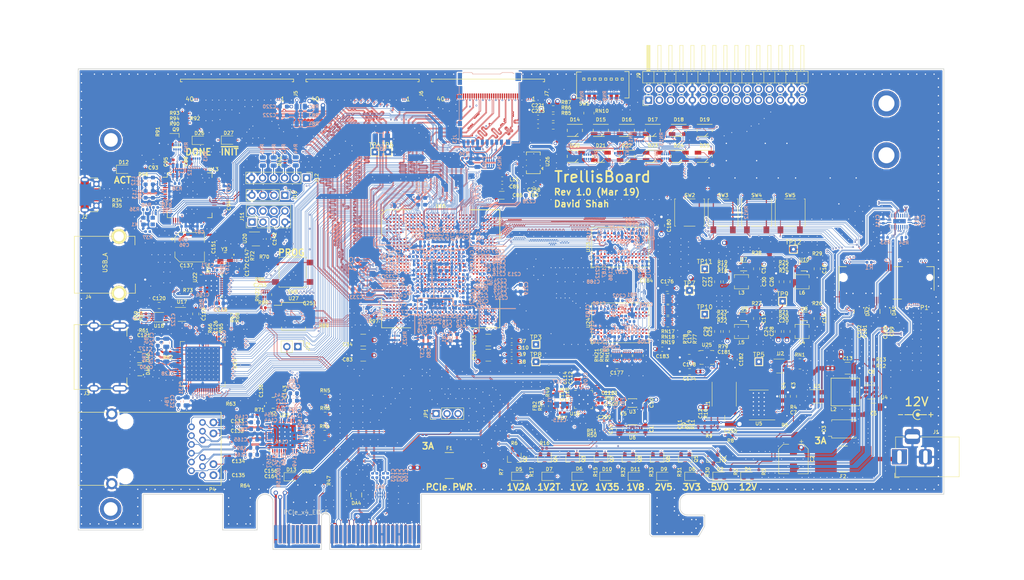
<source format=kicad_pcb>
(kicad_pcb (version 20171130) (host pcbnew 5.0.1)

  (general
    (thickness 1.6)
    (drawings 97)
    (tracks 46986)
    (zones 0)
    (modules 508)
    (nets 737)
  )

  (page A4)
  (layers
    (0 F.Cu signal)
    (1 In1.Cu signal)
    (2 In2.Cu signal)
    (3 In3.Cu signal)
    (4 In4.Cu signal)
    (5 In5.Cu signal)
    (6 In6.Cu signal)
    (31 B.Cu signal)
    (32 B.Adhes user)
    (33 F.Adhes user)
    (34 B.Paste user)
    (35 F.Paste user)
    (36 B.SilkS user)
    (37 F.SilkS user)
    (38 B.Mask user)
    (39 F.Mask user)
    (40 Dwgs.User user)
    (41 Cmts.User user)
    (42 Eco1.User user)
    (43 Eco2.User user)
    (44 Edge.Cuts user)
    (45 Margin user)
    (46 B.CrtYd user)
    (47 F.CrtYd user)
    (48 B.Fab user)
    (49 F.Fab user)
  )

  (setup
    (last_trace_width 0.0889)
    (user_trace_width 0.1)
    (user_trace_width 0.15)
    (user_trace_width 0.2)
    (user_trace_width 0.25)
    (user_trace_width 0.35)
    (user_trace_width 0.5)
    (user_trace_width 0.8)
    (user_trace_width 1)
    (trace_clearance 0.0889)
    (zone_clearance 0.15)
    (zone_45_only no)
    (trace_min 0.0889)
    (segment_width 0.2)
    (edge_width 0.15)
    (via_size 0.4)
    (via_drill 0.2)
    (via_min_size 0.4)
    (via_min_drill 0.2)
    (user_via 0.6 0.3)
    (user_via 0.8 0.5)
    (user_via 1 0.6)
    (user_via 1.5 1)
    (user_via 2 1.5)
    (uvia_size 0.3)
    (uvia_drill 0.1)
    (uvias_allowed no)
    (uvia_min_size 0.2)
    (uvia_min_drill 0.1)
    (pcb_text_width 0.3)
    (pcb_text_size 1.5 1.5)
    (mod_edge_width 0.15)
    (mod_text_size 1 1)
    (mod_text_width 0.15)
    (pad_size 1.524 1.524)
    (pad_drill 0.762)
    (pad_to_mask_clearance 0.051)
    (solder_mask_min_width 0.25)
    (aux_axis_origin 0 0)
    (visible_elements FFFDFFFF)
    (pcbplotparams
      (layerselection 0x010fc_ffffffff)
      (usegerberextensions false)
      (usegerberattributes false)
      (usegerberadvancedattributes false)
      (creategerberjobfile false)
      (excludeedgelayer true)
      (linewidth 0.100000)
      (plotframeref false)
      (viasonmask false)
      (mode 1)
      (useauxorigin false)
      (hpglpennumber 1)
      (hpglpenspeed 20)
      (hpglpendiameter 15.000000)
      (psnegative false)
      (psa4output false)
      (plotreference true)
      (plotvalue true)
      (plotinvisibletext false)
      (padsonsilk false)
      (subtractmaskfromsilk false)
      (outputformat 1)
      (mirror false)
      (drillshape 1)
      (scaleselection 1)
      (outputdirectory ""))
  )

  (net 0 "")
  (net 1 "/PCIe + SATA/DCU1_REFCLK-")
  (net 2 "/PCIe + SATA/DCU1_REFCLK+")
  (net 3 DDR3_A4)
  (net 4 DDR3_A6)
  (net 5 DDR3_A5)
  (net 6 DDR3_A7)
  (net 7 /DDR3/DDR3_VTT)
  (net 8 "Net-(R38-Pad2)")
  (net 9 +3V3)
  (net 10 /Power/1V2_EN)
  (net 11 /Power/2V5_EN)
  (net 12 /Power/1V35_EN)
  (net 13 "Net-(RN1-Pad4)")
  (net 14 +5V)
  (net 15 "Net-(RN1-Pad5)")
  (net 16 USD_D0)
  (net 17 USD_D3)
  (net 18 USD_CMD)
  (net 19 USD_D2)
  (net 20 "Net-(RN23-Pad1)")
  (net 21 GND)
  (net 22 "/FPGA IO/CFG0")
  (net 23 "Net-(RN23-Pad8)")
  (net 24 "/FPGA IO/CFG1")
  (net 25 "/FPGA IO/CFG2")
  (net 26 "/FPGA IO/FLASH_D3")
  (net 27 "/FPGA IO/FLASH_D1")
  (net 28 "/FPGA IO/FLASH_D2")
  (net 29 "/FPGA IO/FLASH_D0")
  (net 30 DDR3_WE)
  (net 31 DDR3_CKE)
  (net 32 DDR3_CS)
  (net 33 DDR3_ODT)
  (net 34 DDR3_CAS)
  (net 35 DDR3_BA2)
  (net 36 DDR3_RAS)
  (net 37 DDR3_BA1)
  (net 38 DDR3_A12)
  (net 39 DDR3_A14)
  (net 40 DDR3_A13)
  (net 41 DDR3_BA0)
  (net 42 DDR3_A11)
  (net 43 DDR3_A9)
  (net 44 DDR3_A10)
  (net 45 DDR3_A8)
  (net 46 DDR3_A0)
  (net 47 DDR3_A2)
  (net 48 DDR3_A1)
  (net 49 DDR3_A3)
  (net 50 "/HDMI, GbE, USB/ETH_LED2")
  (net 51 ETH_~RESET)
  (net 52 "/HDMI, GbE, USB/ETH_LED1")
  (net 53 RGMII_REF_CLK)
  (net 54 "Net-(D18-Pad4)")
  (net 55 "Net-(D20-Pad4)")
  (net 56 "Net-(D19-Pad4)")
  (net 57 "Net-(D21-Pad4)")
  (net 58 "Net-(D25-Pad4)")
  (net 59 "Net-(D23-Pad4)")
  (net 60 "Net-(D24-Pad4)")
  (net 61 "Net-(D22-Pad4)")
  (net 62 FTDI_D1_RX)
  (net 63 FTDI_~WR)
  (net 64 FTDI_~RD)
  (net 65 FTDI_~SIWU)
  (net 66 RGMII_RXD0)
  (net 67 RGMII_RXD2)
  (net 68 RGMII_RXD1)
  (net 69 RGMII_RXD3)
  (net 70 RGMII_RX_DV)
  (net 71 ETH_MDIO)
  (net 72 RGMII_RX_CLK)
  (net 73 ETH_INT_N)
  (net 74 "Net-(D17-Pad1)")
  (net 75 "Net-(D16-Pad1)")
  (net 76 "Net-(D14-Pad1)")
  (net 77 "Net-(D15-Pad1)")
  (net 78 DIP_SW1)
  (net 79 DIP_SW0)
  (net 80 DIP_SW2)
  (net 81 DIP_SW3)
  (net 82 DIP_SW7)
  (net 83 DIP_SW6)
  (net 84 DIP_SW4)
  (net 85 DIP_SW5)
  (net 86 "Net-(D14-Pad4)")
  (net 87 "Net-(D16-Pad4)")
  (net 88 "Net-(D15-Pad4)")
  (net 89 "Net-(D17-Pad4)")
  (net 90 "Net-(D21-Pad1)")
  (net 91 "Net-(D20-Pad1)")
  (net 92 "Net-(D18-Pad1)")
  (net 93 "Net-(D19-Pad1)")
  (net 94 BTN1)
  (net 95 BTN0)
  (net 96 BTN2)
  (net 97 BTN3)
  (net 98 "Net-(D25-Pad1)")
  (net 99 "Net-(D24-Pad1)")
  (net 100 "Net-(D22-Pad1)")
  (net 101 "Net-(D23-Pad1)")
  (net 102 "/FPGA IO/VCCIO7")
  (net 103 "Net-(R44-Pad2)")
  (net 104 JTAG_TDO)
  (net 105 JTAG_TDI)
  (net 106 "Net-(R43-Pad2)")
  (net 107 "Net-(R42-Pad2)")
  (net 108 JTAG_TCK)
  (net 109 JTAG_TMS)
  (net 110 "Net-(R45-Pad2)")
  (net 111 "/PCIe + SATA/CLKAUXO+")
  (net 112 +1V8)
  (net 113 +2V5)
  (net 114 "/PCIe + SATA/CLKAUXO-")
  (net 115 "/FPGA IO/VCCIO6")
  (net 116 CLK_SDA)
  (net 117 "Net-(R36-Pad2)")
  (net 118 FPGA_12MHz)
  (net 119 "/PCIe + SATA/PCIe_REFCLK+")
  (net 120 "/PCIe + SATA/PCIe_REFCLK-")
  (net 121 PCIe_12V)
  (net 122 "Net-(D13-Pad2)")
  (net 123 ~PERST)
  (net 124 "Net-(P3-PadA11)")
  (net 125 "Net-(D12-Pad2)")
  (net 126 "Net-(R40-Pad1)")
  (net 127 "Net-(R39-Pad1)")
  (net 128 "Net-(R38-Pad1)")
  (net 129 "Net-(R12-Pad2)")
  (net 130 "/PCIe + SATA/3V3_C")
  (net 131 "/PCIe + SATA/3V3_CA")
  (net 132 "Net-(R57-Pad1)")
  (net 133 "Net-(R58-Pad2)")
  (net 134 FABRIC_REFCLK)
  (net 135 "/HDMI, GbE, USB/PORT_SCL")
  (net 136 "/HDMI, GbE, USB/PORT_SDA")
  (net 137 "Net-(C121-Pad1)")
  (net 138 "Net-(R62-Pad1)")
  (net 139 /Power/3V3_PG)
  (net 140 "Net-(D27-Pad2)")
  (net 141 "/FPGA IO/~PROGRAM")
  (net 142 "Net-(R80-Pad1)")
  (net 143 "Net-(R81-Pad1)")
  (net 144 "/FPGA IO/FLASH_~CS")
  (net 145 "/FPGA IO/FLASH_CLK")
  (net 146 "/FPGA IO/DONE")
  (net 147 "Net-(Q9-Pad1)")
  (net 148 "Net-(D26-Pad2)")
  (net 149 "Net-(R79-Pad1)")
  (net 150 "/FPGA IO/~INIT")
  (net 151 "Net-(C9-Pad1)")
  (net 152 "Net-(C11-Pad1)")
  (net 153 "Net-(Q2-Pad3)")
  (net 154 "Net-(D5-Pad1)")
  (net 155 /Power/1V2_PG)
  (net 156 USD_D1)
  (net 157 USD_CLK)
  (net 158 "Net-(R97-Pad1)")
  (net 159 "Net-(Q2-Pad1)")
  (net 160 +1V2A)
  (net 161 "Net-(R5-Pad2)")
  (net 162 "Net-(D2-Pad2)")
  (net 163 "Net-(C7-Pad1)")
  (net 164 "Net-(D4-Pad2)")
  (net 165 +12V)
  (net 166 "Net-(R74-Pad1)")
  (net 167 "/Debug Interface/PORT_D-")
  (net 168 "/Debug Interface/FTDI_D-")
  (net 169 "/Debug Interface/FTDI_D+")
  (net 170 "/Debug Interface/PORT_D+")
  (net 171 "Net-(C22-Pad2)")
  (net 172 "Net-(R71-Pad2)")
  (net 173 "/HDMI, GbE, USB/USB_XO")
  (net 174 "/HDMI, GbE, USB/USB_XI")
  (net 175 "Net-(R73-Pad1)")
  (net 176 "/HDMI, GbE, USB/USBA_VBUS")
  (net 177 "/HDMI, GbE, USB/EXTVBUS")
  (net 178 DVI_SCL)
  (net 179 DVI_SDA)
  (net 180 CLK_SCL)
  (net 181 "Net-(R70-Pad1)")
  (net 182 "Net-(C175-Pad2)")
  (net 183 DDR3_CLK+)
  (net 184 "Net-(P4-Pad16)")
  (net 185 "Net-(R66-Pad1)")
  (net 186 "Net-(R65-Pad1)")
  (net 187 "/HDMI, GbE, USB/HDMI_HPD")
  (net 188 DDR3_CLK-)
  (net 189 "Net-(C179-Pad1)")
  (net 190 +1V35)
  (net 191 +1V2)
  (net 192 "Net-(D10-Pad2)")
  (net 193 "Net-(P4-Pad14)")
  (net 194 "Net-(C12-Pad2)")
  (net 195 "Net-(D6-Pad2)")
  (net 196 +1V2T)
  (net 197 "Net-(Q4-Pad1)")
  (net 198 "Net-(Q4-Pad3)")
  (net 199 "Net-(D7-Pad1)")
  (net 200 "Net-(C19-Pad2)")
  (net 201 "Net-(C20-Pad2)")
  (net 202 "Net-(C21-Pad2)")
  (net 203 "/Debug Interface/FTDI_12MHz")
  (net 204 "Net-(D11-Pad2)")
  (net 205 /Power/2V5_PG)
  (net 206 /Power/1V35_PG)
  (net 207 /Power/1V8_PG)
  (net 208 "Net-(D8-Pad2)")
  (net 209 "Net-(D9-Pad2)")
  (net 210 "Net-(C8-Pad2)")
  (net 211 "Net-(C8-Pad1)")
  (net 212 /Power/PWR_EN)
  (net 213 "/HDMI, GbE, USB/HDMI_5V")
  (net 214 "Net-(U17-Pad3)")
  (net 215 "Net-(D9-Pad1)")
  (net 216 "Net-(D11-Pad1)")
  (net 217 "Net-(D26-Pad1)")
  (net 218 "Net-(D2-Pad1)")
  (net 219 "Net-(D6-Pad1)")
  (net 220 "Net-(D10-Pad1)")
  (net 221 "Net-(D8-Pad1)")
  (net 222 "Net-(U1-Pad3)")
  (net 223 DDR3_Vref)
  (net 224 DDR3_Vtt_EN)
  (net 225 "Net-(U5-Pad2)")
  (net 226 "Net-(L1-Pad1)")
  (net 227 "Net-(C11-Pad2)")
  (net 228 "Net-(U13-Pad3)")
  (net 229 "/Debug Interface/Vphy")
  (net 230 "/Debug Interface/Vpll")
  (net 231 "/Debug Interface/JTAG_ACT")
  (net 232 "Net-(U13-Pad22)")
  (net 233 "Net-(U13-Pad23)")
  (net 234 "Net-(U13-Pad24)")
  (net 235 "Net-(U13-Pad26)")
  (net 236 "Net-(U13-Pad27)")
  (net 237 "Net-(U13-Pad28)")
  (net 238 "Net-(U13-Pad29)")
  (net 239 "Net-(U13-Pad30)")
  (net 240 "Net-(U13-Pad32)")
  (net 241 "Net-(U13-Pad33)")
  (net 242 "Net-(U13-Pad34)")
  (net 243 "Net-(U13-Pad36)")
  (net 244 FTDI_D0_TX)
  (net 245 FTDI_D2)
  (net 246 FTDI_D3)
  (net 247 FTDI_D4)
  (net 248 FTDI_D5)
  (net 249 FTDI_D6)
  (net 250 FTDI_D7)
  (net 251 FTDI_~RXF)
  (net 252 "Net-(U13-Pad49)")
  (net 253 "Net-(U13-Pad50)")
  (net 254 FTDI_~TXE)
  (net 255 "Net-(U13-Pad57)")
  (net 256 "Net-(U13-Pad58)")
  (net 257 "Net-(U13-Pad59)")
  (net 258 "Net-(U13-Pad60)")
  (net 259 "/HDMI, GbE, USB/DVI_DVDD")
  (net 260 DVI_DE)
  (net 261 DVI_HSYNC)
  (net 262 DVI_VSYNC)
  (net 263 "Net-(U19-Pad11)")
  (net 264 "/HDMI, GbE, USB/DVI_PVDD")
  (net 265 "/HDMI, GbE, USB/TMDS_CLK-")
  (net 266 "/HDMI, GbE, USB/TMDS_CLK+")
  (net 267 "/HDMI, GbE, USB/DVI_TVDD")
  (net 268 "/HDMI, GbE, USB/TMDS_D0-")
  (net 269 "/HDMI, GbE, USB/TMDS_D0+")
  (net 270 "/HDMI, GbE, USB/TMDS_D1-")
  (net 271 "/HDMI, GbE, USB/TMDS_D1+")
  (net 272 "/HDMI, GbE, USB/TMDS_D2-")
  (net 273 "/HDMI, GbE, USB/TMDS_D2+")
  (net 274 DVI_D23)
  (net 275 DVI_D22)
  (net 276 DVI_D21)
  (net 277 DVI_D20)
  (net 278 DVI_D19)
  (net 279 DVI_D18)
  (net 280 DVI_D17)
  (net 281 DVI_D16)
  (net 282 DVI_D15)
  (net 283 DVI_D14)
  (net 284 DVI_D13)
  (net 285 DVI_D12)
  (net 286 "Net-(U19-Pad49)")
  (net 287 DVI_D11)
  (net 288 DVI_D10)
  (net 289 DVI_D9)
  (net 290 DVI_D8)
  (net 291 DVI_D7)
  (net 292 DVI_D6)
  (net 293 DVI_CLK)
  (net 294 DVI_D5)
  (net 295 DVI_D4)
  (net 296 DVI_D3)
  (net 297 DVI_D2)
  (net 298 DVI_D1)
  (net 299 DVI_D0)
  (net 300 "/HDMI, GbE, USB/AVDDH")
  (net 301 "/HDMI, GbE, USB/MX4-")
  (net 302 "/HDMI, GbE, USB/MX4+")
  (net 303 "/HDMI, GbE, USB/AVDDL")
  (net 304 "/HDMI, GbE, USB/MX3-")
  (net 305 "/HDMI, GbE, USB/MX3+")
  (net 306 "/HDMI, GbE, USB/MX2-")
  (net 307 "/HDMI, GbE, USB/MX2+")
  (net 308 "/HDMI, GbE, USB/MX1-")
  (net 309 "/HDMI, GbE, USB/MX1+")
  (net 310 "Net-(U21-Pad13)")
  (net 311 RGMII_TXD0)
  (net 312 RGMII_TXD1)
  (net 313 RGMII_TXD2)
  (net 314 RGMII_TXD3)
  (net 315 RGMII_TX_CLK)
  (net 316 RGMII_TX_EN)
  (net 317 ETH_MDC)
  (net 318 "Net-(U21-Pad43)")
  (net 319 "/HDMI, GbE, USB/AVDDL_PLL")
  (net 320 "/HDMI, GbE, USB/ETH_XO")
  (net 321 "/HDMI, GbE, USB/ETH_XI")
  (net 322 "Net-(U21-Pad47)")
  (net 323 "Net-(U22-Pad3)")
  (net 324 "Net-(U22-Pad5)")
  (net 325 "/HDMI, GbE, USB/USBA_D+")
  (net 326 "/HDMI, GbE, USB/USBA_D-")
  (net 327 ULPI_RESET)
  (net 328 ULPI_NXT)
  (net 329 ULPI_DIR)
  (net 330 ULPI_STP)
  (net 331 ULPI_CLKO)
  (net 332 "/HDMI, GbE, USB/USB1V8")
  (net 333 ULPI_D7)
  (net 334 ULPI_D6)
  (net 335 ULPI_D5)
  (net 336 ULPI_D4)
  (net 337 ULPI_D3)
  (net 338 ULPI_D2)
  (net 339 ULPI_D1)
  (net 340 ULPI_D0)
  (net 341 "Net-(C117-Pad1)")
  (net 342 "Net-(C115-Pad2)")
  (net 343 CLK_SD_OE)
  (net 344 "/PCIe + SATA/1V8_C")
  (net 345 "Net-(U16-Pad16)")
  (net 346 "/PCIe + SATA/DCU0_REFCLK-")
  (net 347 "/PCIe + SATA/DCU0_REFCLK+")
  (net 348 "Net-(U16-Pad24)")
  (net 349 DDR3_DQ13)
  (net 350 DDR3_DQ15)
  (net 351 DDR3_DQ12)
  (net 352 DDR3_DQS1-)
  (net 353 DDR3_DQ14)
  (net 354 DDR3_DQ11)
  (net 355 DDR3_DQ9)
  (net 356 DDR3_DQS1+)
  (net 357 DDR3_DQ10)
  (net 358 DDR3_DM1)
  (net 359 DDR3_DQ8)
  (net 360 DDR3_DQ0)
  (net 361 DDR3_DM0)
  (net 362 DDR3_DQ2)
  (net 363 DDR3_DQS0+)
  (net 364 DDR3_DQ1)
  (net 365 DDR3_DQ3)
  (net 366 DDR3_DQ6)
  (net 367 DDR3_DQS0-)
  (net 368 DDR3_DQ4)
  (net 369 DDR3_DQ7)
  (net 370 DDR3_DQ5)
  (net 371 "Net-(U23-PadJ1)")
  (net 372 "Net-(U23-PadJ9)")
  (net 373 "Net-(U23-PadL1)")
  (net 374 "Net-(U23-PadL9)")
  (net 375 "Net-(U23-PadM7)")
  (net 376 DDR3_RESET)
  (net 377 "Net-(U24-PadM7)")
  (net 378 "Net-(U24-PadL9)")
  (net 379 "Net-(U24-PadL1)")
  (net 380 "Net-(U24-PadJ9)")
  (net 381 "Net-(U24-PadJ1)")
  (net 382 DDR3_DQ21)
  (net 383 DDR3_DQ23)
  (net 384 DDR3_DQ20)
  (net 385 DDR3_DQS2-)
  (net 386 DDR3_DQ22)
  (net 387 DDR3_DQ19)
  (net 388 DDR3_DQ17)
  (net 389 DDR3_DQS2+)
  (net 390 DDR3_DQ18)
  (net 391 DDR3_DM2)
  (net 392 DDR3_DQ16)
  (net 393 DDR3_DQ24)
  (net 394 DDR3_DM3)
  (net 395 DDR3_DQ26)
  (net 396 DDR3_DQS3+)
  (net 397 DDR3_DQ25)
  (net 398 DDR3_DQ27)
  (net 399 DDR3_DQ30)
  (net 400 DDR3_DQS3-)
  (net 401 DDR3_DQ28)
  (net 402 DDR3_DQ31)
  (net 403 DDR3_DQ29)
  (net 404 "Net-(X1-Pad1)")
  (net 405 "Net-(L4-Pad1)")
  (net 406 "Net-(L5-Pad1)")
  (net 407 "Net-(L3-Pad1)")
  (net 408 "Net-(L6-Pad1)")
  (net 409 "/FPGA Core Power/VCCHTX1")
  (net 410 "/FPGA Core Power/VCCHTX0")
  (net 411 "/FPGA Core Power/VCCA0")
  (net 412 "/FPGA Core Power/VCCAUX")
  (net 413 "/FPGA Core Power/VCCA1")
  (net 414 "/PCIe + SATA/DCU1_RX1-")
  (net 415 "/PCIe + SATA/DCU1_RX1+")
  (net 416 "/PCIe + SATA/DCU1_RX0-")
  (net 417 "/PCIe + SATA/DCU1_RX0+")
  (net 418 "/PCIe + SATA/PCIe_HSI0+")
  (net 419 "/PCIe + SATA/PCIe_HSI0-")
  (net 420 "/PCIe + SATA/PCIe_HSI1+")
  (net 421 "/PCIe + SATA/PCIe_HSI1-")
  (net 422 "/PCIe + SATA/DCU0_RX0+")
  (net 423 "/PCIe + SATA/DCU0_RX0-")
  (net 424 "/PCIe + SATA/DCU0_RX1+")
  (net 425 "/PCIe + SATA/DCU0_RX1-")
  (net 426 "Net-(U6-Pad2)")
  (net 427 "Net-(U6-Pad5)")
  (net 428 "Net-(U3-Pad5)")
  (net 429 "Net-(U3-Pad2)")
  (net 430 "Net-(U10-Pad4)")
  (net 431 "Net-(U9-Pad4)")
  (net 432 "Net-(U8-Pad4)")
  (net 433 "Net-(U7-Pad4)")
  (net 434 "Net-(J5-Pad38)")
  (net 435 "/FPGA IO/EXT0_11-")
  (net 436 "/FPGA IO/EXT0_11+")
  (net 437 "/FPGA IO/EXT0_10-")
  (net 438 "/FPGA IO/EXT0_10+")
  (net 439 "/FPGA IO/EXT0_9-")
  (net 440 "/FPGA IO/EXT0_9+")
  (net 441 "/FPGA IO/EXT0_8-")
  (net 442 "/FPGA IO/EXT0_8+")
  (net 443 "/FPGA IO/EXT0_7-")
  (net 444 "/FPGA IO/EXT0_7+")
  (net 445 "/FPGA IO/EXT0_6-")
  (net 446 "/FPGA IO/EXT0_6+")
  (net 447 "/FPGA IO/EXT0_5-")
  (net 448 "/FPGA IO/EXT0_5+")
  (net 449 "/FPGA IO/EXT0_4-")
  (net 450 "/FPGA IO/EXT0_4+")
  (net 451 "/FPGA IO/EXT0_3-")
  (net 452 "/FPGA IO/EXT0_3+")
  (net 453 "/FPGA IO/EXT0_2-")
  (net 454 "/FPGA IO/EXT0_2+")
  (net 455 "/FPGA IO/EXT0_1-")
  (net 456 "/FPGA IO/EXT0_1+")
  (net 457 "/FPGA IO/EXT0_0-")
  (net 458 "/FPGA IO/EXT0_0+")
  (net 459 "Net-(J6-Pad38)")
  (net 460 "/FPGA IO/EXT1_11-")
  (net 461 "/FPGA IO/EXT1_11+")
  (net 462 "/FPGA IO/EXT1_10-")
  (net 463 "/FPGA IO/EXT1_10+")
  (net 464 "/FPGA IO/EXT1_9-")
  (net 465 "/FPGA IO/EXT1_9+")
  (net 466 "/FPGA IO/EXT1_8-")
  (net 467 "/FPGA IO/EXT1_8+")
  (net 468 "/FPGA IO/EXT1_7-")
  (net 469 "/FPGA IO/EXT1_7+")
  (net 470 "/FPGA IO/EXT1_6-")
  (net 471 "/FPGA IO/EXT1_6+")
  (net 472 "/FPGA IO/EXT1_5-")
  (net 473 "/FPGA IO/EXT1_5+")
  (net 474 "/FPGA IO/EXT1_4-")
  (net 475 "/FPGA IO/EXT1_4+")
  (net 476 "/FPGA IO/EXT1_3-")
  (net 477 "/FPGA IO/EXT1_3+")
  (net 478 "/FPGA IO/EXT1_2-")
  (net 479 "/FPGA IO/EXT1_2+")
  (net 480 "/FPGA IO/EXT1_1-")
  (net 481 "/FPGA IO/EXT1_1+")
  (net 482 "/FPGA IO/EXT1_0-")
  (net 483 "/FPGA IO/EXT1_0+")
  (net 484 "/FPGA IO/EXT2_0+")
  (net 485 "/FPGA IO/EXT2_0-")
  (net 486 "/FPGA IO/EXT2_1+")
  (net 487 "/FPGA IO/EXT2_1-")
  (net 488 "/FPGA IO/EXT2_2+")
  (net 489 "/FPGA IO/EXT2_2-")
  (net 490 "/FPGA IO/EXT2_3+")
  (net 491 "/FPGA IO/EXT2_3-")
  (net 492 "/FPGA IO/EXT2_4+")
  (net 493 "/FPGA IO/EXT2_4-")
  (net 494 "/FPGA IO/EXT2_5+")
  (net 495 "/FPGA IO/EXT2_5-")
  (net 496 "/FPGA IO/EXT2_6+")
  (net 497 "/FPGA IO/EXT2_6-")
  (net 498 "/FPGA IO/EXT2_7+")
  (net 499 "/FPGA IO/EXT2_7-")
  (net 500 "/FPGA IO/EXT2_8+")
  (net 501 "/FPGA IO/EXT2_8-")
  (net 502 "/FPGA IO/EXT2_9+")
  (net 503 "/FPGA IO/EXT2_9-")
  (net 504 "/FPGA IO/EXT2_10+")
  (net 505 "/FPGA IO/EXT2_10-")
  (net 506 "/FPGA IO/EXT2_11+")
  (net 507 "/FPGA IO/EXT2_11-")
  (net 508 "Net-(J7-Pad38)")
  (net 509 "Net-(C132-Pad1)")
  (net 510 "Net-(C135-Pad1)")
  (net 511 "Net-(C133-Pad1)")
  (net 512 "Net-(C134-Pad1)")
  (net 513 "Net-(P3-PadB5)")
  (net 514 "Net-(P3-PadB6)")
  (net 515 "Net-(P3-PadB8)")
  (net 516 "Net-(P3-PadB9)")
  (net 517 "Net-(P3-PadB10)")
  (net 518 PCIe_~WAKE)
  (net 519 "Net-(P3-PadB12)")
  (net 520 "/PCIe + SATA/~PRSNT2~_X1")
  (net 521 "Net-(P3-PadB23)")
  (net 522 "Net-(P3-PadB24)")
  (net 523 "Net-(P3-PadB27)")
  (net 524 "Net-(P3-PadB28)")
  (net 525 "Net-(P3-PadB30)")
  (net 526 "/PCIe + SATA/~PRSNT2~_X4")
  (net 527 "/PCIe + SATA/~PRSNT1")
  (net 528 "Net-(P3-PadA5)")
  (net 529 "Net-(P3-PadA6)")
  (net 530 "Net-(P3-PadA7)")
  (net 531 "Net-(P3-PadA8)")
  (net 532 "Net-(P3-PadA9)")
  (net 533 "Net-(P3-PadA10)")
  (net 534 "Net-(P3-PadA19)")
  (net 535 "Net-(P3-PadA25)")
  (net 536 "Net-(P3-PadA26)")
  (net 537 "Net-(P3-PadA29)")
  (net 538 "Net-(P3-PadA30)")
  (net 539 "Net-(P3-PadA32)")
  (net 540 "Net-(U26-Pad1)")
  (net 541 "Net-(U26-Pad2)")
  (net 542 "/FPGA IO/CLK100+")
  (net 543 "/FPGA IO/CLK100-")
  (net 544 "Net-(J3-Pad14)")
  (net 545 "Net-(J3-Pad13)")
  (net 546 LED2)
  (net 547 LED11)
  (net 548 LED10)
  (net 549 LED0)
  (net 550 LED1)
  (net 551 LED3)
  (net 552 LED4)
  (net 553 LED5)
  (net 554 LED6)
  (net 555 LED7)
  (net 556 LED8)
  (net 557 LED9)
  (net 558 "Net-(F2-Pad2)")
  (net 559 "Net-(U15-PadR1)")
  (net 560 "Net-(U15-PadT2)")
  (net 561 "Net-(U15-PadAB2)")
  (net 562 "Net-(U15-PadAC2)")
  (net 563 "Net-(U15-PadAE2)")
  (net 564 "Net-(U15-PadAG2)")
  (net 565 "Net-(U15-PadA3)")
  (net 566 "Net-(U15-PadV3)")
  (net 567 "Net-(U15-PadW3)")
  (net 568 "Net-(U15-PadY3)")
  (net 569 "Net-(U15-PadAC3)")
  (net 570 "Net-(U15-PadAG3)")
  (net 571 "Net-(U15-PadAL3)")
  (net 572 "Net-(U15-PadB4)")
  (net 573 "Net-(U15-PadH4)")
  (net 574 "Net-(U15-PadAC4)")
  (net 575 "Net-(U15-PadA5)")
  (net 576 "Net-(U15-PadL5)")
  (net 577 "Net-(U15-PadW6)")
  (net 578 "Net-(U15-PadD7)")
  (net 579 "Net-(U15-PadE7)")
  (net 580 "Net-(U15-PadAE7)")
  (net 581 "Net-(U15-PadG9)")
  (net 582 "/PCIe + SATA/DCU0_TX0+")
  (net 583 "Net-(U15-PadG10)")
  (net 584 "/PCIe + SATA/DCU0_TX0-")
  (net 585 "Net-(U15-PadG11)")
  (net 586 "/PCIe + SATA/DCU0_TX1+")
  (net 587 "/PCIe + SATA/DCU0_TX1-")
  (net 588 "/FPGA IO/PMOD1_10")
  (net 589 "/FPGA IO/PMOD1_9")
  (net 590 "Net-(U15-PadG14)")
  (net 591 "Net-(U15-PadG15)")
  (net 592 "Net-(U15-PadAK15)")
  (net 593 "Net-(U15-PadG16)")
  (net 594 "Net-(U15-PadAK16)")
  (net 595 "Net-(U15-PadG17)")
  (net 596 "Net-(U15-PadG18)")
  (net 597 "/PCIe + SATA/DCU1_TX0+")
  (net 598 "Net-(U15-PadG19)")
  (net 599 "/PCIe + SATA/DCU1_TX0-")
  (net 600 "/FPGA IO/PMOD1_8")
  (net 601 "/FPGA IO/PMOD1_7")
  (net 602 "/PCIe + SATA/DCU1_TX1+")
  (net 603 "/PCIe + SATA/DCU1_TX1-")
  (net 604 "/FPGA IO/EXIO_5")
  (net 605 "/FPGA IO/EXIO_4")
  (net 606 "/FPGA IO/EXIO_3")
  (net 607 "Net-(U15-PadG22)")
  (net 608 "/FPGA IO/PMOD1_3")
  (net 609 "/FPGA IO/PMOD1_2")
  (net 610 "/FPGA IO/PMOD1_0")
  (net 611 "/FPGA IO/PMOD1_1")
  (net 612 "/FPGA IO/EXIO_2")
  (net 613 "Net-(U15-PadG23)")
  (net 614 "/FPGA IO/EXIO_1")
  (net 615 "/FPGA IO/PMOD0_10")
  (net 616 "/FPGA IO/EXIO_0")
  (net 617 "/FPGA IO/PMOD0_9")
  (net 618 "Net-(U15-PadG24)")
  (net 619 "Net-(U15-PadAG24)")
  (net 620 "Net-(U15-PadAK24)")
  (net 621 "/FPGA IO/PMOD0_8")
  (net 622 "/FPGA IO/PMOD0_3")
  (net 623 "/FPGA IO/PMOD0_7")
  (net 624 "/FPGA IO/PMOD0_2")
  (net 625 "/FPGA IO/PMOD0_1")
  (net 626 "Net-(U15-PadAK25)")
  (net 627 "/FPGA IO/PMOD0_0")
  (net 628 "Net-(U15-PadB26)")
  (net 629 "Net-(U15-PadE26)")
  (net 630 "Net-(U15-PadAE26)")
  (net 631 "Net-(U15-PadJ27)")
  (net 632 "Net-(U15-PadW27)")
  (net 633 "Net-(U15-PadC28)")
  (net 634 "Net-(U15-PadL28)")
  (net 635 "Net-(U15-PadAC28)")
  (net 636 "Net-(U15-PadH29)")
  (net 637 "Net-(U15-PadP29)")
  (net 638 "Net-(U15-PadAB29)")
  (net 639 "Net-(U15-PadAC29)")
  (net 640 "Net-(U15-PadAE29)")
  (net 641 "Net-(U15-PadAJ29)")
  (net 642 "Net-(U15-PadP30)")
  (net 643 "Net-(U15-PadR30)")
  (net 644 "Net-(U15-PadV30)")
  (net 645 "Net-(U15-PadAB30)")
  (net 646 "Net-(U15-PadAE30)")
  (net 647 "Net-(U15-PadAJ30)")
  (net 648 "Net-(U15-PadA31)")
  (net 649 "Net-(U15-PadAG31)")
  (net 650 "Net-(U15-PadAK31)")
  (net 651 "Net-(U15-PadAG32)")
  (net 652 "Net-(J2-Pad1)")
  (net 653 "Net-(J2-Pad4)")
  (net 654 "Net-(U15-PadAD27)")
  (net 655 "Net-(U15-PadF30)")
  (net 656 "Net-(U15-PadN27)")
  (net 657 "Net-(U15-PadU29)")
  (net 658 "Net-(U15-PadW1)")
  (net 659 "Net-(U15-PadV1)")
  (net 660 "Net-(U15-PadY7)")
  (net 661 "Net-(U15-PadY6)")
  (net 662 "Net-(U15-PadAC5)")
  (net 663 "Net-(U15-PadAD4)")
  (net 664 "Net-(U15-PadY4)")
  (net 665 "Net-(U15-PadW4)")
  (net 666 "Net-(U15-PadJ4)")
  (net 667 "Net-(U15-PadL3)")
  (net 668 "Net-(U15-PadL2)")
  (net 669 "Net-(U15-PadK2)")
  (net 670 "Net-(U15-PadL1)")
  (net 671 "Net-(U15-PadK1)")
  (net 672 "Net-(U15-PadJ1)")
  (net 673 "Net-(U15-PadD1)")
  (net 674 "Net-(U15-PadC1)")
  (net 675 "Net-(U15-PadF2)")
  (net 676 "Net-(U15-PadE1)")
  (net 677 "Net-(U15-PadE4)")
  (net 678 "Net-(U15-PadD4)")
  (net 679 "Net-(P1-Pad52)")
  (net 680 M2_CLKSEL)
  (net 681 "Net-(R54-Pad1)")
  (net 682 "/PCIe + SATA/M2_REFCLK+")
  (net 683 "/PCIe + SATA/M2_REFCLK-")
  (net 684 "Net-(U11-Pad17)")
  (net 685 "Net-(U11-Pad16)")
  (net 686 "/PCIe + SATA/CLKREFO+")
  (net 687 "/PCIe + SATA/CLKREFO-")
  (net 688 "/PCIe + SATA/M2_RX0+")
  (net 689 "/PCIe + SATA/M2_RX0-")
  (net 690 "/PCIe + SATA/M2_RX1+")
  (net 691 "/PCIe + SATA/M2_RX1-")
  (net 692 M2_CTS)
  (net 693 M2_RTS)
  (net 694 M2_SDIO_D0)
  (net 695 M2_TXD)
  (net 696 M2_SDIO_D3)
  (net 697 M2_SDIO_D2)
  (net 698 M2_SDIO_D1)
  (net 699 M2_SDIO_CLK)
  (net 700 M2_SDIO_CMD)
  (net 701 "Net-(P1-Pad3)")
  (net 702 "Net-(P1-Pad5)")
  (net 703 "Net-(P1-Pad6)")
  (net 704 "Net-(P1-Pad8)")
  (net 705 "Net-(P1-Pad10)")
  (net 706 "Net-(P1-Pad12)")
  (net 707 "Net-(P1-Pad14)")
  (net 708 "Net-(P1-Pad16)")
  (net 709 "Net-(P1-Pad20)")
  (net 710 "Net-(P1-Pad21)")
  (net 711 "Net-(P1-Pad23)")
  (net 712 "Net-(P1-Pad38)")
  (net 713 "Net-(P1-Pad40)")
  (net 714 "Net-(P1-Pad42)")
  (net 715 "Net-(P1-Pad44)")
  (net 716 "Net-(P1-Pad46)")
  (net 717 "Net-(P1-Pad48)")
  (net 718 "Net-(P1-Pad50)")
  (net 719 "Net-(P1-Pad53)")
  (net 720 "Net-(P1-Pad54)")
  (net 721 "Net-(P1-Pad55)")
  (net 722 "Net-(P1-Pad56)")
  (net 723 "Net-(P1-Pad58)")
  (net 724 "Net-(P1-Pad60)")
  (net 725 "Net-(P1-Pad62)")
  (net 726 "Net-(P1-Pad64)")
  (net 727 "Net-(P1-Pad66)")
  (net 728 "Net-(P1-Pad68)")
  (net 729 "Net-(P1-Pad70)")
  (net 730 "Net-(C258-Pad1)")
  (net 731 M2_RXD)
  (net 732 "Net-(U15-PadN3)")
  (net 733 "Net-(U15-PadA4)")
  (net 734 "Net-(RN2-Pad4)")
  (net 735 "Net-(RN2-Pad2)")
  (net 736 "Net-(RN2-Pad3)")

  (net_class Default "This is the default net class."
    (clearance 0.0889)
    (trace_width 0.0889)
    (via_dia 0.4)
    (via_drill 0.2)
    (uvia_dia 0.3)
    (uvia_drill 0.1)
    (diff_pair_gap 0.11)
    (diff_pair_width 0.11)
    (add_net +12V)
    (add_net +1V2)
    (add_net +1V2A)
    (add_net +1V2T)
    (add_net +1V35)
    (add_net +1V8)
    (add_net +2V5)
    (add_net +3V3)
    (add_net +5V)
    (add_net /DDR3/DDR3_VTT)
    (add_net "/Debug Interface/FTDI_12MHz")
    (add_net "/Debug Interface/FTDI_D+")
    (add_net "/Debug Interface/FTDI_D-")
    (add_net "/Debug Interface/JTAG_ACT")
    (add_net "/Debug Interface/PORT_D+")
    (add_net "/Debug Interface/PORT_D-")
    (add_net "/Debug Interface/Vphy")
    (add_net "/Debug Interface/Vpll")
    (add_net "/FPGA Core Power/VCCA0")
    (add_net "/FPGA Core Power/VCCA1")
    (add_net "/FPGA Core Power/VCCAUX")
    (add_net "/FPGA Core Power/VCCHTX0")
    (add_net "/FPGA Core Power/VCCHTX1")
    (add_net "/FPGA IO/CFG0")
    (add_net "/FPGA IO/CFG1")
    (add_net "/FPGA IO/CFG2")
    (add_net "/FPGA IO/CLK100+")
    (add_net "/FPGA IO/CLK100-")
    (add_net "/FPGA IO/DONE")
    (add_net "/FPGA IO/EXIO_0")
    (add_net "/FPGA IO/EXIO_1")
    (add_net "/FPGA IO/EXIO_2")
    (add_net "/FPGA IO/EXIO_3")
    (add_net "/FPGA IO/EXIO_4")
    (add_net "/FPGA IO/EXIO_5")
    (add_net "/FPGA IO/EXT0_0+")
    (add_net "/FPGA IO/EXT0_0-")
    (add_net "/FPGA IO/EXT0_1+")
    (add_net "/FPGA IO/EXT0_1-")
    (add_net "/FPGA IO/EXT0_10+")
    (add_net "/FPGA IO/EXT0_10-")
    (add_net "/FPGA IO/EXT0_11+")
    (add_net "/FPGA IO/EXT0_11-")
    (add_net "/FPGA IO/EXT0_2+")
    (add_net "/FPGA IO/EXT0_2-")
    (add_net "/FPGA IO/EXT0_3+")
    (add_net "/FPGA IO/EXT0_3-")
    (add_net "/FPGA IO/EXT0_4+")
    (add_net "/FPGA IO/EXT0_4-")
    (add_net "/FPGA IO/EXT0_5+")
    (add_net "/FPGA IO/EXT0_5-")
    (add_net "/FPGA IO/EXT0_6+")
    (add_net "/FPGA IO/EXT0_6-")
    (add_net "/FPGA IO/EXT0_7+")
    (add_net "/FPGA IO/EXT0_7-")
    (add_net "/FPGA IO/EXT0_8+")
    (add_net "/FPGA IO/EXT0_8-")
    (add_net "/FPGA IO/EXT0_9+")
    (add_net "/FPGA IO/EXT0_9-")
    (add_net "/FPGA IO/EXT1_0+")
    (add_net "/FPGA IO/EXT1_0-")
    (add_net "/FPGA IO/EXT1_1+")
    (add_net "/FPGA IO/EXT1_1-")
    (add_net "/FPGA IO/EXT1_10+")
    (add_net "/FPGA IO/EXT1_10-")
    (add_net "/FPGA IO/EXT1_11+")
    (add_net "/FPGA IO/EXT1_11-")
    (add_net "/FPGA IO/EXT1_2+")
    (add_net "/FPGA IO/EXT1_2-")
    (add_net "/FPGA IO/EXT1_3+")
    (add_net "/FPGA IO/EXT1_3-")
    (add_net "/FPGA IO/EXT1_4+")
    (add_net "/FPGA IO/EXT1_4-")
    (add_net "/FPGA IO/EXT1_5+")
    (add_net "/FPGA IO/EXT1_5-")
    (add_net "/FPGA IO/EXT1_6+")
    (add_net "/FPGA IO/EXT1_6-")
    (add_net "/FPGA IO/EXT1_7+")
    (add_net "/FPGA IO/EXT1_7-")
    (add_net "/FPGA IO/EXT1_8+")
    (add_net "/FPGA IO/EXT1_8-")
    (add_net "/FPGA IO/EXT1_9+")
    (add_net "/FPGA IO/EXT1_9-")
    (add_net "/FPGA IO/EXT2_0+")
    (add_net "/FPGA IO/EXT2_0-")
    (add_net "/FPGA IO/EXT2_1+")
    (add_net "/FPGA IO/EXT2_1-")
    (add_net "/FPGA IO/EXT2_10+")
    (add_net "/FPGA IO/EXT2_10-")
    (add_net "/FPGA IO/EXT2_11+")
    (add_net "/FPGA IO/EXT2_11-")
    (add_net "/FPGA IO/EXT2_2+")
    (add_net "/FPGA IO/EXT2_2-")
    (add_net "/FPGA IO/EXT2_3+")
    (add_net "/FPGA IO/EXT2_3-")
    (add_net "/FPGA IO/EXT2_4+")
    (add_net "/FPGA IO/EXT2_4-")
    (add_net "/FPGA IO/EXT2_5+")
    (add_net "/FPGA IO/EXT2_5-")
    (add_net "/FPGA IO/EXT2_6+")
    (add_net "/FPGA IO/EXT2_6-")
    (add_net "/FPGA IO/EXT2_7+")
    (add_net "/FPGA IO/EXT2_7-")
    (add_net "/FPGA IO/EXT2_8+")
    (add_net "/FPGA IO/EXT2_8-")
    (add_net "/FPGA IO/EXT2_9+")
    (add_net "/FPGA IO/EXT2_9-")
    (add_net "/FPGA IO/FLASH_CLK")
    (add_net "/FPGA IO/FLASH_D0")
    (add_net "/FPGA IO/FLASH_D1")
    (add_net "/FPGA IO/FLASH_D2")
    (add_net "/FPGA IO/FLASH_D3")
    (add_net "/FPGA IO/FLASH_~CS")
    (add_net "/FPGA IO/PMOD0_0")
    (add_net "/FPGA IO/PMOD0_1")
    (add_net "/FPGA IO/PMOD0_10")
    (add_net "/FPGA IO/PMOD0_2")
    (add_net "/FPGA IO/PMOD0_3")
    (add_net "/FPGA IO/PMOD0_7")
    (add_net "/FPGA IO/PMOD0_8")
    (add_net "/FPGA IO/PMOD0_9")
    (add_net "/FPGA IO/PMOD1_0")
    (add_net "/FPGA IO/PMOD1_1")
    (add_net "/FPGA IO/PMOD1_10")
    (add_net "/FPGA IO/PMOD1_2")
    (add_net "/FPGA IO/PMOD1_3")
    (add_net "/FPGA IO/PMOD1_7")
    (add_net "/FPGA IO/PMOD1_8")
    (add_net "/FPGA IO/PMOD1_9")
    (add_net "/FPGA IO/VCCIO6")
    (add_net "/FPGA IO/VCCIO7")
    (add_net "/FPGA IO/~INIT")
    (add_net "/FPGA IO/~PROGRAM")
    (add_net "/HDMI, GbE, USB/AVDDH")
    (add_net "/HDMI, GbE, USB/AVDDL")
    (add_net "/HDMI, GbE, USB/AVDDL_PLL")
    (add_net "/HDMI, GbE, USB/DVI_DVDD")
    (add_net "/HDMI, GbE, USB/DVI_PVDD")
    (add_net "/HDMI, GbE, USB/DVI_TVDD")
    (add_net "/HDMI, GbE, USB/ETH_LED1")
    (add_net "/HDMI, GbE, USB/ETH_LED2")
    (add_net "/HDMI, GbE, USB/ETH_XI")
    (add_net "/HDMI, GbE, USB/ETH_XO")
    (add_net "/HDMI, GbE, USB/EXTVBUS")
    (add_net "/HDMI, GbE, USB/HDMI_5V")
    (add_net "/HDMI, GbE, USB/HDMI_HPD")
    (add_net "/HDMI, GbE, USB/MX1+")
    (add_net "/HDMI, GbE, USB/MX1-")
    (add_net "/HDMI, GbE, USB/MX2+")
    (add_net "/HDMI, GbE, USB/MX2-")
    (add_net "/HDMI, GbE, USB/MX3+")
    (add_net "/HDMI, GbE, USB/MX3-")
    (add_net "/HDMI, GbE, USB/MX4+")
    (add_net "/HDMI, GbE, USB/MX4-")
    (add_net "/HDMI, GbE, USB/PORT_SCL")
    (add_net "/HDMI, GbE, USB/PORT_SDA")
    (add_net "/HDMI, GbE, USB/TMDS_CLK+")
    (add_net "/HDMI, GbE, USB/TMDS_CLK-")
    (add_net "/HDMI, GbE, USB/TMDS_D0+")
    (add_net "/HDMI, GbE, USB/TMDS_D0-")
    (add_net "/HDMI, GbE, USB/TMDS_D1+")
    (add_net "/HDMI, GbE, USB/TMDS_D1-")
    (add_net "/HDMI, GbE, USB/TMDS_D2+")
    (add_net "/HDMI, GbE, USB/TMDS_D2-")
    (add_net "/HDMI, GbE, USB/USB1V8")
    (add_net "/HDMI, GbE, USB/USBA_D+")
    (add_net "/HDMI, GbE, USB/USBA_D-")
    (add_net "/HDMI, GbE, USB/USBA_VBUS")
    (add_net "/HDMI, GbE, USB/USB_XI")
    (add_net "/HDMI, GbE, USB/USB_XO")
    (add_net "/PCIe + SATA/1V8_C")
    (add_net "/PCIe + SATA/3V3_C")
    (add_net "/PCIe + SATA/3V3_CA")
    (add_net "/PCIe + SATA/CLKAUXO+")
    (add_net "/PCIe + SATA/CLKAUXO-")
    (add_net "/PCIe + SATA/CLKREFO+")
    (add_net "/PCIe + SATA/CLKREFO-")
    (add_net "/PCIe + SATA/DCU0_REFCLK+")
    (add_net "/PCIe + SATA/DCU0_REFCLK-")
    (add_net "/PCIe + SATA/DCU0_RX0+")
    (add_net "/PCIe + SATA/DCU0_RX0-")
    (add_net "/PCIe + SATA/DCU0_RX1+")
    (add_net "/PCIe + SATA/DCU0_RX1-")
    (add_net "/PCIe + SATA/DCU0_TX0+")
    (add_net "/PCIe + SATA/DCU0_TX0-")
    (add_net "/PCIe + SATA/DCU0_TX1+")
    (add_net "/PCIe + SATA/DCU0_TX1-")
    (add_net "/PCIe + SATA/DCU1_REFCLK+")
    (add_net "/PCIe + SATA/DCU1_REFCLK-")
    (add_net "/PCIe + SATA/DCU1_RX0+")
    (add_net "/PCIe + SATA/DCU1_RX0-")
    (add_net "/PCIe + SATA/DCU1_RX1+")
    (add_net "/PCIe + SATA/DCU1_RX1-")
    (add_net "/PCIe + SATA/DCU1_TX0+")
    (add_net "/PCIe + SATA/DCU1_TX0-")
    (add_net "/PCIe + SATA/DCU1_TX1+")
    (add_net "/PCIe + SATA/DCU1_TX1-")
    (add_net "/PCIe + SATA/M2_REFCLK+")
    (add_net "/PCIe + SATA/M2_REFCLK-")
    (add_net "/PCIe + SATA/M2_RX0+")
    (add_net "/PCIe + SATA/M2_RX0-")
    (add_net "/PCIe + SATA/M2_RX1+")
    (add_net "/PCIe + SATA/M2_RX1-")
    (add_net "/PCIe + SATA/PCIe_HSI0+")
    (add_net "/PCIe + SATA/PCIe_HSI0-")
    (add_net "/PCIe + SATA/PCIe_HSI1+")
    (add_net "/PCIe + SATA/PCIe_HSI1-")
    (add_net "/PCIe + SATA/PCIe_REFCLK+")
    (add_net "/PCIe + SATA/PCIe_REFCLK-")
    (add_net "/PCIe + SATA/~PRSNT1")
    (add_net "/PCIe + SATA/~PRSNT2~_X1")
    (add_net "/PCIe + SATA/~PRSNT2~_X4")
    (add_net /Power/1V2_EN)
    (add_net /Power/1V2_PG)
    (add_net /Power/1V35_EN)
    (add_net /Power/1V35_PG)
    (add_net /Power/1V8_PG)
    (add_net /Power/2V5_EN)
    (add_net /Power/2V5_PG)
    (add_net /Power/3V3_PG)
    (add_net /Power/PWR_EN)
    (add_net BTN0)
    (add_net BTN1)
    (add_net BTN2)
    (add_net BTN3)
    (add_net CLK_SCL)
    (add_net CLK_SDA)
    (add_net CLK_SD_OE)
    (add_net DDR3_A0)
    (add_net DDR3_A1)
    (add_net DDR3_A10)
    (add_net DDR3_A11)
    (add_net DDR3_A12)
    (add_net DDR3_A13)
    (add_net DDR3_A14)
    (add_net DDR3_A2)
    (add_net DDR3_A3)
    (add_net DDR3_A4)
    (add_net DDR3_A5)
    (add_net DDR3_A6)
    (add_net DDR3_A7)
    (add_net DDR3_A8)
    (add_net DDR3_A9)
    (add_net DDR3_BA0)
    (add_net DDR3_BA1)
    (add_net DDR3_BA2)
    (add_net DDR3_CAS)
    (add_net DDR3_CKE)
    (add_net DDR3_CLK+)
    (add_net DDR3_CLK-)
    (add_net DDR3_CS)
    (add_net DDR3_DM0)
    (add_net DDR3_DM1)
    (add_net DDR3_DM2)
    (add_net DDR3_DM3)
    (add_net DDR3_DQ0)
    (add_net DDR3_DQ1)
    (add_net DDR3_DQ10)
    (add_net DDR3_DQ11)
    (add_net DDR3_DQ12)
    (add_net DDR3_DQ13)
    (add_net DDR3_DQ14)
    (add_net DDR3_DQ15)
    (add_net DDR3_DQ16)
    (add_net DDR3_DQ17)
    (add_net DDR3_DQ18)
    (add_net DDR3_DQ19)
    (add_net DDR3_DQ2)
    (add_net DDR3_DQ20)
    (add_net DDR3_DQ21)
    (add_net DDR3_DQ22)
    (add_net DDR3_DQ23)
    (add_net DDR3_DQ24)
    (add_net DDR3_DQ25)
    (add_net DDR3_DQ26)
    (add_net DDR3_DQ27)
    (add_net DDR3_DQ28)
    (add_net DDR3_DQ29)
    (add_net DDR3_DQ3)
    (add_net DDR3_DQ30)
    (add_net DDR3_DQ31)
    (add_net DDR3_DQ4)
    (add_net DDR3_DQ5)
    (add_net DDR3_DQ6)
    (add_net DDR3_DQ7)
    (add_net DDR3_DQ8)
    (add_net DDR3_DQ9)
    (add_net DDR3_DQS0+)
    (add_net DDR3_DQS0-)
    (add_net DDR3_DQS1+)
    (add_net DDR3_DQS1-)
    (add_net DDR3_DQS2+)
    (add_net DDR3_DQS2-)
    (add_net DDR3_DQS3+)
    (add_net DDR3_DQS3-)
    (add_net DDR3_ODT)
    (add_net DDR3_RAS)
    (add_net DDR3_RESET)
    (add_net DDR3_Vref)
    (add_net DDR3_Vtt_EN)
    (add_net DDR3_WE)
    (add_net DIP_SW0)
    (add_net DIP_SW1)
    (add_net DIP_SW2)
    (add_net DIP_SW3)
    (add_net DIP_SW4)
    (add_net DIP_SW5)
    (add_net DIP_SW6)
    (add_net DIP_SW7)
    (add_net DVI_CLK)
    (add_net DVI_D0)
    (add_net DVI_D1)
    (add_net DVI_D10)
    (add_net DVI_D11)
    (add_net DVI_D12)
    (add_net DVI_D13)
    (add_net DVI_D14)
    (add_net DVI_D15)
    (add_net DVI_D16)
    (add_net DVI_D17)
    (add_net DVI_D18)
    (add_net DVI_D19)
    (add_net DVI_D2)
    (add_net DVI_D20)
    (add_net DVI_D21)
    (add_net DVI_D22)
    (add_net DVI_D23)
    (add_net DVI_D3)
    (add_net DVI_D4)
    (add_net DVI_D5)
    (add_net DVI_D6)
    (add_net DVI_D7)
    (add_net DVI_D8)
    (add_net DVI_D9)
    (add_net DVI_DE)
    (add_net DVI_HSYNC)
    (add_net DVI_SCL)
    (add_net DVI_SDA)
    (add_net DVI_VSYNC)
    (add_net ETH_INT_N)
    (add_net ETH_MDC)
    (add_net ETH_MDIO)
    (add_net ETH_~RESET)
    (add_net FABRIC_REFCLK)
    (add_net FPGA_12MHz)
    (add_net FTDI_D0_TX)
    (add_net FTDI_D1_RX)
    (add_net FTDI_D2)
    (add_net FTDI_D3)
    (add_net FTDI_D4)
    (add_net FTDI_D5)
    (add_net FTDI_D6)
    (add_net FTDI_D7)
    (add_net FTDI_~RD)
    (add_net FTDI_~RXF)
    (add_net FTDI_~SIWU)
    (add_net FTDI_~TXE)
    (add_net FTDI_~WR)
    (add_net GND)
    (add_net JTAG_TCK)
    (add_net JTAG_TDI)
    (add_net JTAG_TDO)
    (add_net JTAG_TMS)
    (add_net LED0)
    (add_net LED1)
    (add_net LED10)
    (add_net LED11)
    (add_net LED2)
    (add_net LED3)
    (add_net LED4)
    (add_net LED5)
    (add_net LED6)
    (add_net LED7)
    (add_net LED8)
    (add_net LED9)
    (add_net M2_CLKSEL)
    (add_net M2_CTS)
    (add_net M2_RTS)
    (add_net M2_RXD)
    (add_net M2_SDIO_CLK)
    (add_net M2_SDIO_CMD)
    (add_net M2_SDIO_D0)
    (add_net M2_SDIO_D1)
    (add_net M2_SDIO_D2)
    (add_net M2_SDIO_D3)
    (add_net M2_TXD)
    (add_net "Net-(C11-Pad1)")
    (add_net "Net-(C11-Pad2)")
    (add_net "Net-(C115-Pad2)")
    (add_net "Net-(C117-Pad1)")
    (add_net "Net-(C12-Pad2)")
    (add_net "Net-(C121-Pad1)")
    (add_net "Net-(C132-Pad1)")
    (add_net "Net-(C133-Pad1)")
    (add_net "Net-(C134-Pad1)")
    (add_net "Net-(C135-Pad1)")
    (add_net "Net-(C175-Pad2)")
    (add_net "Net-(C179-Pad1)")
    (add_net "Net-(C19-Pad2)")
    (add_net "Net-(C20-Pad2)")
    (add_net "Net-(C21-Pad2)")
    (add_net "Net-(C22-Pad2)")
    (add_net "Net-(C258-Pad1)")
    (add_net "Net-(C7-Pad1)")
    (add_net "Net-(C8-Pad1)")
    (add_net "Net-(C8-Pad2)")
    (add_net "Net-(C9-Pad1)")
    (add_net "Net-(D10-Pad1)")
    (add_net "Net-(D10-Pad2)")
    (add_net "Net-(D11-Pad1)")
    (add_net "Net-(D11-Pad2)")
    (add_net "Net-(D12-Pad2)")
    (add_net "Net-(D13-Pad2)")
    (add_net "Net-(D14-Pad1)")
    (add_net "Net-(D14-Pad4)")
    (add_net "Net-(D15-Pad1)")
    (add_net "Net-(D15-Pad4)")
    (add_net "Net-(D16-Pad1)")
    (add_net "Net-(D16-Pad4)")
    (add_net "Net-(D17-Pad1)")
    (add_net "Net-(D17-Pad4)")
    (add_net "Net-(D18-Pad1)")
    (add_net "Net-(D18-Pad4)")
    (add_net "Net-(D19-Pad1)")
    (add_net "Net-(D19-Pad4)")
    (add_net "Net-(D2-Pad1)")
    (add_net "Net-(D2-Pad2)")
    (add_net "Net-(D20-Pad1)")
    (add_net "Net-(D20-Pad4)")
    (add_net "Net-(D21-Pad1)")
    (add_net "Net-(D21-Pad4)")
    (add_net "Net-(D22-Pad1)")
    (add_net "Net-(D22-Pad4)")
    (add_net "Net-(D23-Pad1)")
    (add_net "Net-(D23-Pad4)")
    (add_net "Net-(D24-Pad1)")
    (add_net "Net-(D24-Pad4)")
    (add_net "Net-(D25-Pad1)")
    (add_net "Net-(D25-Pad4)")
    (add_net "Net-(D26-Pad1)")
    (add_net "Net-(D26-Pad2)")
    (add_net "Net-(D27-Pad2)")
    (add_net "Net-(D4-Pad2)")
    (add_net "Net-(D5-Pad1)")
    (add_net "Net-(D6-Pad1)")
    (add_net "Net-(D6-Pad2)")
    (add_net "Net-(D7-Pad1)")
    (add_net "Net-(D8-Pad1)")
    (add_net "Net-(D8-Pad2)")
    (add_net "Net-(D9-Pad1)")
    (add_net "Net-(D9-Pad2)")
    (add_net "Net-(F2-Pad2)")
    (add_net "Net-(J2-Pad1)")
    (add_net "Net-(J2-Pad4)")
    (add_net "Net-(J3-Pad13)")
    (add_net "Net-(J3-Pad14)")
    (add_net "Net-(J5-Pad38)")
    (add_net "Net-(J6-Pad38)")
    (add_net "Net-(J7-Pad38)")
    (add_net "Net-(L1-Pad1)")
    (add_net "Net-(L3-Pad1)")
    (add_net "Net-(L4-Pad1)")
    (add_net "Net-(L5-Pad1)")
    (add_net "Net-(L6-Pad1)")
    (add_net "Net-(P1-Pad10)")
    (add_net "Net-(P1-Pad12)")
    (add_net "Net-(P1-Pad14)")
    (add_net "Net-(P1-Pad16)")
    (add_net "Net-(P1-Pad20)")
    (add_net "Net-(P1-Pad21)")
    (add_net "Net-(P1-Pad23)")
    (add_net "Net-(P1-Pad3)")
    (add_net "Net-(P1-Pad38)")
    (add_net "Net-(P1-Pad40)")
    (add_net "Net-(P1-Pad42)")
    (add_net "Net-(P1-Pad44)")
    (add_net "Net-(P1-Pad46)")
    (add_net "Net-(P1-Pad48)")
    (add_net "Net-(P1-Pad5)")
    (add_net "Net-(P1-Pad50)")
    (add_net "Net-(P1-Pad52)")
    (add_net "Net-(P1-Pad53)")
    (add_net "Net-(P1-Pad54)")
    (add_net "Net-(P1-Pad55)")
    (add_net "Net-(P1-Pad56)")
    (add_net "Net-(P1-Pad58)")
    (add_net "Net-(P1-Pad6)")
    (add_net "Net-(P1-Pad60)")
    (add_net "Net-(P1-Pad62)")
    (add_net "Net-(P1-Pad64)")
    (add_net "Net-(P1-Pad66)")
    (add_net "Net-(P1-Pad68)")
    (add_net "Net-(P1-Pad70)")
    (add_net "Net-(P1-Pad8)")
    (add_net "Net-(P3-PadA10)")
    (add_net "Net-(P3-PadA11)")
    (add_net "Net-(P3-PadA19)")
    (add_net "Net-(P3-PadA25)")
    (add_net "Net-(P3-PadA26)")
    (add_net "Net-(P3-PadA29)")
    (add_net "Net-(P3-PadA30)")
    (add_net "Net-(P3-PadA32)")
    (add_net "Net-(P3-PadA5)")
    (add_net "Net-(P3-PadA6)")
    (add_net "Net-(P3-PadA7)")
    (add_net "Net-(P3-PadA8)")
    (add_net "Net-(P3-PadA9)")
    (add_net "Net-(P3-PadB10)")
    (add_net "Net-(P3-PadB12)")
    (add_net "Net-(P3-PadB23)")
    (add_net "Net-(P3-PadB24)")
    (add_net "Net-(P3-PadB27)")
    (add_net "Net-(P3-PadB28)")
    (add_net "Net-(P3-PadB30)")
    (add_net "Net-(P3-PadB5)")
    (add_net "Net-(P3-PadB6)")
    (add_net "Net-(P3-PadB8)")
    (add_net "Net-(P3-PadB9)")
    (add_net "Net-(P4-Pad14)")
    (add_net "Net-(P4-Pad16)")
    (add_net "Net-(Q2-Pad1)")
    (add_net "Net-(Q2-Pad3)")
    (add_net "Net-(Q4-Pad1)")
    (add_net "Net-(Q4-Pad3)")
    (add_net "Net-(Q9-Pad1)")
    (add_net "Net-(R12-Pad2)")
    (add_net "Net-(R36-Pad2)")
    (add_net "Net-(R38-Pad1)")
    (add_net "Net-(R38-Pad2)")
    (add_net "Net-(R39-Pad1)")
    (add_net "Net-(R40-Pad1)")
    (add_net "Net-(R42-Pad2)")
    (add_net "Net-(R43-Pad2)")
    (add_net "Net-(R44-Pad2)")
    (add_net "Net-(R45-Pad2)")
    (add_net "Net-(R5-Pad2)")
    (add_net "Net-(R54-Pad1)")
    (add_net "Net-(R57-Pad1)")
    (add_net "Net-(R58-Pad2)")
    (add_net "Net-(R62-Pad1)")
    (add_net "Net-(R65-Pad1)")
    (add_net "Net-(R66-Pad1)")
    (add_net "Net-(R70-Pad1)")
    (add_net "Net-(R71-Pad2)")
    (add_net "Net-(R73-Pad1)")
    (add_net "Net-(R74-Pad1)")
    (add_net "Net-(R79-Pad1)")
    (add_net "Net-(R80-Pad1)")
    (add_net "Net-(R81-Pad1)")
    (add_net "Net-(R97-Pad1)")
    (add_net "Net-(RN1-Pad4)")
    (add_net "Net-(RN1-Pad5)")
    (add_net "Net-(RN2-Pad2)")
    (add_net "Net-(RN2-Pad3)")
    (add_net "Net-(RN2-Pad4)")
    (add_net "Net-(RN23-Pad1)")
    (add_net "Net-(RN23-Pad8)")
    (add_net "Net-(U1-Pad3)")
    (add_net "Net-(U10-Pad4)")
    (add_net "Net-(U11-Pad16)")
    (add_net "Net-(U11-Pad17)")
    (add_net "Net-(U13-Pad22)")
    (add_net "Net-(U13-Pad23)")
    (add_net "Net-(U13-Pad24)")
    (add_net "Net-(U13-Pad26)")
    (add_net "Net-(U13-Pad27)")
    (add_net "Net-(U13-Pad28)")
    (add_net "Net-(U13-Pad29)")
    (add_net "Net-(U13-Pad3)")
    (add_net "Net-(U13-Pad30)")
    (add_net "Net-(U13-Pad32)")
    (add_net "Net-(U13-Pad33)")
    (add_net "Net-(U13-Pad34)")
    (add_net "Net-(U13-Pad36)")
    (add_net "Net-(U13-Pad49)")
    (add_net "Net-(U13-Pad50)")
    (add_net "Net-(U13-Pad57)")
    (add_net "Net-(U13-Pad58)")
    (add_net "Net-(U13-Pad59)")
    (add_net "Net-(U13-Pad60)")
    (add_net "Net-(U15-PadA3)")
    (add_net "Net-(U15-PadA31)")
    (add_net "Net-(U15-PadA4)")
    (add_net "Net-(U15-PadA5)")
    (add_net "Net-(U15-PadAB2)")
    (add_net "Net-(U15-PadAB29)")
    (add_net "Net-(U15-PadAB30)")
    (add_net "Net-(U15-PadAC2)")
    (add_net "Net-(U15-PadAC28)")
    (add_net "Net-(U15-PadAC29)")
    (add_net "Net-(U15-PadAC3)")
    (add_net "Net-(U15-PadAC4)")
    (add_net "Net-(U15-PadAC5)")
    (add_net "Net-(U15-PadAD27)")
    (add_net "Net-(U15-PadAD4)")
    (add_net "Net-(U15-PadAE2)")
    (add_net "Net-(U15-PadAE26)")
    (add_net "Net-(U15-PadAE29)")
    (add_net "Net-(U15-PadAE30)")
    (add_net "Net-(U15-PadAE7)")
    (add_net "Net-(U15-PadAG2)")
    (add_net "Net-(U15-PadAG24)")
    (add_net "Net-(U15-PadAG3)")
    (add_net "Net-(U15-PadAG31)")
    (add_net "Net-(U15-PadAG32)")
    (add_net "Net-(U15-PadAJ29)")
    (add_net "Net-(U15-PadAJ30)")
    (add_net "Net-(U15-PadAK15)")
    (add_net "Net-(U15-PadAK16)")
    (add_net "Net-(U15-PadAK24)")
    (add_net "Net-(U15-PadAK25)")
    (add_net "Net-(U15-PadAK31)")
    (add_net "Net-(U15-PadAL3)")
    (add_net "Net-(U15-PadB26)")
    (add_net "Net-(U15-PadB4)")
    (add_net "Net-(U15-PadC1)")
    (add_net "Net-(U15-PadC28)")
    (add_net "Net-(U15-PadD1)")
    (add_net "Net-(U15-PadD4)")
    (add_net "Net-(U15-PadD7)")
    (add_net "Net-(U15-PadE1)")
    (add_net "Net-(U15-PadE26)")
    (add_net "Net-(U15-PadE4)")
    (add_net "Net-(U15-PadE7)")
    (add_net "Net-(U15-PadF2)")
    (add_net "Net-(U15-PadF30)")
    (add_net "Net-(U15-PadG10)")
    (add_net "Net-(U15-PadG11)")
    (add_net "Net-(U15-PadG14)")
    (add_net "Net-(U15-PadG15)")
    (add_net "Net-(U15-PadG16)")
    (add_net "Net-(U15-PadG17)")
    (add_net "Net-(U15-PadG18)")
    (add_net "Net-(U15-PadG19)")
    (add_net "Net-(U15-PadG22)")
    (add_net "Net-(U15-PadG23)")
    (add_net "Net-(U15-PadG24)")
    (add_net "Net-(U15-PadG9)")
    (add_net "Net-(U15-PadH29)")
    (add_net "Net-(U15-PadH4)")
    (add_net "Net-(U15-PadJ1)")
    (add_net "Net-(U15-PadJ27)")
    (add_net "Net-(U15-PadJ4)")
    (add_net "Net-(U15-PadK1)")
    (add_net "Net-(U15-PadK2)")
    (add_net "Net-(U15-PadL1)")
    (add_net "Net-(U15-PadL2)")
    (add_net "Net-(U15-PadL28)")
    (add_net "Net-(U15-PadL3)")
    (add_net "Net-(U15-PadL5)")
    (add_net "Net-(U15-PadN27)")
    (add_net "Net-(U15-PadN3)")
    (add_net "Net-(U15-PadP29)")
    (add_net "Net-(U15-PadP30)")
    (add_net "Net-(U15-PadR1)")
    (add_net "Net-(U15-PadR30)")
    (add_net "Net-(U15-PadT2)")
    (add_net "Net-(U15-PadU29)")
    (add_net "Net-(U15-PadV1)")
    (add_net "Net-(U15-PadV3)")
    (add_net "Net-(U15-PadV30)")
    (add_net "Net-(U15-PadW1)")
    (add_net "Net-(U15-PadW27)")
    (add_net "Net-(U15-PadW3)")
    (add_net "Net-(U15-PadW4)")
    (add_net "Net-(U15-PadW6)")
    (add_net "Net-(U15-PadY3)")
    (add_net "Net-(U15-PadY4)")
    (add_net "Net-(U15-PadY6)")
    (add_net "Net-(U15-PadY7)")
    (add_net "Net-(U16-Pad16)")
    (add_net "Net-(U16-Pad24)")
    (add_net "Net-(U17-Pad3)")
    (add_net "Net-(U19-Pad11)")
    (add_net "Net-(U19-Pad49)")
    (add_net "Net-(U21-Pad13)")
    (add_net "Net-(U21-Pad43)")
    (add_net "Net-(U21-Pad47)")
    (add_net "Net-(U22-Pad3)")
    (add_net "Net-(U22-Pad5)")
    (add_net "Net-(U23-PadJ1)")
    (add_net "Net-(U23-PadJ9)")
    (add_net "Net-(U23-PadL1)")
    (add_net "Net-(U23-PadL9)")
    (add_net "Net-(U23-PadM7)")
    (add_net "Net-(U24-PadJ1)")
    (add_net "Net-(U24-PadJ9)")
    (add_net "Net-(U24-PadL1)")
    (add_net "Net-(U24-PadL9)")
    (add_net "Net-(U24-PadM7)")
    (add_net "Net-(U26-Pad1)")
    (add_net "Net-(U26-Pad2)")
    (add_net "Net-(U3-Pad2)")
    (add_net "Net-(U3-Pad5)")
    (add_net "Net-(U5-Pad2)")
    (add_net "Net-(U6-Pad2)")
    (add_net "Net-(U6-Pad5)")
    (add_net "Net-(U7-Pad4)")
    (add_net "Net-(U8-Pad4)")
    (add_net "Net-(U9-Pad4)")
    (add_net "Net-(X1-Pad1)")
    (add_net PCIe_12V)
    (add_net PCIe_~WAKE)
    (add_net RGMII_REF_CLK)
    (add_net RGMII_RXD0)
    (add_net RGMII_RXD1)
    (add_net RGMII_RXD2)
    (add_net RGMII_RXD3)
    (add_net RGMII_RX_CLK)
    (add_net RGMII_RX_DV)
    (add_net RGMII_TXD0)
    (add_net RGMII_TXD1)
    (add_net RGMII_TXD2)
    (add_net RGMII_TXD3)
    (add_net RGMII_TX_CLK)
    (add_net RGMII_TX_EN)
    (add_net ULPI_CLKO)
    (add_net ULPI_D0)
    (add_net ULPI_D1)
    (add_net ULPI_D2)
    (add_net ULPI_D3)
    (add_net ULPI_D4)
    (add_net ULPI_D5)
    (add_net ULPI_D6)
    (add_net ULPI_D7)
    (add_net ULPI_DIR)
    (add_net ULPI_NXT)
    (add_net ULPI_RESET)
    (add_net ULPI_STP)
    (add_net USD_CLK)
    (add_net USD_CMD)
    (add_net USD_D0)
    (add_net USD_D1)
    (add_net USD_D2)
    (add_net USD_D3)
    (add_net ~PERST)
  )

  (module Capacitor_SMD:C_0402_1005Metric (layer F.Cu) (tedit 5B301BBE) (tstamp 5BF6414F)
    (at 155.2 96.05 90)
    (descr "Capacitor SMD 0402 (1005 Metric), square (rectangular) end terminal, IPC_7351 nominal, (Body size source: http://www.tortai-tech.com/upload/download/2011102023233369053.pdf), generated with kicad-footprint-generator")
    (tags capacitor)
    (path /5C060E84/5C2543FF)
    (attr smd)
    (fp_text reference C114 (at 0.8 -2.45 90) (layer F.SilkS)
      (effects (font (size 0.8 0.8) (thickness 0.15)))
    )
    (fp_text value 470n (at 0 1.17 90) (layer F.Fab)
      (effects (font (size 1 1) (thickness 0.15)))
    )
    (fp_text user %R (at 0 0 90) (layer F.Fab)
      (effects (font (size 0.25 0.25) (thickness 0.04)))
    )
    (fp_line (start 0.93 0.47) (end -0.93 0.47) (layer F.CrtYd) (width 0.05))
    (fp_line (start 0.93 -0.47) (end 0.93 0.47) (layer F.CrtYd) (width 0.05))
    (fp_line (start -0.93 -0.47) (end 0.93 -0.47) (layer F.CrtYd) (width 0.05))
    (fp_line (start -0.93 0.47) (end -0.93 -0.47) (layer F.CrtYd) (width 0.05))
    (fp_line (start 0.5 0.25) (end -0.5 0.25) (layer F.Fab) (width 0.1))
    (fp_line (start 0.5 -0.25) (end 0.5 0.25) (layer F.Fab) (width 0.1))
    (fp_line (start -0.5 -0.25) (end 0.5 -0.25) (layer F.Fab) (width 0.1))
    (fp_line (start -0.5 0.25) (end -0.5 -0.25) (layer F.Fab) (width 0.1))
    (pad 2 smd roundrect (at 0.485 0 90) (size 0.59 0.64) (layers F.Cu F.Paste F.Mask) (roundrect_rratio 0.25)
      (net 21 GND))
    (pad 1 smd roundrect (at -0.485 0 90) (size 0.59 0.64) (layers F.Cu F.Paste F.Mask) (roundrect_rratio 0.25)
      (net 130 "/PCIe + SATA/3V3_C"))
    (model ${KISYS3DMOD}/Capacitor_SMD.3dshapes/C_0402_1005Metric.wrl
      (at (xyz 0 0 0))
      (scale (xyz 1 1 1))
      (rotate (xyz 0 0 0))
    )
  )

  (module Capacitor_SMD:C_0402_1005Metric (layer F.Cu) (tedit 5B301BBE) (tstamp 5BF640D1)
    (at 156.2 96.05 90)
    (descr "Capacitor SMD 0402 (1005 Metric), square (rectangular) end terminal, IPC_7351 nominal, (Body size source: http://www.tortai-tech.com/upload/download/2011102023233369053.pdf), generated with kicad-footprint-generator")
    (tags capacitor)
    (path /5C060E84/5C23A7A1)
    (attr smd)
    (fp_text reference C112 (at 0.8 -2.2 90) (layer F.SilkS)
      (effects (font (size 0.8 0.8) (thickness 0.15)))
    )
    (fp_text value 470n (at 0 1.17 90) (layer F.Fab)
      (effects (font (size 1 1) (thickness 0.15)))
    )
    (fp_text user %R (at 0 0 90) (layer F.Fab)
      (effects (font (size 0.25 0.25) (thickness 0.04)))
    )
    (fp_line (start 0.93 0.47) (end -0.93 0.47) (layer F.CrtYd) (width 0.05))
    (fp_line (start 0.93 -0.47) (end 0.93 0.47) (layer F.CrtYd) (width 0.05))
    (fp_line (start -0.93 -0.47) (end 0.93 -0.47) (layer F.CrtYd) (width 0.05))
    (fp_line (start -0.93 0.47) (end -0.93 -0.47) (layer F.CrtYd) (width 0.05))
    (fp_line (start 0.5 0.25) (end -0.5 0.25) (layer F.Fab) (width 0.1))
    (fp_line (start 0.5 -0.25) (end 0.5 0.25) (layer F.Fab) (width 0.1))
    (fp_line (start -0.5 -0.25) (end 0.5 -0.25) (layer F.Fab) (width 0.1))
    (fp_line (start -0.5 0.25) (end -0.5 -0.25) (layer F.Fab) (width 0.1))
    (pad 2 smd roundrect (at 0.485 0 90) (size 0.59 0.64) (layers F.Cu F.Paste F.Mask) (roundrect_rratio 0.25)
      (net 21 GND))
    (pad 1 smd roundrect (at -0.485 0 90) (size 0.59 0.64) (layers F.Cu F.Paste F.Mask) (roundrect_rratio 0.25)
      (net 130 "/PCIe + SATA/3V3_C"))
    (model ${KISYS3DMOD}/Capacitor_SMD.3dshapes/C_0402_1005Metric.wrl
      (at (xyz 0 0 0))
      (scale (xyz 1 1 1))
      (rotate (xyz 0 0 0))
    )
  )

  (module Capacitor_SMD:C_0402_1005Metric (layer F.Cu) (tedit 5C7137CB) (tstamp 5C77840F)
    (at 158.9 104.3)
    (descr "Capacitor SMD 0402 (1005 Metric), square (rectangular) end terminal, IPC_7351 nominal, (Body size source: http://www.tortai-tech.com/upload/download/2011102023233369053.pdf), generated with kicad-footprint-generator")
    (tags capacitor)
    (path /5C060E84/5C9FD15E)
    (attr smd)
    (fp_text reference C259 (at 2.89 0.03) (layer F.SilkS)
      (effects (font (size 0.8 0.8) (thickness 0.15)))
    )
    (fp_text value 470n (at 0 1.17) (layer F.Fab)
      (effects (font (size 1 1) (thickness 0.15)))
    )
    (fp_line (start -0.5 0.25) (end -0.5 -0.25) (layer F.Fab) (width 0.1))
    (fp_line (start -0.5 -0.25) (end 0.5 -0.25) (layer F.Fab) (width 0.1))
    (fp_line (start 0.5 -0.25) (end 0.5 0.25) (layer F.Fab) (width 0.1))
    (fp_line (start 0.5 0.25) (end -0.5 0.25) (layer F.Fab) (width 0.1))
    (fp_line (start -0.93 0.47) (end -0.93 -0.47) (layer F.CrtYd) (width 0.05))
    (fp_line (start -0.93 -0.47) (end 0.93 -0.47) (layer F.CrtYd) (width 0.05))
    (fp_line (start 0.93 -0.47) (end 0.93 0.47) (layer F.CrtYd) (width 0.05))
    (fp_line (start 0.93 0.47) (end -0.93 0.47) (layer F.CrtYd) (width 0.05))
    (fp_text user %R (at 0 0) (layer F.Fab)
      (effects (font (size 0.25 0.25) (thickness 0.04)))
    )
    (pad 1 smd roundrect (at -0.485 0) (size 0.59 0.64) (layers F.Cu F.Paste F.Mask) (roundrect_rratio 0.25)
      (net 344 "/PCIe + SATA/1V8_C"))
    (pad 2 smd roundrect (at 0.485 0) (size 0.59 0.64) (layers F.Cu F.Paste F.Mask) (roundrect_rratio 0.25)
      (net 21 GND))
    (model ${KISYS3DMOD}/Capacitor_SMD.3dshapes/C_0402_1005Metric.wrl
      (at (xyz 0 0 0))
      (scale (xyz 1 1 1))
      (rotate (xyz 0 0 0))
    )
  )

  (module Capacitor_SMD:C_0402_1005Metric (layer F.Cu) (tedit 5C70617F) (tstamp 5C801F8B)
    (at 145.515 49)
    (descr "Capacitor SMD 0402 (1005 Metric), square (rectangular) end terminal, IPC_7351 nominal, (Body size source: http://www.tortai-tech.com/upload/download/2011102023233369053.pdf), generated with kicad-footprint-generator")
    (tags capacitor)
    (path /61FAF948/5C82DC49)
    (attr smd)
    (fp_text reference C258 (at -0.015 2.75) (layer F.SilkS)
      (effects (font (size 0.8 0.8) (thickness 0.15)))
    )
    (fp_text value 470n (at 0 1.17) (layer F.Fab)
      (effects (font (size 1 1) (thickness 0.15)))
    )
    (fp_line (start -0.5 0.25) (end -0.5 -0.25) (layer F.Fab) (width 0.1))
    (fp_line (start -0.5 -0.25) (end 0.5 -0.25) (layer F.Fab) (width 0.1))
    (fp_line (start 0.5 -0.25) (end 0.5 0.25) (layer F.Fab) (width 0.1))
    (fp_line (start 0.5 0.25) (end -0.5 0.25) (layer F.Fab) (width 0.1))
    (fp_line (start -0.93 0.47) (end -0.93 -0.47) (layer F.CrtYd) (width 0.05))
    (fp_line (start -0.93 -0.47) (end 0.93 -0.47) (layer F.CrtYd) (width 0.05))
    (fp_line (start 0.93 -0.47) (end 0.93 0.47) (layer F.CrtYd) (width 0.05))
    (fp_line (start 0.93 0.47) (end -0.93 0.47) (layer F.CrtYd) (width 0.05))
    (fp_text user %R (at 0 0) (layer F.Fab)
      (effects (font (size 0.25 0.25) (thickness 0.04)))
    )
    (pad 1 smd roundrect (at -0.485 0) (size 0.59 0.64) (layers F.Cu F.Paste F.Mask) (roundrect_rratio 0.25)
      (net 730 "Net-(C258-Pad1)"))
    (pad 2 smd roundrect (at 0.485 0) (size 0.59 0.64) (layers F.Cu F.Paste F.Mask) (roundrect_rratio 0.25)
      (net 21 GND))
    (model ${KISYS3DMOD}/Capacitor_SMD.3dshapes/C_0402_1005Metric.wrl
      (at (xyz 0 0 0))
      (scale (xyz 1 1 1))
      (rotate (xyz 0 0 0))
    )
  )

  (module Inductor_SMD:L_0603_1608Metric (layer F.Cu) (tedit 5C70618A) (tstamp 5C7FFED4)
    (at 145.5375 50.5 180)
    (descr "Inductor SMD 0603 (1608 Metric), square (rectangular) end terminal, IPC_7351 nominal, (Body size source: http://www.tortai-tech.com/upload/download/2011102023233369053.pdf), generated with kicad-footprint-generator")
    (tags inductor)
    (path /61FAF948/5CBA0958)
    (attr smd)
    (fp_text reference FB3 (at 0.0375 -2.5 180) (layer F.SilkS)
      (effects (font (size 0.8 0.8) (thickness 0.15)))
    )
    (fp_text value 100R (at 0 1.43 180) (layer F.Fab)
      (effects (font (size 1 1) (thickness 0.15)))
    )
    (fp_line (start -0.8 0.4) (end -0.8 -0.4) (layer F.Fab) (width 0.1))
    (fp_line (start -0.8 -0.4) (end 0.8 -0.4) (layer F.Fab) (width 0.1))
    (fp_line (start 0.8 -0.4) (end 0.8 0.4) (layer F.Fab) (width 0.1))
    (fp_line (start 0.8 0.4) (end -0.8 0.4) (layer F.Fab) (width 0.1))
    (fp_line (start -0.162779 -0.51) (end 0.162779 -0.51) (layer F.SilkS) (width 0.12))
    (fp_line (start -0.162779 0.51) (end 0.162779 0.51) (layer F.SilkS) (width 0.12))
    (fp_line (start -1.48 0.73) (end -1.48 -0.73) (layer F.CrtYd) (width 0.05))
    (fp_line (start -1.48 -0.73) (end 1.48 -0.73) (layer F.CrtYd) (width 0.05))
    (fp_line (start 1.48 -0.73) (end 1.48 0.73) (layer F.CrtYd) (width 0.05))
    (fp_line (start 1.48 0.73) (end -1.48 0.73) (layer F.CrtYd) (width 0.05))
    (fp_text user %R (at 0 0 180) (layer F.Fab)
      (effects (font (size 0.4 0.4) (thickness 0.06)))
    )
    (pad 1 smd roundrect (at -0.7875 0 180) (size 0.875 0.95) (layers F.Cu F.Paste F.Mask) (roundrect_rratio 0.25)
      (net 9 +3V3))
    (pad 2 smd roundrect (at 0.7875 0 180) (size 0.875 0.95) (layers F.Cu F.Paste F.Mask) (roundrect_rratio 0.25)
      (net 730 "Net-(C258-Pad1)"))
    (model ${KISYS3DMOD}/Inductor_SMD.3dshapes/L_0603_1608Metric.wrl
      (at (xyz 0 0 0))
      (scale (xyz 1 1 1))
      (rotate (xyz 0 0 0))
    )
  )

  (module "Custom Parts:9774025151R" (layer F.Cu) (tedit 5C6D8590) (tstamp 5C7A33B1)
    (at 227 31.75)
    (path /5C060E84/5C7023EB)
    (fp_text reference J8 (at 0 3.75) (layer F.SilkS) hide
      (effects (font (size 1 1) (thickness 0.15)))
    )
    (fp_text value 9774025151R (at 0 -2.75) (layer F.Fab)
      (effects (font (size 1 1) (thickness 0.15)))
    )
    (pad "" np_thru_hole circle (at 0 0) (size 6 6) (drill 3.7) (layers *.Cu *.Mask))
  )

  (module "Custom Parts:9774025151R" (layer F.Cu) (tedit 5C6D8590) (tstamp 5C7A33AC)
    (at 227 43.75)
    (path /5C060E84/5C751C23)
    (fp_text reference J14 (at 0 3.75) (layer F.SilkS) hide
      (effects (font (size 1 1) (thickness 0.15)))
    )
    (fp_text value 9774025151R (at 0 -2.75) (layer F.Fab)
      (effects (font (size 1 1) (thickness 0.15)))
    )
    (pad "" np_thru_hole circle (at 0 0) (size 6 6) (drill 3.7) (layers *.Cu *.Mask))
  )

  (module Capacitor_SMD:C_0402_1005Metric (layer B.Cu) (tedit 5C69ACF0) (tstamp 5C6A3A8C)
    (at 233.75 59 90)
    (descr "Capacitor SMD 0402 (1005 Metric), square (rectangular) end terminal, IPC_7351 nominal, (Body size source: http://www.tortai-tech.com/upload/download/2011102023233369053.pdf), generated with kicad-footprint-generator")
    (tags capacitor)
    (path /5C060E84/5C836F58)
    (attr smd)
    (fp_text reference C257 (at 0 1.75 90) (layer B.SilkS)
      (effects (font (size 0.8 0.8) (thickness 0.15)) (justify mirror))
    )
    (fp_text value 470n (at 0 -1.17 90) (layer B.Fab)
      (effects (font (size 1 1) (thickness 0.15)) (justify mirror))
    )
    (fp_line (start -0.5 -0.25) (end -0.5 0.25) (layer B.Fab) (width 0.1))
    (fp_line (start -0.5 0.25) (end 0.5 0.25) (layer B.Fab) (width 0.1))
    (fp_line (start 0.5 0.25) (end 0.5 -0.25) (layer B.Fab) (width 0.1))
    (fp_line (start 0.5 -0.25) (end -0.5 -0.25) (layer B.Fab) (width 0.1))
    (fp_line (start -0.93 -0.47) (end -0.93 0.47) (layer B.CrtYd) (width 0.05))
    (fp_line (start -0.93 0.47) (end 0.93 0.47) (layer B.CrtYd) (width 0.05))
    (fp_line (start 0.93 0.47) (end 0.93 -0.47) (layer B.CrtYd) (width 0.05))
    (fp_line (start 0.93 -0.47) (end -0.93 -0.47) (layer B.CrtYd) (width 0.05))
    (fp_text user %R (at 0 0 90) (layer B.Fab)
      (effects (font (size 0.25 0.25) (thickness 0.04)) (justify mirror))
    )
    (pad 1 smd roundrect (at -0.485 0 90) (size 0.59 0.64) (layers B.Cu B.Paste B.Mask) (roundrect_rratio 0.25)
      (net 9 +3V3))
    (pad 2 smd roundrect (at 0.485 0 90) (size 0.59 0.64) (layers B.Cu B.Paste B.Mask) (roundrect_rratio 0.25)
      (net 21 GND))
    (model ${KISYS3DMOD}/Capacitor_SMD.3dshapes/C_0402_1005Metric.wrl
      (at (xyz 0 0 0))
      (scale (xyz 1 1 1))
      (rotate (xyz 0 0 0))
    )
  )

  (module "Custom Parts:2199230-4" (layer F.Cu) (tedit 5C68584F) (tstamp 5C7655B3)
    (at 227 72 180)
    (path /5C060E84/655141E5)
    (fp_text reference P1 (at -8.75 -7 180) (layer F.SilkS)
      (effects (font (size 1 1) (thickness 0.15)))
    )
    (fp_text value M2_SOCKET_E (at 3.25 -5.75 180) (layer F.Fab)
      (effects (font (size 1 1) (thickness 0.15)))
    )
    (fp_line (start -11 2.5) (end -11 -3) (layer F.SilkS) (width 0.15))
    (fp_line (start -9.25 2.5) (end -11 2.5) (layer F.SilkS) (width 0.15))
    (fp_line (start -3.75 2.5) (end -1.75 2.5) (layer F.SilkS) (width 0.15))
    (fp_line (start 11 2.5) (end 9.25 2.5) (layer F.SilkS) (width 0.15))
    (fp_line (start 11 -3) (end 11 2.5) (layer F.SilkS) (width 0.15))
    (fp_line (start -3.5 -5) (end -1.5 -5) (layer F.SilkS) (width 0.15))
    (fp_line (start -10 -1.75) (end 10 -1.75) (layer F.Fab) (width 0.15))
    (pad M smd rect (at 10.35 -4.5 180) (size 1.2 2.75) (layers F.Cu F.Paste F.Mask)
      (net 21 GND))
    (pad M smd rect (at -10.35 -4.5 180) (size 1.2 2.75) (layers F.Cu F.Paste F.Mask)
      (net 21 GND))
    (pad "" np_thru_hole circle (at 10 0 180) (size 1.6 1.6) (drill 1.6) (layers *.Cu *.Mask))
    (pad "" np_thru_hole circle (at -10 0 180) (size 1.1 1.1) (drill 1.1) (layers *.Cu *.Mask))
    (pad 75 smd rect (at 9.25 -5.25 180) (size 0.3 1.55) (layers F.Cu F.Paste F.Mask)
      (net 21 GND))
    (pad 74 smd rect (at 9 2.25 180) (size 0.3 1.55) (layers F.Cu F.Paste F.Mask)
      (net 9 +3V3))
    (pad 73 smd rect (at 8.75 -5.25 180) (size 0.3 1.55) (layers F.Cu F.Paste F.Mask)
      (net 687 "/PCIe + SATA/CLKREFO-"))
    (pad 72 smd rect (at 8.5 2.25 180) (size 0.3 1.55) (layers F.Cu F.Paste F.Mask)
      (net 9 +3V3))
    (pad 71 smd rect (at 8.25 -5.25 180) (size 0.3 1.55) (layers F.Cu F.Paste F.Mask)
      (net 686 "/PCIe + SATA/CLKREFO+"))
    (pad 70 smd rect (at 8 2.25 180) (size 0.3 1.55) (layers F.Cu F.Paste F.Mask)
      (net 729 "Net-(P1-Pad70)"))
    (pad 69 smd rect (at 7.75 -5.25 180) (size 0.3 1.55) (layers F.Cu F.Paste F.Mask)
      (net 21 GND))
    (pad 68 smd rect (at 7.5 2.25 180) (size 0.3 1.55) (layers F.Cu F.Paste F.Mask)
      (net 728 "Net-(P1-Pad68)"))
    (pad 67 smd rect (at 7.25 -5.25 180) (size 0.3 1.55) (layers F.Cu F.Paste F.Mask)
      (net 415 "/PCIe + SATA/DCU1_RX1+"))
    (pad 66 smd rect (at 7 2.25 180) (size 0.3 1.55) (layers F.Cu F.Paste F.Mask)
      (net 727 "Net-(P1-Pad66)"))
    (pad 65 smd rect (at 6.75 -5.25 180) (size 0.3 1.55) (layers F.Cu F.Paste F.Mask)
      (net 414 "/PCIe + SATA/DCU1_RX1-"))
    (pad 64 smd rect (at 6.5 2.25 180) (size 0.3 1.55) (layers F.Cu F.Paste F.Mask)
      (net 726 "Net-(P1-Pad64)"))
    (pad 63 smd rect (at 6.25 -5.25 180) (size 0.3 1.55) (layers F.Cu F.Paste F.Mask)
      (net 21 GND))
    (pad 62 smd rect (at 6 2.25 180) (size 0.3 1.55) (layers F.Cu F.Paste F.Mask)
      (net 725 "Net-(P1-Pad62)"))
    (pad 61 smd rect (at 5.75 -5.25 180) (size 0.3 1.55) (layers F.Cu F.Paste F.Mask)
      (net 691 "/PCIe + SATA/M2_RX1-"))
    (pad 60 smd rect (at 5.5 2.25 180) (size 0.3 1.55) (layers F.Cu F.Paste F.Mask)
      (net 724 "Net-(P1-Pad60)"))
    (pad 59 smd rect (at 5.25 -5.25 180) (size 0.3 1.55) (layers F.Cu F.Paste F.Mask)
      (net 690 "/PCIe + SATA/M2_RX1+"))
    (pad 58 smd rect (at 5 2.25 180) (size 0.3 1.55) (layers F.Cu F.Paste F.Mask)
      (net 723 "Net-(P1-Pad58)"))
    (pad 57 smd rect (at 4.75 -5.25 180) (size 0.3 1.55) (layers F.Cu F.Paste F.Mask)
      (net 21 GND))
    (pad 56 smd rect (at 4.5 2.25 180) (size 0.3 1.55) (layers F.Cu F.Paste F.Mask)
      (net 722 "Net-(P1-Pad56)"))
    (pad 55 smd rect (at 4.25 -5.25 180) (size 0.3 1.55) (layers F.Cu F.Paste F.Mask)
      (net 721 "Net-(P1-Pad55)"))
    (pad 54 smd rect (at 4 2.25 180) (size 0.3 1.55) (layers F.Cu F.Paste F.Mask)
      (net 720 "Net-(P1-Pad54)"))
    (pad 53 smd rect (at 3.75 -5.25 180) (size 0.3 1.55) (layers F.Cu F.Paste F.Mask)
      (net 719 "Net-(P1-Pad53)"))
    (pad 52 smd rect (at 3.5 2.25 180) (size 0.3 1.55) (layers F.Cu F.Paste F.Mask)
      (net 679 "Net-(P1-Pad52)"))
    (pad 51 smd rect (at 3.25 -5.25 180) (size 0.3 1.55) (layers F.Cu F.Paste F.Mask)
      (net 21 GND))
    (pad 50 smd rect (at 3 2.25 180) (size 0.3 1.55) (layers F.Cu F.Paste F.Mask)
      (net 718 "Net-(P1-Pad50)"))
    (pad 49 smd rect (at 2.75 -5.25 180) (size 0.3 1.55) (layers F.Cu F.Paste F.Mask)
      (net 683 "/PCIe + SATA/M2_REFCLK-"))
    (pad 48 smd rect (at 2.5 2.25 180) (size 0.3 1.55) (layers F.Cu F.Paste F.Mask)
      (net 717 "Net-(P1-Pad48)"))
    (pad 47 smd rect (at 2.25 -5.25 180) (size 0.3 1.55) (layers F.Cu F.Paste F.Mask)
      (net 682 "/PCIe + SATA/M2_REFCLK+"))
    (pad 46 smd rect (at 2 2.25 180) (size 0.3 1.55) (layers F.Cu F.Paste F.Mask)
      (net 716 "Net-(P1-Pad46)"))
    (pad 45 smd rect (at 1.75 -5.25 180) (size 0.3 1.55) (layers F.Cu F.Paste F.Mask)
      (net 21 GND))
    (pad 44 smd rect (at 1.5 2.25 180) (size 0.3 1.55) (layers F.Cu F.Paste F.Mask)
      (net 715 "Net-(P1-Pad44)"))
    (pad 43 smd rect (at 1.25 -5.25 180) (size 0.3 1.55) (layers F.Cu F.Paste F.Mask)
      (net 417 "/PCIe + SATA/DCU1_RX0+"))
    (pad 42 smd rect (at 1 2.25 180) (size 0.3 1.55) (layers F.Cu F.Paste F.Mask)
      (net 714 "Net-(P1-Pad42)"))
    (pad 41 smd rect (at 0.75 -5.25 180) (size 0.3 1.55) (layers F.Cu F.Paste F.Mask)
      (net 416 "/PCIe + SATA/DCU1_RX0-"))
    (pad 40 smd rect (at 0.5 2.25 180) (size 0.3 1.55) (layers F.Cu F.Paste F.Mask)
      (net 713 "Net-(P1-Pad40)"))
    (pad 39 smd rect (at 0.25 -5.25 180) (size 0.3 1.55) (layers F.Cu F.Paste F.Mask)
      (net 21 GND))
    (pad 38 smd rect (at 0 2.25 180) (size 0.3 1.55) (layers F.Cu F.Paste F.Mask)
      (net 712 "Net-(P1-Pad38)"))
    (pad 37 smd rect (at -0.25 -5.25 180) (size 0.3 1.55) (layers F.Cu F.Paste F.Mask)
      (net 689 "/PCIe + SATA/M2_RX0-"))
    (pad 36 smd rect (at -0.5 2.25 180) (size 0.3 1.55) (layers F.Cu F.Paste F.Mask)
      (net 692 M2_CTS))
    (pad 35 smd rect (at -0.75 -5.25 180) (size 0.3 1.55) (layers F.Cu F.Paste F.Mask)
      (net 688 "/PCIe + SATA/M2_RX0+"))
    (pad 34 smd rect (at -1 2.25 180) (size 0.3 1.55) (layers F.Cu F.Paste F.Mask)
      (net 693 M2_RTS))
    (pad 33 smd rect (at -1.25 -5.25 180) (size 0.3 1.55) (layers F.Cu F.Paste F.Mask)
      (net 21 GND))
    (pad 32 smd rect (at -1.5 2.25 180) (size 0.3 1.55) (layers F.Cu F.Paste F.Mask)
      (net 731 M2_RXD))
    (pad 23 smd rect (at -3.75 -5.25 180) (size 0.3 1.55) (layers F.Cu F.Paste F.Mask)
      (net 711 "Net-(P1-Pad23)"))
    (pad 22 smd rect (at -4 2.25 180) (size 0.3 1.55) (layers F.Cu F.Paste F.Mask)
      (net 695 M2_TXD))
    (pad 21 smd rect (at -4.25 -5.25 180) (size 0.3 1.55) (layers F.Cu F.Paste F.Mask)
      (net 710 "Net-(P1-Pad21)"))
    (pad 20 smd rect (at -4.5 2.25 180) (size 0.3 1.55) (layers F.Cu F.Paste F.Mask)
      (net 709 "Net-(P1-Pad20)"))
    (pad 19 smd rect (at -4.75 -5.25 180) (size 0.3 1.55) (layers F.Cu F.Paste F.Mask)
      (net 696 M2_SDIO_D3))
    (pad 18 smd rect (at -5 2.25 180) (size 0.3 1.55) (layers F.Cu F.Paste F.Mask)
      (net 21 GND))
    (pad 17 smd rect (at -5.25 -5.25 180) (size 0.3 1.55) (layers F.Cu F.Paste F.Mask)
      (net 697 M2_SDIO_D2))
    (pad 16 smd rect (at -5.5 2.25 180) (size 0.3 1.55) (layers F.Cu F.Paste F.Mask)
      (net 708 "Net-(P1-Pad16)"))
    (pad 15 smd rect (at -5.75 -5.25 180) (size 0.3 1.55) (layers F.Cu F.Paste F.Mask)
      (net 698 M2_SDIO_D1))
    (pad 14 smd rect (at -6 2.25 180) (size 0.3 1.55) (layers F.Cu F.Paste F.Mask)
      (net 707 "Net-(P1-Pad14)"))
    (pad 13 smd rect (at -6.25 -5.25 180) (size 0.3 1.55) (layers F.Cu F.Paste F.Mask)
      (net 694 M2_SDIO_D0))
    (pad 12 smd rect (at -6.5 2.25 180) (size 0.3 1.55) (layers F.Cu F.Paste F.Mask)
      (net 706 "Net-(P1-Pad12)"))
    (pad 11 smd rect (at -6.75 -5.25 180) (size 0.3 1.55) (layers F.Cu F.Paste F.Mask)
      (net 700 M2_SDIO_CMD))
    (pad 10 smd rect (at -7 2.25 180) (size 0.3 1.55) (layers F.Cu F.Paste F.Mask)
      (net 705 "Net-(P1-Pad10)"))
    (pad 9 smd rect (at -7.25 -5.25 180) (size 0.3 1.55) (layers F.Cu F.Paste F.Mask)
      (net 699 M2_SDIO_CLK))
    (pad 8 smd rect (at -7.5 2.25 180) (size 0.3 1.55) (layers F.Cu F.Paste F.Mask)
      (net 704 "Net-(P1-Pad8)"))
    (pad 7 smd rect (at -7.75 -5.25 180) (size 0.3 1.55) (layers F.Cu F.Paste F.Mask)
      (net 21 GND))
    (pad 6 smd rect (at -8 2.25 180) (size 0.3 1.55) (layers F.Cu F.Paste F.Mask)
      (net 703 "Net-(P1-Pad6)"))
    (pad 5 smd rect (at -8.25 -5.25 180) (size 0.3 1.55) (layers F.Cu F.Paste F.Mask)
      (net 702 "Net-(P1-Pad5)"))
    (pad 4 smd rect (at -8.5 2.25 180) (size 0.3 1.55) (layers F.Cu F.Paste F.Mask)
      (net 9 +3V3))
    (pad 3 smd rect (at -8.75 -5.25 180) (size 0.3 1.55) (layers F.Cu F.Paste F.Mask)
      (net 701 "Net-(P1-Pad3)"))
    (pad 2 smd rect (at -9 2.25 180) (size 0.3 1.55) (layers F.Cu F.Paste F.Mask)
      (net 9 +3V3))
    (pad 1 smd rect (at -9.25 -5.25 180) (size 0.3 1.55) (layers F.Cu F.Paste F.Mask)
      (net 21 GND))
    (model /home/david/3d/c-2199230-4-b2-3d.stp
      (offset (xyz 0 -2.5 2.18))
      (scale (xyz 1 1 1))
      (rotate (xyz -90 0 0))
    )
  )

  (module Package_DFN_QFN:WQFN-20-1EP_2.5x4.5mm_P0.5mm_EP1x2.9mm (layer B.Cu) (tedit 5C69ACFA) (tstamp 5C694B49)
    (at 230 59 90)
    (descr http://www.onsemi.com/pub/Collateral/510CD.PDF)
    (tags "WQFN-20 4.5mm 2.5mm 0.5mm")
    (path /5C060E84/652CFC30)
    (attr smd)
    (fp_text reference U11 (at 0 4 90) (layer B.SilkS)
      (effects (font (size 0.8 0.8) (thickness 0.15)) (justify mirror))
    )
    (fp_text value CBTL02043A (at 0 -4 90) (layer B.Fab)
      (effects (font (size 1 1) (thickness 0.15)) (justify mirror))
    )
    (fp_line (start -1.35 -2.35) (end -1.35 -2.1) (layer B.SilkS) (width 0.12))
    (fp_line (start -0.6 -2.35) (end -1.35 -2.35) (layer B.SilkS) (width 0.12))
    (fp_line (start 1.35 -2.35) (end 1.35 -2.1) (layer B.SilkS) (width 0.12))
    (fp_line (start 0.6 -2.35) (end 1.35 -2.35) (layer B.SilkS) (width 0.12))
    (fp_line (start -1.35 2.35) (end -1.35 2.1) (layer B.SilkS) (width 0.12))
    (fp_line (start 1.35 2.35) (end 1.35 2.1) (layer B.SilkS) (width 0.12))
    (fp_line (start 0.6 2.35) (end 1.35 2.35) (layer B.SilkS) (width 0.12))
    (fp_line (start -2 -3) (end 2 -3) (layer B.CrtYd) (width 0.05))
    (fp_line (start -2 3) (end 2 3) (layer B.CrtYd) (width 0.05))
    (fp_line (start 2 3) (end 2 -3) (layer B.CrtYd) (width 0.05))
    (fp_line (start -2 3) (end -2 -3) (layer B.CrtYd) (width 0.05))
    (fp_text user %R (at 0 0 90) (layer B.Fab)
      (effects (font (size 0.4 0.4) (thickness 0.06)) (justify mirror))
    )
    (fp_line (start -1.25 1.625) (end -0.625 2.25) (layer B.Fab) (width 0.1))
    (fp_line (start -1.25 -2.25) (end 1.25 -2.25) (layer B.Fab) (width 0.1))
    (fp_line (start 1.25 2.25) (end -0.625 2.25) (layer B.Fab) (width 0.1))
    (fp_line (start 1.25 2.25) (end 1.25 -2.25) (layer B.Fab) (width 0.1))
    (fp_line (start -1.25 1.625) (end -1.25 -2.25) (layer B.Fab) (width 0.1))
    (pad "" smd rect (at 0 0.95 180) (size 0.8 0.8) (layers B.Paste))
    (pad "" smd rect (at 0 -0.95 180) (size 0.8 0.8) (layers B.Paste))
    (pad "" smd rect (at 0 0 180) (size 0.8 0.8) (layers B.Paste))
    (pad 21 smd rect (at 0 0 180) (size 2.9 1) (layers B.Cu B.Mask)
      (net 21 GND))
    (pad 12 smd rect (at 1.3 -1.75 90) (size 0.9 0.24) (layers B.Cu B.Paste B.Mask)
      (net 687 "/PCIe + SATA/CLKREFO-"))
    (pad 13 smd rect (at 1.3 -1.25 90) (size 0.9 0.24) (layers B.Cu B.Paste B.Mask)
      (net 686 "/PCIe + SATA/CLKREFO+"))
    (pad 14 smd rect (at 1.3 -0.75 90) (size 0.9 0.24) (layers B.Cu B.Paste B.Mask)
      (net 114 "/PCIe + SATA/CLKAUXO-"))
    (pad 15 smd rect (at 1.3 -0.25 90) (size 0.9 0.24) (layers B.Cu B.Paste B.Mask)
      (net 111 "/PCIe + SATA/CLKAUXO+"))
    (pad 16 smd rect (at 1.3 0.25 90) (size 0.9 0.24) (layers B.Cu B.Paste B.Mask)
      (net 685 "Net-(U11-Pad16)"))
    (pad 17 smd rect (at 1.3 0.75 90) (size 0.9 0.24) (layers B.Cu B.Paste B.Mask)
      (net 684 "Net-(U11-Pad17)"))
    (pad 18 smd rect (at 1.3 1.25 90) (size 0.9 0.24) (layers B.Cu B.Paste B.Mask)
      (net 683 "/PCIe + SATA/M2_REFCLK-"))
    (pad 19 smd rect (at 1.3 1.75 90) (size 0.9 0.24) (layers B.Cu B.Paste B.Mask)
      (net 682 "/PCIe + SATA/M2_REFCLK+"))
    (pad 9 smd rect (at -1.3 -1.75 90) (size 0.9 0.24) (layers B.Cu B.Paste B.Mask)
      (net 680 M2_CLKSEL))
    (pad 8 smd rect (at -1.3 -1.25 90) (size 0.9 0.24) (layers B.Cu B.Paste B.Mask)
      (net 683 "/PCIe + SATA/M2_REFCLK-"))
    (pad 7 smd rect (at -1.3 -0.75 90) (size 0.9 0.24) (layers B.Cu B.Paste B.Mask)
      (net 682 "/PCIe + SATA/M2_REFCLK+"))
    (pad 6 smd rect (at -1.3 -0.25 90) (size 0.9 0.24) (layers B.Cu B.Paste B.Mask)
      (net 9 +3V3))
    (pad 5 smd rect (at -1.3 0.25 90) (size 0.9 0.24) (layers B.Cu B.Paste B.Mask)
      (net 21 GND))
    (pad 4 smd rect (at -1.3 0.75 90) (size 0.9 0.24) (layers B.Cu B.Paste B.Mask)
      (net 1 "/PCIe + SATA/DCU1_REFCLK-"))
    (pad 3 smd rect (at -1.3 1.25 90) (size 0.9 0.24) (layers B.Cu B.Paste B.Mask)
      (net 2 "/PCIe + SATA/DCU1_REFCLK+"))
    (pad 2 smd rect (at -1.3 1.75 90) (size 0.9 0.24) (layers B.Cu B.Paste B.Mask)
      (net 681 "Net-(R54-Pad1)"))
    (pad 11 smd rect (at 0.25 -2.3 180) (size 0.9 0.24) (layers B.Cu B.Paste B.Mask)
      (net 21 GND))
    (pad 10 smd rect (at -0.25 -2.3 180) (size 0.9 0.24) (layers B.Cu B.Paste B.Mask)
      (net 9 +3V3))
    (pad 20 smd rect (at 0.25 2.3 180) (size 0.9 0.24) (layers B.Cu B.Paste B.Mask)
      (net 21 GND))
    (pad 1 smd rect (at -0.25 2.3 180) (size 0.9 0.24) (layers B.Cu B.Paste B.Mask)
      (net 9 +3V3))
    (model ${KISYS3DMOD}/Package_DFN_QFN.3dshapes/WQFN-20-1EP_2.5x4.5mm_P0.5mm_EP1x2.9mm.wrl
      (at (xyz 0 0 0))
      (scale (xyz 1 1 1))
      (rotate (xyz 0 0 0))
    )
  )

  (module Resistor_SMD:R_0402_1005Metric (layer B.Cu) (tedit 5C69AD11) (tstamp 5C75A890)
    (at 231.015 62.75 180)
    (descr "Resistor SMD 0402 (1005 Metric), square (rectangular) end terminal, IPC_7351 nominal, (Body size source: http://www.tortai-tech.com/upload/download/2011102023233369053.pdf), generated with kicad-footprint-generator")
    (tags resistor)
    (path /5C060E84/5C83C987)
    (attr smd)
    (fp_text reference R54 (at 0.015 -1.25 180) (layer B.SilkS)
      (effects (font (size 0.8 0.8) (thickness 0.15)) (justify mirror))
    )
    (fp_text value 10k (at 0 -1.17 180) (layer B.Fab)
      (effects (font (size 1 1) (thickness 0.15)) (justify mirror))
    )
    (fp_line (start -0.5 -0.25) (end -0.5 0.25) (layer B.Fab) (width 0.1))
    (fp_line (start -0.5 0.25) (end 0.5 0.25) (layer B.Fab) (width 0.1))
    (fp_line (start 0.5 0.25) (end 0.5 -0.25) (layer B.Fab) (width 0.1))
    (fp_line (start 0.5 -0.25) (end -0.5 -0.25) (layer B.Fab) (width 0.1))
    (fp_line (start -0.93 -0.47) (end -0.93 0.47) (layer B.CrtYd) (width 0.05))
    (fp_line (start -0.93 0.47) (end 0.93 0.47) (layer B.CrtYd) (width 0.05))
    (fp_line (start 0.93 0.47) (end 0.93 -0.47) (layer B.CrtYd) (width 0.05))
    (fp_line (start 0.93 -0.47) (end -0.93 -0.47) (layer B.CrtYd) (width 0.05))
    (fp_text user %R (at 0 0 180) (layer B.Fab)
      (effects (font (size 0.25 0.25) (thickness 0.04)) (justify mirror))
    )
    (pad 1 smd roundrect (at -0.485 0 180) (size 0.59 0.64) (layers B.Cu B.Paste B.Mask) (roundrect_rratio 0.25)
      (net 681 "Net-(R54-Pad1)"))
    (pad 2 smd roundrect (at 0.485 0 180) (size 0.59 0.64) (layers B.Cu B.Paste B.Mask) (roundrect_rratio 0.25)
      (net 21 GND))
    (model ${KISYS3DMOD}/Resistor_SMD.3dshapes/R_0402_1005Metric.wrl
      (at (xyz 0 0 0))
      (scale (xyz 1 1 1))
      (rotate (xyz 0 0 0))
    )
  )

  (module Resistor_SMD:R_0402_1005Metric (layer B.Cu) (tedit 5C69AD0B) (tstamp 5C75A66E)
    (at 226.765 62.75)
    (descr "Resistor SMD 0402 (1005 Metric), square (rectangular) end terminal, IPC_7351 nominal, (Body size source: http://www.tortai-tech.com/upload/download/2011102023233369053.pdf), generated with kicad-footprint-generator")
    (tags resistor)
    (path /5C060E84/5C8F7D85)
    (attr smd)
    (fp_text reference R53 (at 0 1.17) (layer B.SilkS)
      (effects (font (size 0.8 0.8) (thickness 0.15)) (justify mirror))
    )
    (fp_text value 10k (at 0 -1.17) (layer B.Fab)
      (effects (font (size 1 1) (thickness 0.15)) (justify mirror))
    )
    (fp_text user %R (at 0 0) (layer B.Fab)
      (effects (font (size 0.25 0.25) (thickness 0.04)) (justify mirror))
    )
    (fp_line (start 0.93 -0.47) (end -0.93 -0.47) (layer B.CrtYd) (width 0.05))
    (fp_line (start 0.93 0.47) (end 0.93 -0.47) (layer B.CrtYd) (width 0.05))
    (fp_line (start -0.93 0.47) (end 0.93 0.47) (layer B.CrtYd) (width 0.05))
    (fp_line (start -0.93 -0.47) (end -0.93 0.47) (layer B.CrtYd) (width 0.05))
    (fp_line (start 0.5 -0.25) (end -0.5 -0.25) (layer B.Fab) (width 0.1))
    (fp_line (start 0.5 0.25) (end 0.5 -0.25) (layer B.Fab) (width 0.1))
    (fp_line (start -0.5 0.25) (end 0.5 0.25) (layer B.Fab) (width 0.1))
    (fp_line (start -0.5 -0.25) (end -0.5 0.25) (layer B.Fab) (width 0.1))
    (pad 2 smd roundrect (at 0.485 0) (size 0.59 0.64) (layers B.Cu B.Paste B.Mask) (roundrect_rratio 0.25)
      (net 680 M2_CLKSEL))
    (pad 1 smd roundrect (at -0.485 0) (size 0.59 0.64) (layers B.Cu B.Paste B.Mask) (roundrect_rratio 0.25)
      (net 21 GND))
    (model ${KISYS3DMOD}/Resistor_SMD.3dshapes/R_0402_1005Metric.wrl
      (at (xyz 0 0 0))
      (scale (xyz 1 1 1))
      (rotate (xyz 0 0 0))
    )
  )

  (module Resistor_SMD:R_0402_1005Metric (layer B.Cu) (tedit 5B301BBD) (tstamp 5C75E730)
    (at 223 68.5)
    (descr "Resistor SMD 0402 (1005 Metric), square (rectangular) end terminal, IPC_7351 nominal, (Body size source: http://www.tortai-tech.com/upload/download/2011102023233369053.pdf), generated with kicad-footprint-generator")
    (tags resistor)
    (path /5C060E84/65CACA89)
    (attr smd)
    (fp_text reference R1 (at 0 1.17) (layer B.SilkS)
      (effects (font (size 1 1) (thickness 0.15)) (justify mirror))
    )
    (fp_text value 10k (at 0 -1.17) (layer B.Fab)
      (effects (font (size 1 1) (thickness 0.15)) (justify mirror))
    )
    (fp_line (start -0.5 -0.25) (end -0.5 0.25) (layer B.Fab) (width 0.1))
    (fp_line (start -0.5 0.25) (end 0.5 0.25) (layer B.Fab) (width 0.1))
    (fp_line (start 0.5 0.25) (end 0.5 -0.25) (layer B.Fab) (width 0.1))
    (fp_line (start 0.5 -0.25) (end -0.5 -0.25) (layer B.Fab) (width 0.1))
    (fp_line (start -0.93 -0.47) (end -0.93 0.47) (layer B.CrtYd) (width 0.05))
    (fp_line (start -0.93 0.47) (end 0.93 0.47) (layer B.CrtYd) (width 0.05))
    (fp_line (start 0.93 0.47) (end 0.93 -0.47) (layer B.CrtYd) (width 0.05))
    (fp_line (start 0.93 -0.47) (end -0.93 -0.47) (layer B.CrtYd) (width 0.05))
    (fp_text user %R (at 0 0) (layer B.Fab)
      (effects (font (size 0.25 0.25) (thickness 0.04)) (justify mirror))
    )
    (pad 1 smd roundrect (at -0.485 0) (size 0.59 0.64) (layers B.Cu B.Paste B.Mask) (roundrect_rratio 0.25)
      (net 9 +3V3))
    (pad 2 smd roundrect (at 0.485 0) (size 0.59 0.64) (layers B.Cu B.Paste B.Mask) (roundrect_rratio 0.25)
      (net 679 "Net-(P1-Pad52)"))
    (model ${KISYS3DMOD}/Resistor_SMD.3dshapes/R_0402_1005Metric.wrl
      (at (xyz 0 0 0))
      (scale (xyz 1 1 1))
      (rotate (xyz 0 0 0))
    )
  )

  (module Package_SO:SO-8_5.3x6.2mm_P1.27mm (layer F.Cu) (tedit 5A02F2D3) (tstamp 5BF6878F)
    (at 90 81)
    (descr "8-Lead Plastic Small Outline, 5.3x6.2mm Body (http://www.ti.com.cn/cn/lit/ds/symlink/tl7705a.pdf)")
    (tags "SOIC 1.27")
    (path /61FAF948/60E46888)
    (attr smd)
    (fp_text reference U27 (at 0 -4.13) (layer F.SilkS)
      (effects (font (size 0.8 0.8) (thickness 0.15)))
    )
    (fp_text value W25Q (at 0 4.13) (layer F.Fab)
      (effects (font (size 1 1) (thickness 0.15)))
    )
    (fp_line (start -2.75 -2.55) (end -4.5 -2.55) (layer F.SilkS) (width 0.15))
    (fp_line (start -2.75 3.205) (end 2.75 3.205) (layer F.SilkS) (width 0.15))
    (fp_line (start -2.75 -3.205) (end 2.75 -3.205) (layer F.SilkS) (width 0.15))
    (fp_line (start -2.75 3.205) (end -2.75 2.455) (layer F.SilkS) (width 0.15))
    (fp_line (start 2.75 3.205) (end 2.75 2.455) (layer F.SilkS) (width 0.15))
    (fp_line (start 2.75 -3.205) (end 2.75 -2.455) (layer F.SilkS) (width 0.15))
    (fp_line (start -2.75 -3.205) (end -2.75 -2.55) (layer F.SilkS) (width 0.15))
    (fp_line (start -4.83 3.35) (end 4.83 3.35) (layer F.CrtYd) (width 0.05))
    (fp_line (start -4.83 -3.35) (end 4.83 -3.35) (layer F.CrtYd) (width 0.05))
    (fp_line (start 4.83 -3.35) (end 4.83 3.35) (layer F.CrtYd) (width 0.05))
    (fp_line (start -4.83 -3.35) (end -4.83 3.35) (layer F.CrtYd) (width 0.05))
    (fp_line (start -2.65 -2.1) (end -1.65 -3.1) (layer F.Fab) (width 0.15))
    (fp_line (start -2.65 3.1) (end -2.65 -2.1) (layer F.Fab) (width 0.15))
    (fp_line (start 2.65 3.1) (end -2.65 3.1) (layer F.Fab) (width 0.15))
    (fp_line (start 2.65 -3.1) (end 2.65 3.1) (layer F.Fab) (width 0.15))
    (fp_line (start -1.65 -3.1) (end 2.65 -3.1) (layer F.Fab) (width 0.15))
    (fp_text user %R (at 0 0) (layer F.Fab)
      (effects (font (size 1 1) (thickness 0.15)))
    )
    (pad 8 smd rect (at 3.7 -1.905) (size 1.75 0.55) (layers F.Cu F.Paste F.Mask)
      (net 9 +3V3))
    (pad 7 smd rect (at 3.7 -0.635) (size 1.75 0.55) (layers F.Cu F.Paste F.Mask)
      (net 26 "/FPGA IO/FLASH_D3"))
    (pad 6 smd rect (at 3.7 0.635) (size 1.75 0.55) (layers F.Cu F.Paste F.Mask)
      (net 145 "/FPGA IO/FLASH_CLK"))
    (pad 5 smd rect (at 3.7 1.905) (size 1.75 0.55) (layers F.Cu F.Paste F.Mask)
      (net 29 "/FPGA IO/FLASH_D0"))
    (pad 4 smd rect (at -3.7 1.905) (size 1.75 0.55) (layers F.Cu F.Paste F.Mask)
      (net 21 GND))
    (pad 3 smd rect (at -3.7 0.635) (size 1.75 0.55) (layers F.Cu F.Paste F.Mask)
      (net 28 "/FPGA IO/FLASH_D2"))
    (pad 2 smd rect (at -3.7 -0.635) (size 1.75 0.55) (layers F.Cu F.Paste F.Mask)
      (net 27 "/FPGA IO/FLASH_D1"))
    (pad 1 smd rect (at -3.7 -1.905) (size 1.75 0.55) (layers F.Cu F.Paste F.Mask)
      (net 144 "/FPGA IO/FLASH_~CS"))
    (model ${KISYS3DMOD}/Package_SO.3dshapes/SOIJ-8_5.3x5.3mm_P1.27mm.step
      (at (xyz 0 0 0))
      (scale (xyz 1 1 1))
      (rotate (xyz 0 0 0))
    )
  )

  (module "Custom Parts:TE_FPC_40pin_p0.5mm_4-1734839-0" (layer F.Cu) (tedit 5BF58209) (tstamp 5BF66AD3)
    (at 135 30 180)
    (path /61FAF948/64AB9BC6)
    (fp_text reference J7 (at -13.5 0.5 270) (layer F.SilkS)
      (effects (font (size 0.8 0.8) (thickness 0.15)))
    )
    (fp_text value EXT2 (at 0 -2 180) (layer F.Fab)
      (effects (font (size 1 1) (thickness 0.15)))
    )
    (fp_text user 40 (at 11 -0.75 180) (layer F.SilkS)
      (effects (font (size 1 1) (thickness 0.15)))
    )
    (fp_text user 1 (at -10.5 -0.75 180) (layer F.SilkS)
      (effects (font (size 1 1) (thickness 0.15)))
    )
    (fp_line (start 13.14 3.85) (end 13.14 3.25) (layer F.SilkS) (width 0.15))
    (fp_line (start 13.14 3.25) (end 12.98 3.25) (layer F.SilkS) (width 0.15))
    (fp_line (start 12.71 3.25) (end 13.03 3.25) (layer F.SilkS) (width 0.15))
    (fp_line (start -13.02 3.86) (end -13.02 3.25) (layer F.SilkS) (width 0.15))
    (fp_line (start -13.02 3.25) (end -12.66 3.25) (layer F.SilkS) (width 0.15))
    (fp_line (start 10.91 3.85) (end -13.02 3.86) (layer F.SilkS) (width 0.15))
    (fp_line (start 11.32 3.85) (end 13.14 3.85) (layer F.SilkS) (width 0.15))
    (fp_line (start 11.39 3.85) (end 10.9 3.85) (layer F.SilkS) (width 0.15))
    (pad 1 smd rect (at -9.75 0 180) (size 0.3 1.1) (layers F.Cu F.Paste F.Mask)
      (net 102 "/FPGA IO/VCCIO7"))
    (pad 2 smd rect (at -9.25 0 180) (size 0.3 1.1) (layers F.Cu F.Paste F.Mask)
      (net 102 "/FPGA IO/VCCIO7"))
    (pad 3 smd rect (at -8.75 0 180) (size 0.3 1.1) (layers F.Cu F.Paste F.Mask)
      (net 484 "/FPGA IO/EXT2_0+"))
    (pad 4 smd rect (at -8.25 0 180) (size 0.3 1.1) (layers F.Cu F.Paste F.Mask)
      (net 485 "/FPGA IO/EXT2_0-"))
    (pad 5 smd rect (at -7.75 0 180) (size 0.3 1.1) (layers F.Cu F.Paste F.Mask)
      (net 21 GND))
    (pad 6 smd rect (at -7.25 0 180) (size 0.3 1.1) (layers F.Cu F.Paste F.Mask)
      (net 486 "/FPGA IO/EXT2_1+"))
    (pad 7 smd rect (at -6.75 0 180) (size 0.3 1.1) (layers F.Cu F.Paste F.Mask)
      (net 487 "/FPGA IO/EXT2_1-"))
    (pad 8 smd rect (at -6.25 0 180) (size 0.3 1.1) (layers F.Cu F.Paste F.Mask)
      (net 21 GND))
    (pad 9 smd rect (at -5.75 0 180) (size 0.3 1.1) (layers F.Cu F.Paste F.Mask)
      (net 488 "/FPGA IO/EXT2_2+"))
    (pad 10 smd rect (at -5.25 0 180) (size 0.3 1.1) (layers F.Cu F.Paste F.Mask)
      (net 489 "/FPGA IO/EXT2_2-"))
    (pad 11 smd rect (at -4.75 0 180) (size 0.3 1.1) (layers F.Cu F.Paste F.Mask)
      (net 21 GND))
    (pad 12 smd rect (at -4.25 0 180) (size 0.3 1.1) (layers F.Cu F.Paste F.Mask)
      (net 490 "/FPGA IO/EXT2_3+"))
    (pad 13 smd rect (at -3.75 0 180) (size 0.3 1.1) (layers F.Cu F.Paste F.Mask)
      (net 491 "/FPGA IO/EXT2_3-"))
    (pad 14 smd rect (at -3.25 0 180) (size 0.3 1.1) (layers F.Cu F.Paste F.Mask)
      (net 21 GND))
    (pad 15 smd rect (at -2.75 0 180) (size 0.3 1.1) (layers F.Cu F.Paste F.Mask)
      (net 492 "/FPGA IO/EXT2_4+"))
    (pad 16 smd rect (at -2.25 0 180) (size 0.3 1.1) (layers F.Cu F.Paste F.Mask)
      (net 493 "/FPGA IO/EXT2_4-"))
    (pad 17 smd rect (at -1.75 0 180) (size 0.3 1.1) (layers F.Cu F.Paste F.Mask)
      (net 21 GND))
    (pad 18 smd rect (at -1.25 0 180) (size 0.3 1.1) (layers F.Cu F.Paste F.Mask)
      (net 494 "/FPGA IO/EXT2_5+"))
    (pad 19 smd rect (at -0.75 0 180) (size 0.3 1.1) (layers F.Cu F.Paste F.Mask)
      (net 495 "/FPGA IO/EXT2_5-"))
    (pad 20 smd rect (at -0.25 0 180) (size 0.3 1.1) (layers F.Cu F.Paste F.Mask)
      (net 21 GND))
    (pad 21 smd rect (at 0.25 0 180) (size 0.3 1.1) (layers F.Cu F.Paste F.Mask)
      (net 496 "/FPGA IO/EXT2_6+"))
    (pad 22 smd rect (at 0.75 0 180) (size 0.3 1.1) (layers F.Cu F.Paste F.Mask)
      (net 497 "/FPGA IO/EXT2_6-"))
    (pad 23 smd rect (at 1.25 0 180) (size 0.3 1.1) (layers F.Cu F.Paste F.Mask)
      (net 21 GND))
    (pad 24 smd rect (at 1.75 0 180) (size 0.3 1.1) (layers F.Cu F.Paste F.Mask)
      (net 498 "/FPGA IO/EXT2_7+"))
    (pad 25 smd rect (at 2.25 0 180) (size 0.3 1.1) (layers F.Cu F.Paste F.Mask)
      (net 499 "/FPGA IO/EXT2_7-"))
    (pad 26 smd rect (at 2.75 0 180) (size 0.3 1.1) (layers F.Cu F.Paste F.Mask)
      (net 21 GND))
    (pad 27 smd rect (at 3.25 0 180) (size 0.3 1.1) (layers F.Cu F.Paste F.Mask)
      (net 500 "/FPGA IO/EXT2_8+"))
    (pad 28 smd rect (at 3.75 0 180) (size 0.3 1.1) (layers F.Cu F.Paste F.Mask)
      (net 501 "/FPGA IO/EXT2_8-"))
    (pad 29 smd rect (at 4.25 0 180) (size 0.3 1.1) (layers F.Cu F.Paste F.Mask)
      (net 21 GND))
    (pad 30 smd rect (at 4.75 0 180) (size 0.3 1.1) (layers F.Cu F.Paste F.Mask)
      (net 502 "/FPGA IO/EXT2_9+"))
    (pad 31 smd rect (at 5.25 0 180) (size 0.3 1.1) (layers F.Cu F.Paste F.Mask)
      (net 503 "/FPGA IO/EXT2_9-"))
    (pad 32 smd rect (at 5.75 0 180) (size 0.3 1.1) (layers F.Cu F.Paste F.Mask)
      (net 21 GND))
    (pad 33 smd rect (at 6.25 0 180) (size 0.3 1.1) (layers F.Cu F.Paste F.Mask)
      (net 504 "/FPGA IO/EXT2_10+"))
    (pad 34 smd rect (at 6.75 0 180) (size 0.3 1.1) (layers F.Cu F.Paste F.Mask)
      (net 505 "/FPGA IO/EXT2_10-"))
    (pad 35 smd rect (at 7.25 0 180) (size 0.3 1.1) (layers F.Cu F.Paste F.Mask)
      (net 21 GND))
    (pad 36 smd rect (at 7.75 0 180) (size 0.3 1.1) (layers F.Cu F.Paste F.Mask)
      (net 506 "/FPGA IO/EXT2_11+"))
    (pad 37 smd rect (at 8.25 0 180) (size 0.3 1.1) (layers F.Cu F.Paste F.Mask)
      (net 507 "/FPGA IO/EXT2_11-"))
    (pad 38 smd rect (at 8.75 0 180) (size 0.3 1.1) (layers F.Cu F.Paste F.Mask)
      (net 508 "Net-(J7-Pad38)"))
    (pad 39 smd rect (at 9.25 0 180) (size 0.3 1.1) (layers F.Cu F.Paste F.Mask)
      (net 102 "/FPGA IO/VCCIO7"))
    (pad 40 smd rect (at 9.75 0 180) (size 0.3 1.1) (layers F.Cu F.Paste F.Mask)
      (net 102 "/FPGA IO/VCCIO7"))
    (pad "" smd rect (at 11.42 1.7 180) (size 2.3 3.1) (layers F.Cu F.Paste F.Mask))
    (pad "" smd rect (at -11.42 1.7 180) (size 2.3 3.1) (layers F.Cu F.Paste F.Mask))
    (model /home/david/3d/c-4-1734839-0-c-3d.stp
      (offset (xyz 0 -5 1))
      (scale (xyz 1 1 1))
      (rotate (xyz -90 0 0))
    )
  )

  (module Capacitor_SMD:C_0201_0603Metric (layer B.Cu) (tedit 5BF97B9C) (tstamp 5C08F877)
    (at 90.2 111.585 90)
    (descr "Capacitor SMD 0201 (0603 Metric), square (rectangular) end terminal, IPC_7351 nominal, (Body size source: https://www.vishay.com/docs/20052/crcw0201e3.pdf), generated with kicad-footprint-generator")
    (tags capacitor)
    (path /5CA09014/5CAACE73)
    (attr smd)
    (fp_text reference C149 (at -2.665 0.05 90) (layer B.SilkS)
      (effects (font (size 0.8 0.8) (thickness 0.15)) (justify mirror))
    )
    (fp_text value 10n (at 0 -1.05 90) (layer B.Fab)
      (effects (font (size 1 1) (thickness 0.15)) (justify mirror))
    )
    (fp_text user %R (at 0 0.68 90) (layer B.Fab)
      (effects (font (size 0.25 0.25) (thickness 0.04)) (justify mirror))
    )
    (fp_line (start 0.7 -0.35) (end -0.7 -0.35) (layer B.CrtYd) (width 0.05))
    (fp_line (start 0.7 0.35) (end 0.7 -0.35) (layer B.CrtYd) (width 0.05))
    (fp_line (start -0.7 0.35) (end 0.7 0.35) (layer B.CrtYd) (width 0.05))
    (fp_line (start -0.7 -0.35) (end -0.7 0.35) (layer B.CrtYd) (width 0.05))
    (fp_line (start 0.3 -0.15) (end -0.3 -0.15) (layer B.Fab) (width 0.1))
    (fp_line (start 0.3 0.15) (end 0.3 -0.15) (layer B.Fab) (width 0.1))
    (fp_line (start -0.3 0.15) (end 0.3 0.15) (layer B.Fab) (width 0.1))
    (fp_line (start -0.3 -0.15) (end -0.3 0.15) (layer B.Fab) (width 0.1))
    (pad 2 smd roundrect (at 0.32 0 90) (size 0.46 0.4) (layers B.Cu B.Mask) (roundrect_rratio 0.25)
      (net 21 GND))
    (pad 1 smd roundrect (at -0.32 0 90) (size 0.46 0.4) (layers B.Cu B.Mask) (roundrect_rratio 0.25)
      (net 191 +1V2))
    (pad "" smd roundrect (at 0.345 0 90) (size 0.318 0.36) (layers B.Paste) (roundrect_rratio 0.25))
    (pad "" smd roundrect (at -0.345 0 90) (size 0.318 0.36) (layers B.Paste) (roundrect_rratio 0.25))
    (model ${KISYS3DMOD}/Capacitor_SMD.3dshapes/C_0201_0603Metric.wrl
      (at (xyz 0 0 0))
      (scale (xyz 1 1 1))
      (rotate (xyz 0 0 0))
    )
  )

  (module Capacitor_SMD:C_0201_0603Metric (layer B.Cu) (tedit 5BF97B2D) (tstamp 5C08F847)
    (at 85.015 109.9)
    (descr "Capacitor SMD 0201 (0603 Metric), square (rectangular) end terminal, IPC_7351 nominal, (Body size source: https://www.vishay.com/docs/20052/crcw0201e3.pdf), generated with kicad-footprint-generator")
    (tags capacitor)
    (path /5CA09014/5CB0F636)
    (attr smd)
    (fp_text reference C146 (at 2.235 0.1) (layer B.SilkS)
      (effects (font (size 0.8 0.8) (thickness 0.15)) (justify mirror))
    )
    (fp_text value 10n (at 0 -1.05) (layer B.Fab)
      (effects (font (size 1 1) (thickness 0.15)) (justify mirror))
    )
    (fp_line (start -0.3 -0.15) (end -0.3 0.15) (layer B.Fab) (width 0.1))
    (fp_line (start -0.3 0.15) (end 0.3 0.15) (layer B.Fab) (width 0.1))
    (fp_line (start 0.3 0.15) (end 0.3 -0.15) (layer B.Fab) (width 0.1))
    (fp_line (start 0.3 -0.15) (end -0.3 -0.15) (layer B.Fab) (width 0.1))
    (fp_line (start -0.7 -0.35) (end -0.7 0.35) (layer B.CrtYd) (width 0.05))
    (fp_line (start -0.7 0.35) (end 0.7 0.35) (layer B.CrtYd) (width 0.05))
    (fp_line (start 0.7 0.35) (end 0.7 -0.35) (layer B.CrtYd) (width 0.05))
    (fp_line (start 0.7 -0.35) (end -0.7 -0.35) (layer B.CrtYd) (width 0.05))
    (fp_text user %R (at 0 0.68) (layer B.Fab)
      (effects (font (size 0.25 0.25) (thickness 0.04)) (justify mirror))
    )
    (pad "" smd roundrect (at -0.345 0) (size 0.318 0.36) (layers B.Paste) (roundrect_rratio 0.25))
    (pad "" smd roundrect (at 0.345 0) (size 0.318 0.36) (layers B.Paste) (roundrect_rratio 0.25))
    (pad 1 smd roundrect (at -0.32 0) (size 0.46 0.4) (layers B.Cu B.Mask) (roundrect_rratio 0.25)
      (net 303 "/HDMI, GbE, USB/AVDDL"))
    (pad 2 smd roundrect (at 0.32 0) (size 0.46 0.4) (layers B.Cu B.Mask) (roundrect_rratio 0.25)
      (net 21 GND))
    (model ${KISYS3DMOD}/Capacitor_SMD.3dshapes/C_0201_0603Metric.wrl
      (at (xyz 0 0 0))
      (scale (xyz 1 1 1))
      (rotate (xyz 0 0 0))
    )
  )

  (module Capacitor_SMD:C_0201_0603Metric (layer B.Cu) (tedit 5BF97B50) (tstamp 5C08F837)
    (at 87.2 105.615 90)
    (descr "Capacitor SMD 0201 (0603 Metric), square (rectangular) end terminal, IPC_7351 nominal, (Body size source: https://www.vishay.com/docs/20052/crcw0201e3.pdf), generated with kicad-footprint-generator")
    (tags capacitor)
    (path /5CA09014/5CB635C7)
    (attr smd)
    (fp_text reference C145 (at 4.115 -0.7 90) (layer B.SilkS)
      (effects (font (size 0.8 0.8) (thickness 0.15)) (justify mirror))
    )
    (fp_text value 10n (at 0 -1.05 90) (layer B.Fab)
      (effects (font (size 1 1) (thickness 0.15)) (justify mirror))
    )
    (fp_text user %R (at 0 0.68 90) (layer B.Fab)
      (effects (font (size 0.25 0.25) (thickness 0.04)) (justify mirror))
    )
    (fp_line (start 0.7 -0.35) (end -0.7 -0.35) (layer B.CrtYd) (width 0.05))
    (fp_line (start 0.7 0.35) (end 0.7 -0.35) (layer B.CrtYd) (width 0.05))
    (fp_line (start -0.7 0.35) (end 0.7 0.35) (layer B.CrtYd) (width 0.05))
    (fp_line (start -0.7 -0.35) (end -0.7 0.35) (layer B.CrtYd) (width 0.05))
    (fp_line (start 0.3 -0.15) (end -0.3 -0.15) (layer B.Fab) (width 0.1))
    (fp_line (start 0.3 0.15) (end 0.3 -0.15) (layer B.Fab) (width 0.1))
    (fp_line (start -0.3 0.15) (end 0.3 0.15) (layer B.Fab) (width 0.1))
    (fp_line (start -0.3 -0.15) (end -0.3 0.15) (layer B.Fab) (width 0.1))
    (pad 2 smd roundrect (at 0.32 0 90) (size 0.46 0.4) (layers B.Cu B.Mask) (roundrect_rratio 0.25)
      (net 319 "/HDMI, GbE, USB/AVDDL_PLL"))
    (pad 1 smd roundrect (at -0.32 0 90) (size 0.46 0.4) (layers B.Cu B.Mask) (roundrect_rratio 0.25)
      (net 21 GND))
    (pad "" smd roundrect (at 0.345 0 90) (size 0.318 0.36) (layers B.Paste) (roundrect_rratio 0.25))
    (pad "" smd roundrect (at -0.345 0 90) (size 0.318 0.36) (layers B.Paste) (roundrect_rratio 0.25))
    (model ${KISYS3DMOD}/Capacitor_SMD.3dshapes/C_0201_0603Metric.wrl
      (at (xyz 0 0 0))
      (scale (xyz 1 1 1))
      (rotate (xyz 0 0 0))
    )
  )

  (module Capacitor_SMD:C_0201_0603Metric (layer B.Cu) (tedit 5BF97B32) (tstamp 5C08F827)
    (at 84.915 107.4)
    (descr "Capacitor SMD 0201 (0603 Metric), square (rectangular) end terminal, IPC_7351 nominal, (Body size source: https://www.vishay.com/docs/20052/crcw0201e3.pdf), generated with kicad-footprint-generator")
    (tags capacitor)
    (path /5CA09014/5CB0121D)
    (attr smd)
    (fp_text reference C144 (at -0.165 -2.4) (layer B.SilkS)
      (effects (font (size 0.8 0.8) (thickness 0.15)) (justify mirror))
    )
    (fp_text value 10n (at 0 -1.05) (layer B.Fab)
      (effects (font (size 1 1) (thickness 0.15)) (justify mirror))
    )
    (fp_line (start -0.3 -0.15) (end -0.3 0.15) (layer B.Fab) (width 0.1))
    (fp_line (start -0.3 0.15) (end 0.3 0.15) (layer B.Fab) (width 0.1))
    (fp_line (start 0.3 0.15) (end 0.3 -0.15) (layer B.Fab) (width 0.1))
    (fp_line (start 0.3 -0.15) (end -0.3 -0.15) (layer B.Fab) (width 0.1))
    (fp_line (start -0.7 -0.35) (end -0.7 0.35) (layer B.CrtYd) (width 0.05))
    (fp_line (start -0.7 0.35) (end 0.7 0.35) (layer B.CrtYd) (width 0.05))
    (fp_line (start 0.7 0.35) (end 0.7 -0.35) (layer B.CrtYd) (width 0.05))
    (fp_line (start 0.7 -0.35) (end -0.7 -0.35) (layer B.CrtYd) (width 0.05))
    (fp_text user %R (at 0 0.68) (layer B.Fab)
      (effects (font (size 0.25 0.25) (thickness 0.04)) (justify mirror))
    )
    (pad "" smd roundrect (at -0.345 0) (size 0.318 0.36) (layers B.Paste) (roundrect_rratio 0.25))
    (pad "" smd roundrect (at 0.345 0) (size 0.318 0.36) (layers B.Paste) (roundrect_rratio 0.25))
    (pad 1 smd roundrect (at -0.32 0) (size 0.46 0.4) (layers B.Cu B.Mask) (roundrect_rratio 0.25)
      (net 303 "/HDMI, GbE, USB/AVDDL"))
    (pad 2 smd roundrect (at 0.32 0) (size 0.46 0.4) (layers B.Cu B.Mask) (roundrect_rratio 0.25)
      (net 21 GND))
    (model ${KISYS3DMOD}/Capacitor_SMD.3dshapes/C_0201_0603Metric.wrl
      (at (xyz 0 0 0))
      (scale (xyz 1 1 1))
      (rotate (xyz 0 0 0))
    )
  )

  (module Capacitor_SMD:C_0201_0603Metric (layer B.Cu) (tedit 5BF97B8C) (tstamp 5C08F757)
    (at 90.9 108.9 180)
    (descr "Capacitor SMD 0201 (0603 Metric), square (rectangular) end terminal, IPC_7351 nominal, (Body size source: https://www.vishay.com/docs/20052/crcw0201e3.pdf), generated with kicad-footprint-generator")
    (tags capacitor)
    (path /5CA09014/5CAAFE48)
    (attr smd)
    (fp_text reference C148 (at -2.6 1.15 180) (layer B.SilkS)
      (effects (font (size 0.8 0.8) (thickness 0.15)) (justify mirror))
    )
    (fp_text value 10n (at 0 -1.05 180) (layer B.Fab)
      (effects (font (size 1 1) (thickness 0.15)) (justify mirror))
    )
    (fp_text user %R (at 0 0.68 180) (layer B.Fab)
      (effects (font (size 0.25 0.25) (thickness 0.04)) (justify mirror))
    )
    (fp_line (start 0.7 -0.35) (end -0.7 -0.35) (layer B.CrtYd) (width 0.05))
    (fp_line (start 0.7 0.35) (end 0.7 -0.35) (layer B.CrtYd) (width 0.05))
    (fp_line (start -0.7 0.35) (end 0.7 0.35) (layer B.CrtYd) (width 0.05))
    (fp_line (start -0.7 -0.35) (end -0.7 0.35) (layer B.CrtYd) (width 0.05))
    (fp_line (start 0.3 -0.15) (end -0.3 -0.15) (layer B.Fab) (width 0.1))
    (fp_line (start 0.3 0.15) (end 0.3 -0.15) (layer B.Fab) (width 0.1))
    (fp_line (start -0.3 0.15) (end 0.3 0.15) (layer B.Fab) (width 0.1))
    (fp_line (start -0.3 -0.15) (end -0.3 0.15) (layer B.Fab) (width 0.1))
    (pad 2 smd roundrect (at 0.32 0 180) (size 0.46 0.4) (layers B.Cu B.Mask) (roundrect_rratio 0.25)
      (net 21 GND))
    (pad 1 smd roundrect (at -0.32 0 180) (size 0.46 0.4) (layers B.Cu B.Mask) (roundrect_rratio 0.25)
      (net 191 +1V2))
    (pad "" smd roundrect (at 0.345 0 180) (size 0.318 0.36) (layers B.Paste) (roundrect_rratio 0.25))
    (pad "" smd roundrect (at -0.345 0 180) (size 0.318 0.36) (layers B.Paste) (roundrect_rratio 0.25))
    (model ${KISYS3DMOD}/Capacitor_SMD.3dshapes/C_0201_0603Metric.wrl
      (at (xyz 0 0 0))
      (scale (xyz 1 1 1))
      (rotate (xyz 0 0 0))
    )
  )

  (module Capacitor_SMD:C_0201_0603Metric (layer B.Cu) (tedit 5BF97B0C) (tstamp 5C08F727)
    (at 86.7 111.6 90)
    (descr "Capacitor SMD 0201 (0603 Metric), square (rectangular) end terminal, IPC_7351 nominal, (Body size source: https://www.vishay.com/docs/20052/crcw0201e3.pdf), generated with kicad-footprint-generator")
    (tags capacitor)
    (path /5CA09014/5CA41576)
    (attr smd)
    (fp_text reference C160 (at -4.4 -0.2 90) (layer B.SilkS)
      (effects (font (size 0.8 0.8) (thickness 0.15)) (justify mirror))
    )
    (fp_text value 10n (at 0 -1.05 90) (layer B.Fab)
      (effects (font (size 1 1) (thickness 0.15)) (justify mirror))
    )
    (fp_line (start -0.3 -0.15) (end -0.3 0.15) (layer B.Fab) (width 0.1))
    (fp_line (start -0.3 0.15) (end 0.3 0.15) (layer B.Fab) (width 0.1))
    (fp_line (start 0.3 0.15) (end 0.3 -0.15) (layer B.Fab) (width 0.1))
    (fp_line (start 0.3 -0.15) (end -0.3 -0.15) (layer B.Fab) (width 0.1))
    (fp_line (start -0.7 -0.35) (end -0.7 0.35) (layer B.CrtYd) (width 0.05))
    (fp_line (start -0.7 0.35) (end 0.7 0.35) (layer B.CrtYd) (width 0.05))
    (fp_line (start 0.7 0.35) (end 0.7 -0.35) (layer B.CrtYd) (width 0.05))
    (fp_line (start 0.7 -0.35) (end -0.7 -0.35) (layer B.CrtYd) (width 0.05))
    (fp_text user %R (at 0 0.68 90) (layer B.Fab)
      (effects (font (size 0.25 0.25) (thickness 0.04)) (justify mirror))
    )
    (pad "" smd roundrect (at -0.345 0 90) (size 0.318 0.36) (layers B.Paste) (roundrect_rratio 0.25))
    (pad "" smd roundrect (at 0.345 0 90) (size 0.318 0.36) (layers B.Paste) (roundrect_rratio 0.25))
    (pad 1 smd roundrect (at -0.32 0 90) (size 0.46 0.4) (layers B.Cu B.Mask) (roundrect_rratio 0.25)
      (net 9 +3V3))
    (pad 2 smd roundrect (at 0.32 0 90) (size 0.46 0.4) (layers B.Cu B.Mask) (roundrect_rratio 0.25)
      (net 21 GND))
    (model ${KISYS3DMOD}/Capacitor_SMD.3dshapes/C_0201_0603Metric.wrl
      (at (xyz 0 0 0))
      (scale (xyz 1 1 1))
      (rotate (xyz 0 0 0))
    )
  )

  (module Capacitor_SMD:C_0201_0603Metric (layer B.Cu) (tedit 5BF97B06) (tstamp 5C08F6F7)
    (at 86.7 113.7 270)
    (descr "Capacitor SMD 0201 (0603 Metric), square (rectangular) end terminal, IPC_7351 nominal, (Body size source: https://www.vishay.com/docs/20052/crcw0201e3.pdf), generated with kicad-footprint-generator")
    (tags capacitor)
    (path /5CA09014/5CA414AA)
    (attr smd)
    (fp_text reference C158 (at 5.3 0.2 270) (layer B.SilkS)
      (effects (font (size 0.8 0.8) (thickness 0.15)) (justify mirror))
    )
    (fp_text value 10n (at 0 -1.05 270) (layer B.Fab)
      (effects (font (size 1 1) (thickness 0.15)) (justify mirror))
    )
    (fp_text user %R (at 0 0.68 270) (layer B.Fab)
      (effects (font (size 0.25 0.25) (thickness 0.04)) (justify mirror))
    )
    (fp_line (start 0.7 -0.35) (end -0.7 -0.35) (layer B.CrtYd) (width 0.05))
    (fp_line (start 0.7 0.35) (end 0.7 -0.35) (layer B.CrtYd) (width 0.05))
    (fp_line (start -0.7 0.35) (end 0.7 0.35) (layer B.CrtYd) (width 0.05))
    (fp_line (start -0.7 -0.35) (end -0.7 0.35) (layer B.CrtYd) (width 0.05))
    (fp_line (start 0.3 -0.15) (end -0.3 -0.15) (layer B.Fab) (width 0.1))
    (fp_line (start 0.3 0.15) (end 0.3 -0.15) (layer B.Fab) (width 0.1))
    (fp_line (start -0.3 0.15) (end 0.3 0.15) (layer B.Fab) (width 0.1))
    (fp_line (start -0.3 -0.15) (end -0.3 0.15) (layer B.Fab) (width 0.1))
    (pad 2 smd roundrect (at 0.32 0 270) (size 0.46 0.4) (layers B.Cu B.Mask) (roundrect_rratio 0.25)
      (net 21 GND))
    (pad 1 smd roundrect (at -0.32 0 270) (size 0.46 0.4) (layers B.Cu B.Mask) (roundrect_rratio 0.25)
      (net 9 +3V3))
    (pad "" smd roundrect (at 0.345 0 270) (size 0.318 0.36) (layers B.Paste) (roundrect_rratio 0.25))
    (pad "" smd roundrect (at -0.345 0 270) (size 0.318 0.36) (layers B.Paste) (roundrect_rratio 0.25))
    (model ${KISYS3DMOD}/Capacitor_SMD.3dshapes/C_0201_0603Metric.wrl
      (at (xyz 0 0 0))
      (scale (xyz 1 1 1))
      (rotate (xyz 0 0 0))
    )
  )

  (module Capacitor_SMD:C_0201_0603Metric (layer B.Cu) (tedit 5BF97B1C) (tstamp 5C08F6E7)
    (at 84.4 112.1 270)
    (descr "Capacitor SMD 0201 (0603 Metric), square (rectangular) end terminal, IPC_7351 nominal, (Body size source: https://www.vishay.com/docs/20052/crcw0201e3.pdf), generated with kicad-footprint-generator")
    (tags capacitor)
    (path /5CA09014/5CA54D26)
    (attr smd)
    (fp_text reference C157 (at 2.4 0.15 270) (layer B.SilkS)
      (effects (font (size 0.8 0.8) (thickness 0.15)) (justify mirror))
    )
    (fp_text value 10n (at 0 -1.05 270) (layer B.Fab)
      (effects (font (size 1 1) (thickness 0.15)) (justify mirror))
    )
    (fp_line (start -0.3 -0.15) (end -0.3 0.15) (layer B.Fab) (width 0.1))
    (fp_line (start -0.3 0.15) (end 0.3 0.15) (layer B.Fab) (width 0.1))
    (fp_line (start 0.3 0.15) (end 0.3 -0.15) (layer B.Fab) (width 0.1))
    (fp_line (start 0.3 -0.15) (end -0.3 -0.15) (layer B.Fab) (width 0.1))
    (fp_line (start -0.7 -0.35) (end -0.7 0.35) (layer B.CrtYd) (width 0.05))
    (fp_line (start -0.7 0.35) (end 0.7 0.35) (layer B.CrtYd) (width 0.05))
    (fp_line (start 0.7 0.35) (end 0.7 -0.35) (layer B.CrtYd) (width 0.05))
    (fp_line (start 0.7 -0.35) (end -0.7 -0.35) (layer B.CrtYd) (width 0.05))
    (fp_text user %R (at 0 0.68 270) (layer B.Fab)
      (effects (font (size 0.25 0.25) (thickness 0.04)) (justify mirror))
    )
    (pad "" smd roundrect (at -0.345 0 270) (size 0.318 0.36) (layers B.Paste) (roundrect_rratio 0.25))
    (pad "" smd roundrect (at 0.345 0 270) (size 0.318 0.36) (layers B.Paste) (roundrect_rratio 0.25))
    (pad 1 smd roundrect (at -0.32 0 270) (size 0.46 0.4) (layers B.Cu B.Mask) (roundrect_rratio 0.25)
      (net 300 "/HDMI, GbE, USB/AVDDH"))
    (pad 2 smd roundrect (at 0.32 0 270) (size 0.46 0.4) (layers B.Cu B.Mask) (roundrect_rratio 0.25)
      (net 21 GND))
    (model ${KISYS3DMOD}/Capacitor_SMD.3dshapes/C_0201_0603Metric.wrl
      (at (xyz 0 0 0))
      (scale (xyz 1 1 1))
      (rotate (xyz 0 0 0))
    )
  )

  (module Capacitor_SMD:C_0201_0603Metric (layer B.Cu) (tedit 5BF97B74) (tstamp 5C08F697)
    (at 90 103.6)
    (descr "Capacitor SMD 0201 (0603 Metric), square (rectangular) end terminal, IPC_7351 nominal, (Body size source: https://www.vishay.com/docs/20052/crcw0201e3.pdf), generated with kicad-footprint-generator")
    (tags capacitor)
    (path /5CA09014/5CA404EC)
    (attr smd)
    (fp_text reference C155 (at 0.25 -1.1) (layer B.SilkS)
      (effects (font (size 0.8 0.8) (thickness 0.15)) (justify mirror))
    )
    (fp_text value 10n (at 0 -1.05) (layer B.Fab)
      (effects (font (size 1 1) (thickness 0.15)) (justify mirror))
    )
    (fp_text user %R (at 0 0.68) (layer B.Fab)
      (effects (font (size 0.25 0.25) (thickness 0.04)) (justify mirror))
    )
    (fp_line (start 0.7 -0.35) (end -0.7 -0.35) (layer B.CrtYd) (width 0.05))
    (fp_line (start 0.7 0.35) (end 0.7 -0.35) (layer B.CrtYd) (width 0.05))
    (fp_line (start -0.7 0.35) (end 0.7 0.35) (layer B.CrtYd) (width 0.05))
    (fp_line (start -0.7 -0.35) (end -0.7 0.35) (layer B.CrtYd) (width 0.05))
    (fp_line (start 0.3 -0.15) (end -0.3 -0.15) (layer B.Fab) (width 0.1))
    (fp_line (start 0.3 0.15) (end 0.3 -0.15) (layer B.Fab) (width 0.1))
    (fp_line (start -0.3 0.15) (end 0.3 0.15) (layer B.Fab) (width 0.1))
    (fp_line (start -0.3 -0.15) (end -0.3 0.15) (layer B.Fab) (width 0.1))
    (pad 2 smd roundrect (at 0.32 0) (size 0.46 0.4) (layers B.Cu B.Mask) (roundrect_rratio 0.25)
      (net 21 GND))
    (pad 1 smd roundrect (at -0.32 0) (size 0.46 0.4) (layers B.Cu B.Mask) (roundrect_rratio 0.25)
      (net 9 +3V3))
    (pad "" smd roundrect (at 0.345 0) (size 0.318 0.36) (layers B.Paste) (roundrect_rratio 0.25))
    (pad "" smd roundrect (at -0.345 0) (size 0.318 0.36) (layers B.Paste) (roundrect_rratio 0.25))
    (model ${KISYS3DMOD}/Capacitor_SMD.3dshapes/C_0201_0603Metric.wrl
      (at (xyz 0 0 0))
      (scale (xyz 1 1 1))
      (rotate (xyz 0 0 0))
    )
  )

  (module Capacitor_SMD:C_0201_0603Metric (layer B.Cu) (tedit 5BF97B39) (tstamp 5C08F687)
    (at 84.885 105.9)
    (descr "Capacitor SMD 0201 (0603 Metric), square (rectangular) end terminal, IPC_7351 nominal, (Body size source: https://www.vishay.com/docs/20052/crcw0201e3.pdf), generated with kicad-footprint-generator")
    (tags capacitor)
    (path /5CA09014/5CA54CE0)
    (attr smd)
    (fp_text reference C154 (at -0.135 -2.15) (layer B.SilkS)
      (effects (font (size 0.8 0.8) (thickness 0.15)) (justify mirror))
    )
    (fp_text value 10n (at 0 -1.05) (layer B.Fab)
      (effects (font (size 1 1) (thickness 0.15)) (justify mirror))
    )
    (fp_line (start -0.3 -0.15) (end -0.3 0.15) (layer B.Fab) (width 0.1))
    (fp_line (start -0.3 0.15) (end 0.3 0.15) (layer B.Fab) (width 0.1))
    (fp_line (start 0.3 0.15) (end 0.3 -0.15) (layer B.Fab) (width 0.1))
    (fp_line (start 0.3 -0.15) (end -0.3 -0.15) (layer B.Fab) (width 0.1))
    (fp_line (start -0.7 -0.35) (end -0.7 0.35) (layer B.CrtYd) (width 0.05))
    (fp_line (start -0.7 0.35) (end 0.7 0.35) (layer B.CrtYd) (width 0.05))
    (fp_line (start 0.7 0.35) (end 0.7 -0.35) (layer B.CrtYd) (width 0.05))
    (fp_line (start 0.7 -0.35) (end -0.7 -0.35) (layer B.CrtYd) (width 0.05))
    (fp_text user %R (at 0 0.68) (layer B.Fab)
      (effects (font (size 0.25 0.25) (thickness 0.04)) (justify mirror))
    )
    (pad "" smd roundrect (at -0.345 0) (size 0.318 0.36) (layers B.Paste) (roundrect_rratio 0.25))
    (pad "" smd roundrect (at 0.345 0) (size 0.318 0.36) (layers B.Paste) (roundrect_rratio 0.25))
    (pad 1 smd roundrect (at -0.32 0) (size 0.46 0.4) (layers B.Cu B.Mask) (roundrect_rratio 0.25)
      (net 300 "/HDMI, GbE, USB/AVDDH"))
    (pad 2 smd roundrect (at 0.32 0) (size 0.46 0.4) (layers B.Cu B.Mask) (roundrect_rratio 0.25)
      (net 21 GND))
    (model ${KISYS3DMOD}/Capacitor_SMD.3dshapes/C_0201_0603Metric.wrl
      (at (xyz 0 0 0))
      (scale (xyz 1 1 1))
      (rotate (xyz 0 0 0))
    )
  )

  (module Capacitor_SMD:C_0201_0603Metric (layer B.Cu) (tedit 5BF97B03) (tstamp 5C08F677)
    (at 87.8 111.6 90)
    (descr "Capacitor SMD 0201 (0603 Metric), square (rectangular) end terminal, IPC_7351 nominal, (Body size source: https://www.vishay.com/docs/20052/crcw0201e3.pdf), generated with kicad-footprint-generator")
    (tags capacitor)
    (path /5CA09014/5CAACCEF)
    (attr smd)
    (fp_text reference C153 (at -2.4 -0.05 90) (layer B.SilkS)
      (effects (font (size 0.8 0.8) (thickness 0.15)) (justify mirror))
    )
    (fp_text value 10n (at 0 -1.05 90) (layer B.Fab)
      (effects (font (size 1 1) (thickness 0.15)) (justify mirror))
    )
    (fp_text user %R (at 0 0.68 90) (layer B.Fab)
      (effects (font (size 0.25 0.25) (thickness 0.04)) (justify mirror))
    )
    (fp_line (start 0.7 -0.35) (end -0.7 -0.35) (layer B.CrtYd) (width 0.05))
    (fp_line (start 0.7 0.35) (end 0.7 -0.35) (layer B.CrtYd) (width 0.05))
    (fp_line (start -0.7 0.35) (end 0.7 0.35) (layer B.CrtYd) (width 0.05))
    (fp_line (start -0.7 -0.35) (end -0.7 0.35) (layer B.CrtYd) (width 0.05))
    (fp_line (start 0.3 -0.15) (end -0.3 -0.15) (layer B.Fab) (width 0.1))
    (fp_line (start 0.3 0.15) (end 0.3 -0.15) (layer B.Fab) (width 0.1))
    (fp_line (start -0.3 0.15) (end 0.3 0.15) (layer B.Fab) (width 0.1))
    (fp_line (start -0.3 -0.15) (end -0.3 0.15) (layer B.Fab) (width 0.1))
    (pad 2 smd roundrect (at 0.32 0 90) (size 0.46 0.4) (layers B.Cu B.Mask) (roundrect_rratio 0.25)
      (net 21 GND))
    (pad 1 smd roundrect (at -0.32 0 90) (size 0.46 0.4) (layers B.Cu B.Mask) (roundrect_rratio 0.25)
      (net 191 +1V2))
    (pad "" smd roundrect (at 0.345 0 90) (size 0.318 0.36) (layers B.Paste) (roundrect_rratio 0.25))
    (pad "" smd roundrect (at -0.345 0 90) (size 0.318 0.36) (layers B.Paste) (roundrect_rratio 0.25))
    (model ${KISYS3DMOD}/Capacitor_SMD.3dshapes/C_0201_0603Metric.wrl
      (at (xyz 0 0 0))
      (scale (xyz 1 1 1))
      (rotate (xyz 0 0 0))
    )
  )

  (module Capacitor_SMD:C_0201_0603Metric (layer B.Cu) (tedit 5BF97B17) (tstamp 5C08F667)
    (at 85.7 111.6 90)
    (descr "Capacitor SMD 0201 (0603 Metric), square (rectangular) end terminal, IPC_7351 nominal, (Body size source: https://www.vishay.com/docs/20052/crcw0201e3.pdf), generated with kicad-footprint-generator")
    (tags capacitor)
    (path /5CA09014/5CAACD75)
    (attr smd)
    (fp_text reference C152 (at -2.4 -0.2 90) (layer B.SilkS)
      (effects (font (size 0.8 0.8) (thickness 0.15)) (justify mirror))
    )
    (fp_text value 10n (at 0 -1.05 90) (layer B.Fab)
      (effects (font (size 1 1) (thickness 0.15)) (justify mirror))
    )
    (fp_line (start -0.3 -0.15) (end -0.3 0.15) (layer B.Fab) (width 0.1))
    (fp_line (start -0.3 0.15) (end 0.3 0.15) (layer B.Fab) (width 0.1))
    (fp_line (start 0.3 0.15) (end 0.3 -0.15) (layer B.Fab) (width 0.1))
    (fp_line (start 0.3 -0.15) (end -0.3 -0.15) (layer B.Fab) (width 0.1))
    (fp_line (start -0.7 -0.35) (end -0.7 0.35) (layer B.CrtYd) (width 0.05))
    (fp_line (start -0.7 0.35) (end 0.7 0.35) (layer B.CrtYd) (width 0.05))
    (fp_line (start 0.7 0.35) (end 0.7 -0.35) (layer B.CrtYd) (width 0.05))
    (fp_line (start 0.7 -0.35) (end -0.7 -0.35) (layer B.CrtYd) (width 0.05))
    (fp_text user %R (at 0 0.68 90) (layer B.Fab)
      (effects (font (size 0.25 0.25) (thickness 0.04)) (justify mirror))
    )
    (pad "" smd roundrect (at -0.345 0 90) (size 0.318 0.36) (layers B.Paste) (roundrect_rratio 0.25))
    (pad "" smd roundrect (at 0.345 0 90) (size 0.318 0.36) (layers B.Paste) (roundrect_rratio 0.25))
    (pad 1 smd roundrect (at -0.32 0 90) (size 0.46 0.4) (layers B.Cu B.Mask) (roundrect_rratio 0.25)
      (net 191 +1V2))
    (pad 2 smd roundrect (at 0.32 0 90) (size 0.46 0.4) (layers B.Cu B.Mask) (roundrect_rratio 0.25)
      (net 21 GND))
    (model ${KISYS3DMOD}/Capacitor_SMD.3dshapes/C_0201_0603Metric.wrl
      (at (xyz 0 0 0))
      (scale (xyz 1 1 1))
      (rotate (xyz 0 0 0))
    )
  )

  (module Capacitor_SMD:C_0201_0603Metric (layer B.Cu) (tedit 5BF97B6D) (tstamp 5C08F637)
    (at 89.9 105.6 270)
    (descr "Capacitor SMD 0201 (0603 Metric), square (rectangular) end terminal, IPC_7351 nominal, (Body size source: https://www.vishay.com/docs/20052/crcw0201e3.pdf), generated with kicad-footprint-generator")
    (tags capacitor)
    (path /5CA09014/5CAACDBF)
    (attr smd)
    (fp_text reference C150 (at -0.85 -1.6 270) (layer B.SilkS)
      (effects (font (size 0.8 0.8) (thickness 0.15)) (justify mirror))
    )
    (fp_text value 10n (at 0 -1.05 270) (layer B.Fab)
      (effects (font (size 1 1) (thickness 0.15)) (justify mirror))
    )
    (fp_text user %R (at 0 0.68 270) (layer B.Fab)
      (effects (font (size 0.25 0.25) (thickness 0.04)) (justify mirror))
    )
    (fp_line (start 0.7 -0.35) (end -0.7 -0.35) (layer B.CrtYd) (width 0.05))
    (fp_line (start 0.7 0.35) (end 0.7 -0.35) (layer B.CrtYd) (width 0.05))
    (fp_line (start -0.7 0.35) (end 0.7 0.35) (layer B.CrtYd) (width 0.05))
    (fp_line (start -0.7 -0.35) (end -0.7 0.35) (layer B.CrtYd) (width 0.05))
    (fp_line (start 0.3 -0.15) (end -0.3 -0.15) (layer B.Fab) (width 0.1))
    (fp_line (start 0.3 0.15) (end 0.3 -0.15) (layer B.Fab) (width 0.1))
    (fp_line (start -0.3 0.15) (end 0.3 0.15) (layer B.Fab) (width 0.1))
    (fp_line (start -0.3 -0.15) (end -0.3 0.15) (layer B.Fab) (width 0.1))
    (pad 2 smd roundrect (at 0.32 0 270) (size 0.46 0.4) (layers B.Cu B.Mask) (roundrect_rratio 0.25)
      (net 21 GND))
    (pad 1 smd roundrect (at -0.32 0 270) (size 0.46 0.4) (layers B.Cu B.Mask) (roundrect_rratio 0.25)
      (net 191 +1V2))
    (pad "" smd roundrect (at 0.345 0 270) (size 0.318 0.36) (layers B.Paste) (roundrect_rratio 0.25))
    (pad "" smd roundrect (at -0.345 0 270) (size 0.318 0.36) (layers B.Paste) (roundrect_rratio 0.25))
    (model ${KISYS3DMOD}/Capacitor_SMD.3dshapes/C_0201_0603Metric.wrl
      (at (xyz 0 0 0))
      (scale (xyz 1 1 1))
      (rotate (xyz 0 0 0))
    )
  )

  (module TestPoint:TestPoint_THTPad_1.5x1.5mm_Drill0.7mm (layer F.Cu) (tedit 5A0F774F) (tstamp 5C08ACEA)
    (at 185 70)
    (descr "THT rectangular pad as test Point, square 1.5mm side length, hole diameter 0.7mm")
    (tags "test point THT pad rectangle square")
    (path /5B5D9B41/5C1CB463)
    (attr virtual)
    (fp_text reference TP11 (at 0 -1.648) (layer F.SilkS)
      (effects (font (size 1 1) (thickness 0.15)))
    )
    (fp_text value 1.35V (at 0 1.75) (layer F.Fab)
      (effects (font (size 1 1) (thickness 0.15)))
    )
    (fp_line (start 1.25 1.25) (end -1.25 1.25) (layer F.CrtYd) (width 0.05))
    (fp_line (start 1.25 1.25) (end 1.25 -1.25) (layer F.CrtYd) (width 0.05))
    (fp_line (start -1.25 -1.25) (end -1.25 1.25) (layer F.CrtYd) (width 0.05))
    (fp_line (start -1.25 -1.25) (end 1.25 -1.25) (layer F.CrtYd) (width 0.05))
    (fp_line (start -0.95 0.95) (end -0.95 -0.95) (layer F.SilkS) (width 0.12))
    (fp_line (start 0.95 0.95) (end -0.95 0.95) (layer F.SilkS) (width 0.12))
    (fp_line (start 0.95 -0.95) (end 0.95 0.95) (layer F.SilkS) (width 0.12))
    (fp_line (start -0.95 -0.95) (end 0.95 -0.95) (layer F.SilkS) (width 0.12))
    (fp_text user %R (at 0 -1.65) (layer F.Fab)
      (effects (font (size 1 1) (thickness 0.15)))
    )
    (pad 1 thru_hole rect (at 0 0) (size 1.5 1.5) (drill 0.7) (layers *.Cu *.Mask)
      (net 190 +1V35))
  )

  (module TestPoint:TestPoint_THTPad_1.5x1.5mm_Drill0.7mm (layer F.Cu) (tedit 5A0F774F) (tstamp 5C08ACDC)
    (at 146 91.5)
    (descr "THT rectangular pad as test Point, square 1.5mm side length, hole diameter 0.7mm")
    (tags "test point THT pad rectangle square")
    (path /5B5D9B41/5C23D719)
    (attr virtual)
    (fp_text reference TP8 (at 0 -1.648) (layer F.SilkS)
      (effects (font (size 1 1) (thickness 0.15)))
    )
    (fp_text value 1.2VT (at 0 1.75) (layer F.Fab)
      (effects (font (size 1 1) (thickness 0.15)))
    )
    (fp_text user %R (at 0 -1.65) (layer F.Fab)
      (effects (font (size 1 1) (thickness 0.15)))
    )
    (fp_line (start -0.95 -0.95) (end 0.95 -0.95) (layer F.SilkS) (width 0.12))
    (fp_line (start 0.95 -0.95) (end 0.95 0.95) (layer F.SilkS) (width 0.12))
    (fp_line (start 0.95 0.95) (end -0.95 0.95) (layer F.SilkS) (width 0.12))
    (fp_line (start -0.95 0.95) (end -0.95 -0.95) (layer F.SilkS) (width 0.12))
    (fp_line (start -1.25 -1.25) (end 1.25 -1.25) (layer F.CrtYd) (width 0.05))
    (fp_line (start -1.25 -1.25) (end -1.25 1.25) (layer F.CrtYd) (width 0.05))
    (fp_line (start 1.25 1.25) (end 1.25 -1.25) (layer F.CrtYd) (width 0.05))
    (fp_line (start 1.25 1.25) (end -1.25 1.25) (layer F.CrtYd) (width 0.05))
    (pad 1 thru_hole rect (at 0 0) (size 1.5 1.5) (drill 0.7) (layers *.Cu *.Mask)
      (net 196 +1V2T))
  )

  (module TestPoint:TestPoint_THTPad_1.5x1.5mm_Drill0.7mm (layer F.Cu) (tedit 5A0F774F) (tstamp 5C08ACCE)
    (at 203 77.5)
    (descr "THT rectangular pad as test Point, square 1.5mm side length, hole diameter 0.7mm")
    (tags "test point THT pad rectangle square")
    (path /5B5D9B41/5C127F56)
    (attr virtual)
    (fp_text reference TP9 (at 0 -1.648) (layer F.SilkS)
      (effects (font (size 1 1) (thickness 0.15)))
    )
    (fp_text value 3.3V (at 0 1.75) (layer F.Fab)
      (effects (font (size 1 1) (thickness 0.15)))
    )
    (fp_line (start 1.25 1.25) (end -1.25 1.25) (layer F.CrtYd) (width 0.05))
    (fp_line (start 1.25 1.25) (end 1.25 -1.25) (layer F.CrtYd) (width 0.05))
    (fp_line (start -1.25 -1.25) (end -1.25 1.25) (layer F.CrtYd) (width 0.05))
    (fp_line (start -1.25 -1.25) (end 1.25 -1.25) (layer F.CrtYd) (width 0.05))
    (fp_line (start -0.95 0.95) (end -0.95 -0.95) (layer F.SilkS) (width 0.12))
    (fp_line (start 0.95 0.95) (end -0.95 0.95) (layer F.SilkS) (width 0.12))
    (fp_line (start 0.95 -0.95) (end 0.95 0.95) (layer F.SilkS) (width 0.12))
    (fp_line (start -0.95 -0.95) (end 0.95 -0.95) (layer F.SilkS) (width 0.12))
    (fp_text user %R (at 0 -1.65) (layer F.Fab)
      (effects (font (size 1 1) (thickness 0.15)))
    )
    (pad 1 thru_hole rect (at 0 0) (size 1.5 1.5) (drill 0.7) (layers *.Cu *.Mask)
      (net 9 +3V3))
  )

  (module TestPoint:TestPoint_THTPad_1.5x1.5mm_Drill0.7mm (layer F.Cu) (tedit 5A0F774F) (tstamp 5C08ACC0)
    (at 185 80.5)
    (descr "THT rectangular pad as test Point, square 1.5mm side length, hole diameter 0.7mm")
    (tags "test point THT pad rectangle square")
    (path /5B5D9B41/5C15E0E3)
    (attr virtual)
    (fp_text reference TP10 (at 0 -1.648) (layer F.SilkS)
      (effects (font (size 1 1) (thickness 0.15)))
    )
    (fp_text value 2.5V (at 0 1.75) (layer F.Fab)
      (effects (font (size 1 1) (thickness 0.15)))
    )
    (fp_text user %R (at 0 -1.65) (layer F.Fab)
      (effects (font (size 1 1) (thickness 0.15)))
    )
    (fp_line (start -0.95 -0.95) (end 0.95 -0.95) (layer F.SilkS) (width 0.12))
    (fp_line (start 0.95 -0.95) (end 0.95 0.95) (layer F.SilkS) (width 0.12))
    (fp_line (start 0.95 0.95) (end -0.95 0.95) (layer F.SilkS) (width 0.12))
    (fp_line (start -0.95 0.95) (end -0.95 -0.95) (layer F.SilkS) (width 0.12))
    (fp_line (start -1.25 -1.25) (end 1.25 -1.25) (layer F.CrtYd) (width 0.05))
    (fp_line (start -1.25 -1.25) (end -1.25 1.25) (layer F.CrtYd) (width 0.05))
    (fp_line (start 1.25 1.25) (end 1.25 -1.25) (layer F.CrtYd) (width 0.05))
    (fp_line (start 1.25 1.25) (end -1.25 1.25) (layer F.CrtYd) (width 0.05))
    (pad 1 thru_hole rect (at 0 0) (size 1.5 1.5) (drill 0.7) (layers *.Cu *.Mask)
      (net 113 +2V5))
  )

  (module TestPoint:TestPoint_THTPad_1.5x1.5mm_Drill0.7mm (layer F.Cu) (tedit 5A0F774F) (tstamp 5C08ACB2)
    (at 205.5 65.5)
    (descr "THT rectangular pad as test Point, square 1.5mm side length, hole diameter 0.7mm")
    (tags "test point THT pad rectangle square")
    (path /5B5D9B41/5C1949EC)
    (attr virtual)
    (fp_text reference TP12 (at 0 -1.648) (layer F.SilkS)
      (effects (font (size 1 1) (thickness 0.15)))
    )
    (fp_text value 1.8V (at 0 1.75) (layer F.Fab)
      (effects (font (size 1 1) (thickness 0.15)))
    )
    (fp_line (start 1.25 1.25) (end -1.25 1.25) (layer F.CrtYd) (width 0.05))
    (fp_line (start 1.25 1.25) (end 1.25 -1.25) (layer F.CrtYd) (width 0.05))
    (fp_line (start -1.25 -1.25) (end -1.25 1.25) (layer F.CrtYd) (width 0.05))
    (fp_line (start -1.25 -1.25) (end 1.25 -1.25) (layer F.CrtYd) (width 0.05))
    (fp_line (start -0.95 0.95) (end -0.95 -0.95) (layer F.SilkS) (width 0.12))
    (fp_line (start 0.95 0.95) (end -0.95 0.95) (layer F.SilkS) (width 0.12))
    (fp_line (start 0.95 -0.95) (end 0.95 0.95) (layer F.SilkS) (width 0.12))
    (fp_line (start -0.95 -0.95) (end 0.95 -0.95) (layer F.SilkS) (width 0.12))
    (fp_text user %R (at 0 -1.65) (layer F.Fab)
      (effects (font (size 1 1) (thickness 0.15)))
    )
    (pad 1 thru_hole rect (at 0 0) (size 1.5 1.5) (drill 0.7) (layers *.Cu *.Mask)
      (net 112 +1V8))
  )

  (module TestPoint:TestPoint_THTPad_1.5x1.5mm_Drill0.7mm (layer F.Cu) (tedit 5A0F774F) (tstamp 5C08ACA4)
    (at 197.5 91.5)
    (descr "THT rectangular pad as test Point, square 1.5mm side length, hole diameter 0.7mm")
    (tags "test point THT pad rectangle square")
    (path /5B5D9B41/5C2ACBFC)
    (attr virtual)
    (fp_text reference TP5 (at 0 -1.648) (layer F.SilkS)
      (effects (font (size 1 1) (thickness 0.15)))
    )
    (fp_text value 5V (at 0 1.75) (layer F.Fab)
      (effects (font (size 1 1) (thickness 0.15)))
    )
    (fp_text user %R (at 0 -1.65) (layer F.Fab)
      (effects (font (size 1 1) (thickness 0.15)))
    )
    (fp_line (start -0.95 -0.95) (end 0.95 -0.95) (layer F.SilkS) (width 0.12))
    (fp_line (start 0.95 -0.95) (end 0.95 0.95) (layer F.SilkS) (width 0.12))
    (fp_line (start 0.95 0.95) (end -0.95 0.95) (layer F.SilkS) (width 0.12))
    (fp_line (start -0.95 0.95) (end -0.95 -0.95) (layer F.SilkS) (width 0.12))
    (fp_line (start -1.25 -1.25) (end 1.25 -1.25) (layer F.CrtYd) (width 0.05))
    (fp_line (start -1.25 -1.25) (end -1.25 1.25) (layer F.CrtYd) (width 0.05))
    (fp_line (start 1.25 1.25) (end 1.25 -1.25) (layer F.CrtYd) (width 0.05))
    (fp_line (start 1.25 1.25) (end -1.25 1.25) (layer F.CrtYd) (width 0.05))
    (pad 1 thru_hole rect (at 0 0) (size 1.5 1.5) (drill 0.7) (layers *.Cu *.Mask)
      (net 14 +5V))
  )

  (module TestPoint:TestPoint_THTPad_1.5x1.5mm_Drill0.7mm (layer F.Cu) (tedit 5A0F774F) (tstamp 5C08AC96)
    (at 108.77 43)
    (descr "THT rectangular pad as test Point, square 1.5mm side length, hole diameter 0.7mm")
    (tags "test point THT pad rectangle square")
    (path /5B5D9B41/5C274F6C)
    (attr virtual)
    (fp_text reference TP4 (at 0 -1.648) (layer F.SilkS)
      (effects (font (size 1 1) (thickness 0.15)))
    )
    (fp_text value 1.2V (at 0 1.75) (layer F.Fab)
      (effects (font (size 1 1) (thickness 0.15)))
    )
    (fp_line (start 1.25 1.25) (end -1.25 1.25) (layer F.CrtYd) (width 0.05))
    (fp_line (start 1.25 1.25) (end 1.25 -1.25) (layer F.CrtYd) (width 0.05))
    (fp_line (start -1.25 -1.25) (end -1.25 1.25) (layer F.CrtYd) (width 0.05))
    (fp_line (start -1.25 -1.25) (end 1.25 -1.25) (layer F.CrtYd) (width 0.05))
    (fp_line (start -0.95 0.95) (end -0.95 -0.95) (layer F.SilkS) (width 0.12))
    (fp_line (start 0.95 0.95) (end -0.95 0.95) (layer F.SilkS) (width 0.12))
    (fp_line (start 0.95 -0.95) (end 0.95 0.95) (layer F.SilkS) (width 0.12))
    (fp_line (start -0.95 -0.95) (end 0.95 -0.95) (layer F.SilkS) (width 0.12))
    (fp_text user %R (at 0 -1.65) (layer F.Fab)
      (effects (font (size 1 1) (thickness 0.15)))
    )
    (pad 1 thru_hole rect (at 0 0) (size 1.5 1.5) (drill 0.7) (layers *.Cu *.Mask)
      (net 191 +1V2))
  )

  (module TestPoint:TestPoint_THTPad_1.5x1.5mm_Drill0.7mm (layer F.Cu) (tedit 5A0F774F) (tstamp 5C08AC88)
    (at 146 87.5)
    (descr "THT rectangular pad as test Point, square 1.5mm side length, hole diameter 0.7mm")
    (tags "test point THT pad rectangle square")
    (path /5B5D9B41/5C2061D6)
    (attr virtual)
    (fp_text reference TP3 (at 0 -1.648) (layer F.SilkS)
      (effects (font (size 1 1) (thickness 0.15)))
    )
    (fp_text value 1.2VA (at 0 1.75) (layer F.Fab)
      (effects (font (size 1 1) (thickness 0.15)))
    )
    (fp_text user %R (at 0 -1.65) (layer F.Fab)
      (effects (font (size 1 1) (thickness 0.15)))
    )
    (fp_line (start -0.95 -0.95) (end 0.95 -0.95) (layer F.SilkS) (width 0.12))
    (fp_line (start 0.95 -0.95) (end 0.95 0.95) (layer F.SilkS) (width 0.12))
    (fp_line (start 0.95 0.95) (end -0.95 0.95) (layer F.SilkS) (width 0.12))
    (fp_line (start -0.95 0.95) (end -0.95 -0.95) (layer F.SilkS) (width 0.12))
    (fp_line (start -1.25 -1.25) (end 1.25 -1.25) (layer F.CrtYd) (width 0.05))
    (fp_line (start -1.25 -1.25) (end -1.25 1.25) (layer F.CrtYd) (width 0.05))
    (fp_line (start 1.25 1.25) (end 1.25 -1.25) (layer F.CrtYd) (width 0.05))
    (fp_line (start 1.25 1.25) (end -1.25 1.25) (layer F.CrtYd) (width 0.05))
    (pad 1 thru_hole rect (at 0 0) (size 1.5 1.5) (drill 0.7) (layers *.Cu *.Mask)
      (net 160 +1V2A))
  )

  (module TestPoint:TestPoint_THTPad_1.5x1.5mm_Drill0.7mm (layer F.Cu) (tedit 5A0F774F) (tstamp 5C08AC7A)
    (at 111.77 43)
    (descr "THT rectangular pad as test Point, square 1.5mm side length, hole diameter 0.7mm")
    (tags "test point THT pad rectangle square")
    (path /5B5D9B41/5C2E8C62)
    (attr virtual)
    (fp_text reference TP6 (at 0 -1.648) (layer F.SilkS)
      (effects (font (size 1 1) (thickness 0.15)))
    )
    (fp_text value GND (at 0 1.75) (layer F.Fab)
      (effects (font (size 1 1) (thickness 0.15)))
    )
    (fp_line (start 1.25 1.25) (end -1.25 1.25) (layer F.CrtYd) (width 0.05))
    (fp_line (start 1.25 1.25) (end 1.25 -1.25) (layer F.CrtYd) (width 0.05))
    (fp_line (start -1.25 -1.25) (end -1.25 1.25) (layer F.CrtYd) (width 0.05))
    (fp_line (start -1.25 -1.25) (end 1.25 -1.25) (layer F.CrtYd) (width 0.05))
    (fp_line (start -0.95 0.95) (end -0.95 -0.95) (layer F.SilkS) (width 0.12))
    (fp_line (start 0.95 0.95) (end -0.95 0.95) (layer F.SilkS) (width 0.12))
    (fp_line (start 0.95 -0.95) (end 0.95 0.95) (layer F.SilkS) (width 0.12))
    (fp_line (start -0.95 -0.95) (end 0.95 -0.95) (layer F.SilkS) (width 0.12))
    (fp_text user %R (at 0 -1.65) (layer F.Fab)
      (effects (font (size 1 1) (thickness 0.15)))
    )
    (pad 1 thru_hole rect (at 0 0) (size 1.5 1.5) (drill 0.7) (layers *.Cu *.Mask)
      (net 21 GND))
  )

  (module TestPoint:TestPoint_THTPad_1.5x1.5mm_Drill0.7mm (layer F.Cu) (tedit 5A0F774F) (tstamp 5C08AC6C)
    (at 181.5 75)
    (descr "THT rectangular pad as test Point, square 1.5mm side length, hole diameter 0.7mm")
    (tags "test point THT pad rectangle square")
    (path /5B5D9B41/5C2E908C)
    (attr virtual)
    (fp_text reference TP7 (at 0 -1.648) (layer F.SilkS)
      (effects (font (size 1 1) (thickness 0.15)))
    )
    (fp_text value GND (at 0 1.75) (layer F.Fab)
      (effects (font (size 1 1) (thickness 0.15)))
    )
    (fp_text user %R (at 0 -1.65) (layer F.Fab)
      (effects (font (size 1 1) (thickness 0.15)))
    )
    (fp_line (start -0.95 -0.95) (end 0.95 -0.95) (layer F.SilkS) (width 0.12))
    (fp_line (start 0.95 -0.95) (end 0.95 0.95) (layer F.SilkS) (width 0.12))
    (fp_line (start 0.95 0.95) (end -0.95 0.95) (layer F.SilkS) (width 0.12))
    (fp_line (start -0.95 0.95) (end -0.95 -0.95) (layer F.SilkS) (width 0.12))
    (fp_line (start -1.25 -1.25) (end 1.25 -1.25) (layer F.CrtYd) (width 0.05))
    (fp_line (start -1.25 -1.25) (end -1.25 1.25) (layer F.CrtYd) (width 0.05))
    (fp_line (start 1.25 1.25) (end 1.25 -1.25) (layer F.CrtYd) (width 0.05))
    (fp_line (start 1.25 1.25) (end -1.25 1.25) (layer F.CrtYd) (width 0.05))
    (pad 1 thru_hole rect (at 0 0) (size 1.5 1.5) (drill 0.7) (layers *.Cu *.Mask)
      (net 21 GND))
  )

  (module "Custom Parts:PCIe_EDGE_x4" locked (layer F.Cu) (tedit 5BF55C2C) (tstamp 5BF6693F)
    (at 92.9 131.4)
    (path /5C060E84/5C060EE2)
    (fp_text reference P3 (at 0 -7.35) (layer F.SilkS) hide
      (effects (font (size 0.8 0.8) (thickness 0.15)))
    )
    (fp_text value PCIe_x4_EDGE (at 0 -5.08) (layer Edge.Cuts)
      (effects (font (size 1 1) (thickness 0.15)))
    )
    (fp_arc (start 4.5 -3.95) (end 3.55 -3.95) (angle 180) (layer Edge.Cuts) (width 0.15))
    (fp_line (start 5.45 -3.95) (end 5.45 3.5) (layer Edge.Cuts) (width 0.15))
    (fp_line (start 3.55 3.5) (end -6.9 3.5) (layer Edge.Cuts) (width 0.15))
    (fp_line (start 3.55 -3.95) (end 3.55 3.5) (layer Edge.Cuts) (width 0.15))
    (fp_line (start 5.45 3.5) (end 26.65 3.5) (layer Edge.Cuts) (width 0.15))
    (fp_line (start 26.65 3.5) (end 26.65 -3.2) (layer Edge.Cuts) (width 0.15))
    (fp_line (start -7.65 3.5) (end -7.65 -2.5) (layer Edge.Cuts) (width 0.15))
    (fp_line (start -7.65 3.5) (end -6.9 3.5) (layer Edge.Cuts) (width 0.15))
    (fp_line (start 3.7 -107.65) (end 105.4 -107.65) (layer Edge.Cuts) (width 0.15))
    (fp_arc (start -9.475 -7.425) (end -11.3 -7.425) (angle 180) (layer Edge.Cuts) (width 0.15))
    (fp_line (start -7.65 -7.425) (end -7.65 -2.47) (layer Edge.Cuts) (width 0.15))
    (fp_line (start -11.3 -1) (end -11.9 -1) (layer Edge.Cuts) (width 0.15))
    (fp_line (start -11.3 -2.8) (end -11.3 -1) (layer Edge.Cuts) (width 0.15))
    (fp_line (start -11.3 -7.2) (end -11.3 -2.8) (layer Edge.Cuts) (width 0.15))
    (fp_line (start -11.3 -7.45) (end -11.3 -7.2) (layer Edge.Cuts) (width 0.15))
    (fp_line (start -11.9 -1) (end -19.3 -1) (layer Edge.Cuts) (width 0.15))
    (fp_line (start -19.3 -107.65) (end 3.7 -107.65) (layer Edge.Cuts) (width 0.15))
    (fp_line (start -52.65 -1) (end -52.65 -106.65) (layer Edge.Cuts) (width 0.15))
    (fp_line (start -37.65 -1) (end -52.65 -1) (layer Edge.Cuts) (width 0.15))
    (fp_line (start -37.65 -9.25) (end -37.65 -1) (layer Edge.Cuts) (width 0.15))
    (fp_line (start -19.3 -9.25) (end -37.65 -9.25) (layer Edge.Cuts) (width 0.15))
    (fp_line (start -19.3 -1) (end -19.3 -9.25) (layer Edge.Cuts) (width 0.15))
    (fp_line (start -52.65 -107.65) (end -19.3 -107.65) (layer Edge.Cuts) (width 0.15))
    (fp_line (start -52.65 -106.65) (end -52.65 -107.65) (layer Edge.Cuts) (width 0.15))
    (fp_line (start 26.65 -9.25) (end 76.65 -9.25) (layer Edge.Cuts) (width 0.15))
    (fp_line (start 26.65 -3.2) (end 26.65 -9.25) (layer Edge.Cuts) (width 0.15))
    (fp_line (start 76.6 -9.25) (end 79.4 -9.25) (layer Edge.Cuts) (width 0.15))
    (fp_line (start 79.4 -9.25) (end 79.4 -4.45) (layer Edge.Cuts) (width 0.15))
    (fp_line (start 92.1 -1.88) (end 92.1 -4.45) (layer Edge.Cuts) (width 0.15))
    (fp_line (start 79.9 0.55) (end 90.71 0.55) (layer Edge.Cuts) (width 0.15))
    (fp_line (start 79.4 -4.45) (end 79.4 0.05) (layer Edge.Cuts) (width 0.15))
    (fp_line (start 88.15 -9.25) (end 105.4 -9.25) (layer Edge.Cuts) (width 0.15))
    (fp_line (start 86.4 -6.2) (end 86.4 -7.5) (layer Edge.Cuts) (width 0.15))
    (fp_line (start 92.1 -4.45) (end 88.15 -4.45) (layer Edge.Cuts) (width 0.15))
    (fp_line (start 79.9 0.55) (end 79.4 0.05) (layer Edge.Cuts) (width 0.15))
    (fp_line (start 90.7 0.55) (end 92.1 -1.88) (layer Edge.Cuts) (width 0.15))
    (fp_arc (start 88.15 -7.5) (end 88.15 -9.25) (angle -90) (layer Edge.Cuts) (width 0.15))
    (fp_arc (start 88.15 -6.2) (end 86.4 -6.2) (angle -90) (layer Edge.Cuts) (width 0.15))
    (pad M thru_hole circle (at -45.1 -91.2) (size 5 5) (drill 3.18) (layers *.Cu *.Mask))
    (pad M thru_hole circle (at -45.15 -5.85) (size 5 5) (drill 3.18) (layers *.Cu *.Mask))
    (pad A32 smd rect (at 26 0) (size 0.75 4.2) (layers B.Cu B.Mask)
      (net 539 "Net-(P3-PadA32)"))
    (pad A31 smd rect (at 25 0) (size 0.75 4.2) (layers B.Cu B.Mask)
      (net 21 GND))
    (pad A30 smd rect (at 24 0) (size 0.75 4.2) (layers B.Cu B.Mask)
      (net 538 "Net-(P3-PadA30)"))
    (pad A29 smd rect (at 23 0) (size 0.75 4.2) (layers B.Cu B.Mask)
      (net 537 "Net-(P3-PadA29)"))
    (pad A28 smd rect (at 22 0) (size 0.75 4.2) (layers B.Cu B.Mask)
      (net 21 GND))
    (pad A27 smd rect (at 21 0) (size 0.75 4.2) (layers B.Cu B.Mask)
      (net 21 GND))
    (pad A26 smd rect (at 20 0) (size 0.75 4.2) (layers B.Cu B.Mask)
      (net 536 "Net-(P3-PadA26)"))
    (pad A25 smd rect (at 19 0) (size 0.75 4.2) (layers B.Cu B.Mask)
      (net 535 "Net-(P3-PadA25)"))
    (pad A24 smd rect (at 18 0) (size 0.75 4.2) (layers B.Cu B.Mask)
      (net 21 GND))
    (pad A23 smd rect (at 17 0) (size 0.75 4.2) (layers B.Cu B.Mask)
      (net 21 GND))
    (pad A22 smd rect (at 16 0) (size 0.75 4.2) (layers B.Cu B.Mask)
      (net 421 "/PCIe + SATA/PCIe_HSI1-"))
    (pad A21 smd rect (at 15 0) (size 0.75 4.2) (layers B.Cu B.Mask)
      (net 420 "/PCIe + SATA/PCIe_HSI1+"))
    (pad A20 smd rect (at 14 0) (size 0.75 4.2) (layers B.Cu B.Mask)
      (net 21 GND))
    (pad A19 smd rect (at 13 0) (size 0.75 4.2) (layers B.Cu B.Mask)
      (net 534 "Net-(P3-PadA19)"))
    (pad A18 smd rect (at 12 0) (size 0.75 4.2) (layers B.Cu B.Mask)
      (net 21 GND))
    (pad A17 smd rect (at 11 0) (size 0.75 4.2) (layers B.Cu B.Mask)
      (net 419 "/PCIe + SATA/PCIe_HSI0-"))
    (pad A16 smd rect (at 10 0) (size 0.75 4.2) (layers B.Cu B.Mask)
      (net 418 "/PCIe + SATA/PCIe_HSI0+"))
    (pad A15 smd rect (at 9 0) (size 0.75 4.2) (layers B.Cu B.Mask)
      (net 21 GND))
    (pad A14 smd rect (at 8 0) (size 0.75 4.2) (layers B.Cu B.Mask)
      (net 120 "/PCIe + SATA/PCIe_REFCLK-"))
    (pad A13 smd rect (at 7 0) (size 0.75 4.2) (layers B.Cu B.Mask)
      (net 119 "/PCIe + SATA/PCIe_REFCLK+"))
    (pad A12 smd rect (at 6 0) (size 0.75 4.2) (layers B.Cu B.Mask)
      (net 21 GND))
    (pad A11 smd rect (at 3 0) (size 0.75 4.2) (layers B.Cu B.Mask)
      (net 124 "Net-(P3-PadA11)"))
    (pad A10 smd rect (at 2 0) (size 0.75 4.2) (layers B.Cu B.Mask)
      (net 533 "Net-(P3-PadA10)"))
    (pad A9 smd rect (at 1 0) (size 0.75 4.2) (layers B.Cu B.Mask)
      (net 532 "Net-(P3-PadA9)"))
    (pad A8 smd rect (at 0 0) (size 0.75 4.2) (layers B.Cu B.Mask)
      (net 531 "Net-(P3-PadA8)"))
    (pad A7 smd rect (at -1 0) (size 0.75 4.2) (layers B.Cu B.Mask)
      (net 530 "Net-(P3-PadA7)"))
    (pad A6 smd rect (at -2 0) (size 0.75 4.2) (layers B.Cu B.Mask)
      (net 529 "Net-(P3-PadA6)"))
    (pad A5 smd rect (at -3 0) (size 0.75 4.2) (layers B.Cu B.Mask)
      (net 528 "Net-(P3-PadA5)"))
    (pad A4 smd rect (at -4 0) (size 0.75 4.2) (layers B.Cu B.Mask)
      (net 21 GND))
    (pad A3 smd rect (at -5 0) (size 0.75 4.2) (layers B.Cu B.Mask)
      (net 121 PCIe_12V))
    (pad A2 smd rect (at -6 0) (size 0.75 4.2) (layers B.Cu B.Mask)
      (net 121 PCIe_12V))
    (pad A1 smd rect (at -7 -0.5) (size 0.75 3.2) (layers B.Cu B.Mask)
      (net 527 "/PCIe + SATA/~PRSNT1"))
    (pad B32 smd rect (at 26 0) (size 0.75 4.2) (layers F.Cu F.Mask)
      (net 21 GND))
    (pad B31 smd rect (at 25 -0.5) (size 0.75 3.2) (layers F.Cu F.Mask)
      (net 526 "/PCIe + SATA/~PRSNT2~_X4"))
    (pad B30 smd rect (at 24 0) (size 0.75 4.2) (layers F.Cu F.Mask)
      (net 525 "Net-(P3-PadB30)"))
    (pad B29 smd rect (at 23 0) (size 0.75 4.2) (layers F.Cu F.Mask)
      (net 21 GND))
    (pad B28 smd rect (at 22 0) (size 0.75 4.2) (layers F.Cu F.Mask)
      (net 524 "Net-(P3-PadB28)"))
    (pad B27 smd rect (at 21 0) (size 0.75 4.2) (layers F.Cu F.Mask)
      (net 523 "Net-(P3-PadB27)"))
    (pad B26 smd rect (at 20 0) (size 0.75 4.2) (layers F.Cu F.Mask)
      (net 21 GND))
    (pad B25 smd rect (at 19 0) (size 0.75 4.2) (layers F.Cu F.Mask)
      (net 21 GND))
    (pad B24 smd rect (at 18 0) (size 0.75 4.2) (layers F.Cu F.Mask)
      (net 522 "Net-(P3-PadB24)"))
    (pad B23 smd rect (at 17 0) (size 0.75 4.2) (layers F.Cu F.Mask)
      (net 521 "Net-(P3-PadB23)"))
    (pad B22 smd rect (at 16 0) (size 0.75 4.2) (layers F.Cu F.Mask)
      (net 21 GND))
    (pad B21 smd rect (at 15 0) (size 0.75 4.2) (layers F.Cu F.Mask)
      (net 21 GND))
    (pad B20 smd rect (at 14 0) (size 0.75 4.2) (layers F.Cu F.Mask)
      (net 425 "/PCIe + SATA/DCU0_RX1-"))
    (pad B19 smd rect (at 13 0) (size 0.75 4.2) (layers F.Cu F.Mask)
      (net 424 "/PCIe + SATA/DCU0_RX1+"))
    (pad B18 smd rect (at 12 0) (size 0.75 4.2) (layers F.Cu F.Mask)
      (net 21 GND))
    (pad B17 smd rect (at 11 0) (size 0.75 4.2) (layers F.Cu F.Mask)
      (net 520 "/PCIe + SATA/~PRSNT2~_X1"))
    (pad B16 smd rect (at 10 0) (size 0.75 4.2) (layers F.Cu F.Mask)
      (net 21 GND))
    (pad B15 smd rect (at 9 0) (size 0.75 4.2) (layers F.Cu F.Mask)
      (net 423 "/PCIe + SATA/DCU0_RX0-"))
    (pad B14 smd rect (at 8 0) (size 0.75 4.2) (layers F.Cu F.Mask)
      (net 422 "/PCIe + SATA/DCU0_RX0+"))
    (pad B13 smd rect (at 7 0) (size 0.75 4.2) (layers F.Cu F.Mask)
      (net 21 GND))
    (pad B12 smd rect (at 6 0) (size 0.75 4.2) (layers F.Cu F.Mask)
      (net 519 "Net-(P3-PadB12)"))
    (pad B11 smd rect (at 3 0) (size 0.75 4.2) (layers F.Cu F.Mask)
      (net 518 PCIe_~WAKE))
    (pad B10 smd rect (at 2 0) (size 0.75 4.2) (layers F.Cu F.Mask)
      (net 517 "Net-(P3-PadB10)"))
    (pad B9 smd rect (at 1 0) (size 0.75 4.2) (layers F.Cu F.Mask)
      (net 516 "Net-(P3-PadB9)"))
    (pad B8 smd rect (at 0 0) (size 0.75 4.2) (layers F.Cu F.Mask)
      (net 515 "Net-(P3-PadB8)"))
    (pad B7 smd rect (at -1 0) (size 0.75 4.2) (layers F.Cu F.Mask)
      (net 21 GND))
    (pad B6 smd rect (at -2 0) (size 0.75 4.2) (layers F.Cu F.Mask)
      (net 514 "Net-(P3-PadB6)"))
    (pad B5 smd rect (at -3 0) (size 0.75 4.2) (layers F.Cu F.Mask)
      (net 513 "Net-(P3-PadB5)"))
    (pad B4 smd rect (at -4 0) (size 0.75 4.2) (layers F.Cu F.Mask)
      (net 21 GND))
    (pad B3 smd rect (at -5 0) (size 0.75 4.2) (layers F.Cu F.Mask)
      (net 121 PCIe_12V))
    (pad B2 smd rect (at -6 0) (size 0.75 4.2) (layers F.Cu F.Mask)
      (net 121 PCIe_12V))
    (pad B1 smd rect (at -7 0) (size 0.75 4.2) (layers F.Cu F.Mask)
      (net 121 PCIe_12V))
  )

  (module "Custom Parts:USON10" (layer F.Cu) (tedit 57EB773C) (tstamp 5BF678F7)
    (at 54.49 93.5 90)
    (path /5CA09014/6003247F)
    (fp_text reference DA5 (at 0 1.9 90) (layer F.SilkS)
      (effects (font (size 0.8 0.8) (thickness 0.15)))
    )
    (fp_text value TPD4E02B04 (at 0 -1.325 90) (layer F.Fab)
      (effects (font (size 1 1) (thickness 0.15)))
    )
    (fp_line (start -1 0.75) (end -1.1 0.9) (layer F.SilkS) (width 0.15))
    (fp_line (start -1.1 0.9) (end -0.9 0.9) (layer F.SilkS) (width 0.15))
    (fp_line (start -0.9 0.9) (end -1 0.75) (layer F.SilkS) (width 0.15))
    (fp_line (start -1.25 0.5) (end -1.25 -0.5) (layer F.SilkS) (width 0.15))
    (fp_line (start 1.25 -0.5) (end 1.25 0.5) (layer F.SilkS) (width 0.15))
    (pad 1 smd rect (at -1 0.38 90) (size 0.3 0.55) (layers F.Cu F.Paste F.Mask)
      (net 273 "/HDMI, GbE, USB/TMDS_D2+"))
    (pad 2 smd rect (at -0.5 0.38 90) (size 0.3 0.55) (layers F.Cu F.Paste F.Mask)
      (net 272 "/HDMI, GbE, USB/TMDS_D2-"))
    (pad 3 smd rect (at 0 0.38 90) (size 0.4 0.55) (layers F.Cu F.Paste F.Mask)
      (net 21 GND))
    (pad 4 smd rect (at 0.5 0.38 90) (size 0.3 0.55) (layers F.Cu F.Paste F.Mask)
      (net 271 "/HDMI, GbE, USB/TMDS_D1+"))
    (pad 5 smd rect (at 1 0.38 90) (size 0.3 0.55) (layers F.Cu F.Paste F.Mask)
      (net 270 "/HDMI, GbE, USB/TMDS_D1-"))
    (pad 6 smd rect (at 1 -0.39 90) (size 0.3 0.55) (layers F.Cu F.Paste F.Mask)
      (net 270 "/HDMI, GbE, USB/TMDS_D1-"))
    (pad 7 smd rect (at 0.5 -0.39 90) (size 0.3 0.55) (layers F.Cu F.Paste F.Mask)
      (net 271 "/HDMI, GbE, USB/TMDS_D1+"))
    (pad 8 smd rect (at 0 -0.39 90) (size 0.4 0.55) (layers F.Cu F.Paste F.Mask)
      (net 21 GND))
    (pad 9 smd rect (at -0.5 -0.39 90) (size 0.3 0.55) (layers F.Cu F.Paste F.Mask)
      (net 272 "/HDMI, GbE, USB/TMDS_D2-"))
    (pad 10 smd rect (at -1 -0.39 90) (size 0.3 0.55) (layers F.Cu F.Paste F.Mask)
      (net 273 "/HDMI, GbE, USB/TMDS_D2+"))
    (model ${KIPRJMOD}/../3d/UDFN10.wrl
      (offset (xyz -1.142999982833862 1.930399971008301 -0.9143999862670897))
      (scale (xyz 1 1 1))
      (rotate (xyz -90 0 0))
    )
    (model "/home/david/3d/User Library-TPD4E02B04.STEP"
      (at (xyz 0 0 0))
      (scale (xyz 1 1 1))
      (rotate (xyz 0 0 90))
    )
  )

  (module "Custom Parts:USON10" (layer F.Cu) (tedit 57EB773C) (tstamp 5BF6792D)
    (at 104.5 122.3)
    (path /5C060E84/5C465B20)
    (fp_text reference DA4 (at 0 1.9) (layer F.SilkS)
      (effects (font (size 0.8 0.8) (thickness 0.15)))
    )
    (fp_text value TPD4E02B04 (at 0 -1.325) (layer F.Fab)
      (effects (font (size 1 1) (thickness 0.15)))
    )
    (fp_line (start -1 0.75) (end -1.1 0.9) (layer F.SilkS) (width 0.15))
    (fp_line (start -1.1 0.9) (end -0.9 0.9) (layer F.SilkS) (width 0.15))
    (fp_line (start -0.9 0.9) (end -1 0.75) (layer F.SilkS) (width 0.15))
    (fp_line (start -1.25 0.5) (end -1.25 -0.5) (layer F.SilkS) (width 0.15))
    (fp_line (start 1.25 -0.5) (end 1.25 0.5) (layer F.SilkS) (width 0.15))
    (pad 1 smd rect (at -1 0.38) (size 0.3 0.55) (layers F.Cu F.Paste F.Mask)
      (net 422 "/PCIe + SATA/DCU0_RX0+"))
    (pad 2 smd rect (at -0.5 0.38) (size 0.3 0.55) (layers F.Cu F.Paste F.Mask)
      (net 423 "/PCIe + SATA/DCU0_RX0-"))
    (pad 3 smd rect (at 0 0.38) (size 0.4 0.55) (layers F.Cu F.Paste F.Mask)
      (net 21 GND))
    (pad 4 smd rect (at 0.5 0.38) (size 0.3 0.55) (layers F.Cu F.Paste F.Mask)
      (net 424 "/PCIe + SATA/DCU0_RX1+"))
    (pad 5 smd rect (at 1 0.38) (size 0.3 0.55) (layers F.Cu F.Paste F.Mask)
      (net 425 "/PCIe + SATA/DCU0_RX1-"))
    (pad 6 smd rect (at 1 -0.39) (size 0.3 0.55) (layers F.Cu F.Paste F.Mask)
      (net 425 "/PCIe + SATA/DCU0_RX1-"))
    (pad 7 smd rect (at 0.5 -0.39) (size 0.3 0.55) (layers F.Cu F.Paste F.Mask)
      (net 424 "/PCIe + SATA/DCU0_RX1+"))
    (pad 8 smd rect (at 0 -0.39) (size 0.4 0.55) (layers F.Cu F.Paste F.Mask)
      (net 21 GND))
    (pad 9 smd rect (at -0.5 -0.39) (size 0.3 0.55) (layers F.Cu F.Paste F.Mask)
      (net 423 "/PCIe + SATA/DCU0_RX0-"))
    (pad 10 smd rect (at -1 -0.39) (size 0.3 0.55) (layers F.Cu F.Paste F.Mask)
      (net 422 "/PCIe + SATA/DCU0_RX0+"))
    (model ${KIPRJMOD}/../3d/UDFN10.wrl
      (offset (xyz -1.142999982833862 1.930399971008301 -0.9143999862670897))
      (scale (xyz 1 1 1))
      (rotate (xyz -90 0 0))
    )
    (model "/home/david/3d/User Library-TPD4E02B04.STEP"
      (at (xyz 0 0 0))
      (scale (xyz 1 1 1))
      (rotate (xyz 0 0 90))
    )
  )

  (module "Custom Parts:USON10" (layer B.Cu) (tedit 57EB773C) (tstamp 5BF67963)
    (at 110 122.3)
    (path /5C060E84/5C3B60B7)
    (fp_text reference DA3 (at 0 -1.9) (layer B.SilkS)
      (effects (font (size 0.8 0.8) (thickness 0.15)) (justify mirror))
    )
    (fp_text value TPD4E02B04 (at 0 1.325) (layer B.Fab)
      (effects (font (size 1 1) (thickness 0.15)) (justify mirror))
    )
    (fp_line (start -1 -0.75) (end -1.1 -0.9) (layer B.SilkS) (width 0.15))
    (fp_line (start -1.1 -0.9) (end -0.9 -0.9) (layer B.SilkS) (width 0.15))
    (fp_line (start -0.9 -0.9) (end -1 -0.75) (layer B.SilkS) (width 0.15))
    (fp_line (start -1.25 -0.5) (end -1.25 0.5) (layer B.SilkS) (width 0.15))
    (fp_line (start 1.25 0.5) (end 1.25 -0.5) (layer B.SilkS) (width 0.15))
    (pad 1 smd rect (at -1 -0.38) (size 0.3 0.55) (layers B.Cu B.Paste B.Mask)
      (net 418 "/PCIe + SATA/PCIe_HSI0+"))
    (pad 2 smd rect (at -0.5 -0.38) (size 0.3 0.55) (layers B.Cu B.Paste B.Mask)
      (net 419 "/PCIe + SATA/PCIe_HSI0-"))
    (pad 3 smd rect (at 0 -0.38) (size 0.4 0.55) (layers B.Cu B.Paste B.Mask)
      (net 21 GND))
    (pad 4 smd rect (at 0.5 -0.38) (size 0.3 0.55) (layers B.Cu B.Paste B.Mask)
      (net 420 "/PCIe + SATA/PCIe_HSI1+"))
    (pad 5 smd rect (at 1 -0.38) (size 0.3 0.55) (layers B.Cu B.Paste B.Mask)
      (net 421 "/PCIe + SATA/PCIe_HSI1-"))
    (pad 6 smd rect (at 1 0.39) (size 0.3 0.55) (layers B.Cu B.Paste B.Mask)
      (net 421 "/PCIe + SATA/PCIe_HSI1-"))
    (pad 7 smd rect (at 0.5 0.39) (size 0.3 0.55) (layers B.Cu B.Paste B.Mask)
      (net 420 "/PCIe + SATA/PCIe_HSI1+"))
    (pad 8 smd rect (at 0 0.39) (size 0.4 0.55) (layers B.Cu B.Paste B.Mask)
      (net 21 GND))
    (pad 9 smd rect (at -0.5 0.39) (size 0.3 0.55) (layers B.Cu B.Paste B.Mask)
      (net 419 "/PCIe + SATA/PCIe_HSI0-"))
    (pad 10 smd rect (at -1 0.39) (size 0.3 0.55) (layers B.Cu B.Paste B.Mask)
      (net 418 "/PCIe + SATA/PCIe_HSI0+"))
    (model ${KIPRJMOD}/../3d/UDFN10.wrl
      (offset (xyz -1.142999982833862 1.930399971008301 -0.9143999862670897))
      (scale (xyz 1 1 1))
      (rotate (xyz -90 0 0))
    )
    (model "/home/david/3d/User Library-TPD4E02B04.STEP"
      (at (xyz 0 0 0))
      (scale (xyz 1 1 1))
      (rotate (xyz 0 0 90))
    )
  )

  (module "Custom Parts:USON10" (layer F.Cu) (tedit 57EB773C) (tstamp 5C694D74)
    (at 226.75 79.86 180)
    (path /5C060E84/5C5E2F8A)
    (fp_text reference DA1 (at -2 0.11 270) (layer F.SilkS)
      (effects (font (size 0.8 0.8) (thickness 0.15)))
    )
    (fp_text value TPD4E02B04 (at 0 -1.325 180) (layer F.Fab)
      (effects (font (size 1 1) (thickness 0.15)))
    )
    (fp_line (start -1 0.75) (end -1.1 0.9) (layer F.SilkS) (width 0.15))
    (fp_line (start -1.1 0.9) (end -0.9 0.9) (layer F.SilkS) (width 0.15))
    (fp_line (start -0.9 0.9) (end -1 0.75) (layer F.SilkS) (width 0.15))
    (fp_line (start -1.25 0.5) (end -1.25 -0.5) (layer F.SilkS) (width 0.15))
    (fp_line (start 1.25 -0.5) (end 1.25 0.5) (layer F.SilkS) (width 0.15))
    (pad 1 smd rect (at -1 0.38 180) (size 0.3 0.55) (layers F.Cu F.Paste F.Mask)
      (net 688 "/PCIe + SATA/M2_RX0+"))
    (pad 2 smd rect (at -0.5 0.38 180) (size 0.3 0.55) (layers F.Cu F.Paste F.Mask)
      (net 689 "/PCIe + SATA/M2_RX0-"))
    (pad 3 smd rect (at 0 0.38 180) (size 0.4 0.55) (layers F.Cu F.Paste F.Mask)
      (net 21 GND))
    (pad 4 smd rect (at 0.5 0.38 180) (size 0.3 0.55) (layers F.Cu F.Paste F.Mask)
      (net 416 "/PCIe + SATA/DCU1_RX0-"))
    (pad 5 smd rect (at 1 0.38 180) (size 0.3 0.55) (layers F.Cu F.Paste F.Mask)
      (net 417 "/PCIe + SATA/DCU1_RX0+"))
    (pad 6 smd rect (at 1 -0.39 180) (size 0.3 0.55) (layers F.Cu F.Paste F.Mask)
      (net 417 "/PCIe + SATA/DCU1_RX0+"))
    (pad 7 smd rect (at 0.5 -0.39 180) (size 0.3 0.55) (layers F.Cu F.Paste F.Mask)
      (net 416 "/PCIe + SATA/DCU1_RX0-"))
    (pad 8 smd rect (at 0 -0.39 180) (size 0.4 0.55) (layers F.Cu F.Paste F.Mask)
      (net 21 GND))
    (pad 9 smd rect (at -0.5 -0.39 180) (size 0.3 0.55) (layers F.Cu F.Paste F.Mask)
      (net 689 "/PCIe + SATA/M2_RX0-"))
    (pad 10 smd rect (at -1 -0.39 180) (size 0.3 0.55) (layers F.Cu F.Paste F.Mask)
      (net 688 "/PCIe + SATA/M2_RX0+"))
    (model ${KIPRJMOD}/../3d/UDFN10.wrl
      (offset (xyz -1.142999982833862 1.930399971008301 -0.9143999862670897))
      (scale (xyz 1 1 1))
      (rotate (xyz -90 0 0))
    )
    (model "/home/david/3d/User Library-TPD4E02B04.STEP"
      (at (xyz 0 0 0))
      (scale (xyz 1 1 1))
      (rotate (xyz 0 0 90))
    )
  )

  (module "Custom Parts:USON10" (layer F.Cu) (tedit 57EB773C) (tstamp 5BF679CF)
    (at 54.42 90.5 90)
    (path /5CA09014/60363A81)
    (fp_text reference DA6 (at 0 1.9 90) (layer F.SilkS)
      (effects (font (size 0.8 0.8) (thickness 0.15)))
    )
    (fp_text value TPD4E02B04 (at 0 -1.325 90) (layer F.Fab)
      (effects (font (size 1 1) (thickness 0.15)))
    )
    (fp_line (start -1 0.75) (end -1.1 0.9) (layer F.SilkS) (width 0.15))
    (fp_line (start -1.1 0.9) (end -0.9 0.9) (layer F.SilkS) (width 0.15))
    (fp_line (start -0.9 0.9) (end -1 0.75) (layer F.SilkS) (width 0.15))
    (fp_line (start -1.25 0.5) (end -1.25 -0.5) (layer F.SilkS) (width 0.15))
    (fp_line (start 1.25 -0.5) (end 1.25 0.5) (layer F.SilkS) (width 0.15))
    (pad 1 smd rect (at -1 0.38 90) (size 0.3 0.55) (layers F.Cu F.Paste F.Mask)
      (net 269 "/HDMI, GbE, USB/TMDS_D0+"))
    (pad 2 smd rect (at -0.5 0.38 90) (size 0.3 0.55) (layers F.Cu F.Paste F.Mask)
      (net 268 "/HDMI, GbE, USB/TMDS_D0-"))
    (pad 3 smd rect (at 0 0.38 90) (size 0.4 0.55) (layers F.Cu F.Paste F.Mask)
      (net 21 GND))
    (pad 4 smd rect (at 0.5 0.38 90) (size 0.3 0.55) (layers F.Cu F.Paste F.Mask)
      (net 266 "/HDMI, GbE, USB/TMDS_CLK+"))
    (pad 5 smd rect (at 1 0.38 90) (size 0.3 0.55) (layers F.Cu F.Paste F.Mask)
      (net 265 "/HDMI, GbE, USB/TMDS_CLK-"))
    (pad 6 smd rect (at 1 -0.39 90) (size 0.3 0.55) (layers F.Cu F.Paste F.Mask)
      (net 265 "/HDMI, GbE, USB/TMDS_CLK-"))
    (pad 7 smd rect (at 0.5 -0.39 90) (size 0.3 0.55) (layers F.Cu F.Paste F.Mask)
      (net 266 "/HDMI, GbE, USB/TMDS_CLK+"))
    (pad 8 smd rect (at 0 -0.39 90) (size 0.4 0.55) (layers F.Cu F.Paste F.Mask)
      (net 21 GND))
    (pad 9 smd rect (at -0.5 -0.39 90) (size 0.3 0.55) (layers F.Cu F.Paste F.Mask)
      (net 268 "/HDMI, GbE, USB/TMDS_D0-"))
    (pad 10 smd rect (at -1 -0.39 90) (size 0.3 0.55) (layers F.Cu F.Paste F.Mask)
      (net 269 "/HDMI, GbE, USB/TMDS_D0+"))
    (model ${KIPRJMOD}/../3d/UDFN10.wrl
      (offset (xyz -1.142999982833862 1.930399971008301 -0.9143999862670897))
      (scale (xyz 1 1 1))
      (rotate (xyz -90 0 0))
    )
    (model "/home/david/3d/User Library-TPD4E02B04.STEP"
      (at (xyz 0 0 0))
      (scale (xyz 1 1 1))
      (rotate (xyz 0 0 90))
    )
  )

  (module "Custom Parts:USON10" (layer F.Cu) (tedit 57EB773C) (tstamp 5BF67A05)
    (at 220.75 79.88 180)
    (path /5C060E84/5C642E0C)
    (fp_text reference DA2 (at -1.9 0 270) (layer F.SilkS)
      (effects (font (size 0.8 0.8) (thickness 0.15)))
    )
    (fp_text value TPD4E02B04 (at 0 -1.325 180) (layer F.Fab)
      (effects (font (size 1 1) (thickness 0.15)))
    )
    (fp_line (start -1 0.75) (end -1.1 0.9) (layer F.SilkS) (width 0.15))
    (fp_line (start -1.1 0.9) (end -0.9 0.9) (layer F.SilkS) (width 0.15))
    (fp_line (start -0.9 0.9) (end -1 0.75) (layer F.SilkS) (width 0.15))
    (fp_line (start -1.25 0.5) (end -1.25 -0.5) (layer F.SilkS) (width 0.15))
    (fp_line (start 1.25 -0.5) (end 1.25 0.5) (layer F.SilkS) (width 0.15))
    (pad 1 smd rect (at -1 0.38 180) (size 0.3 0.55) (layers F.Cu F.Paste F.Mask)
      (net 690 "/PCIe + SATA/M2_RX1+"))
    (pad 2 smd rect (at -0.5 0.38 180) (size 0.3 0.55) (layers F.Cu F.Paste F.Mask)
      (net 691 "/PCIe + SATA/M2_RX1-"))
    (pad 3 smd rect (at 0 0.38 180) (size 0.4 0.55) (layers F.Cu F.Paste F.Mask)
      (net 21 GND))
    (pad 4 smd rect (at 0.5 0.38 180) (size 0.3 0.55) (layers F.Cu F.Paste F.Mask)
      (net 414 "/PCIe + SATA/DCU1_RX1-"))
    (pad 5 smd rect (at 1 0.38 180) (size 0.3 0.55) (layers F.Cu F.Paste F.Mask)
      (net 415 "/PCIe + SATA/DCU1_RX1+"))
    (pad 6 smd rect (at 1 -0.39 180) (size 0.3 0.55) (layers F.Cu F.Paste F.Mask)
      (net 415 "/PCIe + SATA/DCU1_RX1+"))
    (pad 7 smd rect (at 0.5 -0.39 180) (size 0.3 0.55) (layers F.Cu F.Paste F.Mask)
      (net 414 "/PCIe + SATA/DCU1_RX1-"))
    (pad 8 smd rect (at 0 -0.39 180) (size 0.4 0.55) (layers F.Cu F.Paste F.Mask)
      (net 21 GND))
    (pad 9 smd rect (at -0.5 -0.39 180) (size 0.3 0.55) (layers F.Cu F.Paste F.Mask)
      (net 691 "/PCIe + SATA/M2_RX1-"))
    (pad 10 smd rect (at -1 -0.39 180) (size 0.3 0.55) (layers F.Cu F.Paste F.Mask)
      (net 690 "/PCIe + SATA/M2_RX1+"))
    (model ${KIPRJMOD}/../3d/UDFN10.wrl
      (offset (xyz -1.142999982833862 1.930399971008301 -0.9143999862670897))
      (scale (xyz 1 1 1))
      (rotate (xyz -90 0 0))
    )
    (model "/home/david/3d/User Library-TPD4E02B04.STEP"
      (at (xyz 0 0 0))
      (scale (xyz 1 1 1))
      (rotate (xyz 0 0 90))
    )
  )

  (module "Custom Parts:TI_VSON-HR_1.5x2mm_p0.5mm" (layer F.Cu) (tedit 5BF57A12) (tstamp 5BF6774E)
    (at 194 69.5)
    (path /5B5D9B41/5B989F17)
    (fp_text reference U7 (at 0 -1.7) (layer F.SilkS)
      (effects (font (size 0.8 0.8) (thickness 0.15)))
    )
    (fp_text value TPS62823 (at 0 -1.95) (layer F.Fab)
      (effects (font (size 1 1) (thickness 0.15)))
    )
    (fp_line (start 0.75 -1) (end -0.75 -1) (layer F.SilkS) (width 0.15))
    (fp_line (start -0.75 1) (end 0.75 1) (layer F.SilkS) (width 0.15))
    (fp_line (start -1.05 -0.75) (end -1.2 -0.85) (layer F.SilkS) (width 0.15))
    (fp_line (start -1.05 -0.75) (end -1.2 -0.6) (layer F.SilkS) (width 0.15))
    (fp_line (start -1.2 -0.6) (end -1.2 -0.85) (layer F.SilkS) (width 0.15))
    (pad 1 smd roundrect (at -0.675 -0.75) (size 0.55 0.25) (layers F.Cu F.Paste F.Mask) (roundrect_rratio 0.2)
      (net 12 /Power/1V35_EN))
    (pad 2 smd roundrect (at -0.675 -0.25) (size 0.55 0.25) (layers F.Cu F.Paste F.Mask) (roundrect_rratio 0.2)
      (net 200 "Net-(C19-Pad2)"))
    (pad 3 smd roundrect (at -0.675 0.25) (size 0.55 0.25) (layers F.Cu F.Paste F.Mask) (roundrect_rratio 0.2)
      (net 21 GND))
    (pad 4 smd roundrect (at -0.675 0.75) (size 0.55 0.25) (layers F.Cu F.Paste F.Mask) (roundrect_rratio 0.2)
      (net 433 "Net-(U7-Pad4)"))
    (pad 5 smd roundrect (at 0.675 0.75) (size 0.55 0.25) (layers F.Cu F.Paste F.Mask) (roundrect_rratio 0.2)
      (net 21 GND))
    (pad 6 smd roundrect (at 0.675 0.25) (size 0.55 0.25) (layers F.Cu F.Paste F.Mask) (roundrect_rratio 0.2)
      (net 407 "Net-(L3-Pad1)"))
    (pad 7 smd roundrect (at 0.675 -0.25) (size 0.55 0.25) (layers F.Cu F.Paste F.Mask) (roundrect_rratio 0.2)
      (net 14 +5V))
    (pad 8 smd roundrect (at 0.675 -0.75) (size 0.55 0.25) (layers F.Cu F.Paste F.Mask) (roundrect_rratio 0.2)
      (net 206 /Power/1V35_PG))
    (model /home/david/3d/vson8.stp
      (offset (xyz -0.75 -1 0))
      (scale (xyz 1 1 1))
      (rotate (xyz 0 0 0))
    )
  )

  (module "Custom Parts:TI_VSON-HR_1.5x2mm_p0.5mm" (layer F.Cu) (tedit 5BF57A12) (tstamp 5BF6777E)
    (at 208 81)
    (path /5B5D9B41/5B7059F5)
    (fp_text reference U8 (at 0 -1.75) (layer F.SilkS)
      (effects (font (size 0.8 0.8) (thickness 0.15)))
    )
    (fp_text value TPS62823 (at 0 -1.95) (layer F.Fab)
      (effects (font (size 1 1) (thickness 0.15)))
    )
    (fp_line (start 0.75 -1) (end -0.75 -1) (layer F.SilkS) (width 0.15))
    (fp_line (start -0.75 1) (end 0.75 1) (layer F.SilkS) (width 0.15))
    (fp_line (start -1.05 -0.75) (end -1.2 -0.85) (layer F.SilkS) (width 0.15))
    (fp_line (start -1.05 -0.75) (end -1.2 -0.6) (layer F.SilkS) (width 0.15))
    (fp_line (start -1.2 -0.6) (end -1.2 -0.85) (layer F.SilkS) (width 0.15))
    (pad 1 smd roundrect (at -0.675 -0.75) (size 0.55 0.25) (layers F.Cu F.Paste F.Mask) (roundrect_rratio 0.2)
      (net 12 /Power/1V35_EN))
    (pad 2 smd roundrect (at -0.675 -0.25) (size 0.55 0.25) (layers F.Cu F.Paste F.Mask) (roundrect_rratio 0.2)
      (net 201 "Net-(C20-Pad2)"))
    (pad 3 smd roundrect (at -0.675 0.25) (size 0.55 0.25) (layers F.Cu F.Paste F.Mask) (roundrect_rratio 0.2)
      (net 21 GND))
    (pad 4 smd roundrect (at -0.675 0.75) (size 0.55 0.25) (layers F.Cu F.Paste F.Mask) (roundrect_rratio 0.2)
      (net 432 "Net-(U8-Pad4)"))
    (pad 5 smd roundrect (at 0.675 0.75) (size 0.55 0.25) (layers F.Cu F.Paste F.Mask) (roundrect_rratio 0.2)
      (net 21 GND))
    (pad 6 smd roundrect (at 0.675 0.25) (size 0.55 0.25) (layers F.Cu F.Paste F.Mask) (roundrect_rratio 0.2)
      (net 405 "Net-(L4-Pad1)"))
    (pad 7 smd roundrect (at 0.675 -0.25) (size 0.55 0.25) (layers F.Cu F.Paste F.Mask) (roundrect_rratio 0.2)
      (net 14 +5V))
    (pad 8 smd roundrect (at 0.675 -0.75) (size 0.55 0.25) (layers F.Cu F.Paste F.Mask) (roundrect_rratio 0.2)
      (net 139 /Power/3V3_PG))
    (model /home/david/3d/vson8.stp
      (offset (xyz -0.75 -1 0))
      (scale (xyz 1 1 1))
      (rotate (xyz 0 0 0))
    )
  )

  (module "Custom Parts:TI_VSON-HR_1.5x2mm_p0.5mm" (layer F.Cu) (tedit 5BF57A12) (tstamp 5BF677C9)
    (at 194 81)
    (path /5B5D9B41/5B7A0A18)
    (fp_text reference U9 (at 0.175 -1.75) (layer F.SilkS)
      (effects (font (size 0.8 0.8) (thickness 0.15)))
    )
    (fp_text value TPS62823 (at 0 -1.95) (layer F.Fab)
      (effects (font (size 1 1) (thickness 0.15)))
    )
    (fp_line (start 0.75 -1) (end -0.75 -1) (layer F.SilkS) (width 0.15))
    (fp_line (start -0.75 1) (end 0.75 1) (layer F.SilkS) (width 0.15))
    (fp_line (start -1.05 -0.75) (end -1.2 -0.85) (layer F.SilkS) (width 0.15))
    (fp_line (start -1.05 -0.75) (end -1.2 -0.6) (layer F.SilkS) (width 0.15))
    (fp_line (start -1.2 -0.6) (end -1.2 -0.85) (layer F.SilkS) (width 0.15))
    (pad 1 smd roundrect (at -0.675 -0.75) (size 0.55 0.25) (layers F.Cu F.Paste F.Mask) (roundrect_rratio 0.2)
      (net 11 /Power/2V5_EN))
    (pad 2 smd roundrect (at -0.675 -0.25) (size 0.55 0.25) (layers F.Cu F.Paste F.Mask) (roundrect_rratio 0.2)
      (net 202 "Net-(C21-Pad2)"))
    (pad 3 smd roundrect (at -0.675 0.25) (size 0.55 0.25) (layers F.Cu F.Paste F.Mask) (roundrect_rratio 0.2)
      (net 21 GND))
    (pad 4 smd roundrect (at -0.675 0.75) (size 0.55 0.25) (layers F.Cu F.Paste F.Mask) (roundrect_rratio 0.2)
      (net 431 "Net-(U9-Pad4)"))
    (pad 5 smd roundrect (at 0.675 0.75) (size 0.55 0.25) (layers F.Cu F.Paste F.Mask) (roundrect_rratio 0.2)
      (net 21 GND))
    (pad 6 smd roundrect (at 0.675 0.25) (size 0.55 0.25) (layers F.Cu F.Paste F.Mask) (roundrect_rratio 0.2)
      (net 406 "Net-(L5-Pad1)"))
    (pad 7 smd roundrect (at 0.675 -0.25) (size 0.55 0.25) (layers F.Cu F.Paste F.Mask) (roundrect_rratio 0.2)
      (net 14 +5V))
    (pad 8 smd roundrect (at 0.675 -0.75) (size 0.55 0.25) (layers F.Cu F.Paste F.Mask) (roundrect_rratio 0.2)
      (net 205 /Power/2V5_PG))
    (model /home/david/3d/vson8.stp
      (offset (xyz -0.75 -1 0))
      (scale (xyz 1 1 1))
      (rotate (xyz 0 0 0))
    )
  )

  (module "Custom Parts:TI_VSON-HR_1.5x2mm_p0.5mm" (layer F.Cu) (tedit 5BF57A12) (tstamp 5BF677F9)
    (at 208 69.5)
    (path /5B5D9B41/5B7AA29B)
    (fp_text reference U10 (at 0 -1.6) (layer F.SilkS)
      (effects (font (size 0.8 0.8) (thickness 0.15)))
    )
    (fp_text value TPS62823 (at 0 -1.95) (layer F.Fab)
      (effects (font (size 1 1) (thickness 0.15)))
    )
    (fp_line (start 0.75 -1) (end -0.75 -1) (layer F.SilkS) (width 0.15))
    (fp_line (start -0.75 1) (end 0.75 1) (layer F.SilkS) (width 0.15))
    (fp_line (start -1.05 -0.75) (end -1.2 -0.85) (layer F.SilkS) (width 0.15))
    (fp_line (start -1.05 -0.75) (end -1.2 -0.6) (layer F.SilkS) (width 0.15))
    (fp_line (start -1.2 -0.6) (end -1.2 -0.85) (layer F.SilkS) (width 0.15))
    (pad 1 smd roundrect (at -0.675 -0.75) (size 0.55 0.25) (layers F.Cu F.Paste F.Mask) (roundrect_rratio 0.2)
      (net 12 /Power/1V35_EN))
    (pad 2 smd roundrect (at -0.675 -0.25) (size 0.55 0.25) (layers F.Cu F.Paste F.Mask) (roundrect_rratio 0.2)
      (net 171 "Net-(C22-Pad2)"))
    (pad 3 smd roundrect (at -0.675 0.25) (size 0.55 0.25) (layers F.Cu F.Paste F.Mask) (roundrect_rratio 0.2)
      (net 21 GND))
    (pad 4 smd roundrect (at -0.675 0.75) (size 0.55 0.25) (layers F.Cu F.Paste F.Mask) (roundrect_rratio 0.2)
      (net 430 "Net-(U10-Pad4)"))
    (pad 5 smd roundrect (at 0.675 0.75) (size 0.55 0.25) (layers F.Cu F.Paste F.Mask) (roundrect_rratio 0.2)
      (net 21 GND))
    (pad 6 smd roundrect (at 0.675 0.25) (size 0.55 0.25) (layers F.Cu F.Paste F.Mask) (roundrect_rratio 0.2)
      (net 408 "Net-(L6-Pad1)"))
    (pad 7 smd roundrect (at 0.675 -0.25) (size 0.55 0.25) (layers F.Cu F.Paste F.Mask) (roundrect_rratio 0.2)
      (net 14 +5V))
    (pad 8 smd roundrect (at 0.675 -0.75) (size 0.55 0.25) (layers F.Cu F.Paste F.Mask) (roundrect_rratio 0.2)
      (net 207 /Power/1V8_PG))
    (model /home/david/3d/vson8.stp
      (offset (xyz -0.75 -1 0))
      (scale (xyz 1 1 1))
      (rotate (xyz 0 0 0))
    )
  )

  (module "Custom Parts:TE_FPC_40pin_p0.5mm_4-1734839-0" (layer F.Cu) (tedit 5BF58209) (tstamp 5BF66BA8)
    (at 106 30 180)
    (path /61FAF948/635A137F)
    (fp_text reference J6 (at -13.5 0.5 270) (layer F.SilkS)
      (effects (font (size 0.8 0.8) (thickness 0.15)))
    )
    (fp_text value EXT1 (at 0 -2 180) (layer F.Fab)
      (effects (font (size 1 1) (thickness 0.15)))
    )
    (fp_text user 40 (at 11 -0.75 180) (layer F.SilkS)
      (effects (font (size 1 1) (thickness 0.15)))
    )
    (fp_text user 1 (at -10.5 -0.75 180) (layer F.SilkS)
      (effects (font (size 1 1) (thickness 0.15)))
    )
    (fp_line (start 13.14 3.85) (end 13.14 3.25) (layer F.SilkS) (width 0.15))
    (fp_line (start 13.14 3.25) (end 12.98 3.25) (layer F.SilkS) (width 0.15))
    (fp_line (start 12.71 3.25) (end 13.03 3.25) (layer F.SilkS) (width 0.15))
    (fp_line (start -13.02 3.86) (end -13.02 3.25) (layer F.SilkS) (width 0.15))
    (fp_line (start -13.02 3.25) (end -12.66 3.25) (layer F.SilkS) (width 0.15))
    (fp_line (start 10.91 3.85) (end -13.02 3.86) (layer F.SilkS) (width 0.15))
    (fp_line (start 11.32 3.85) (end 13.14 3.85) (layer F.SilkS) (width 0.15))
    (fp_line (start 11.39 3.85) (end 10.9 3.85) (layer F.SilkS) (width 0.15))
    (pad 1 smd rect (at -9.75 0 180) (size 0.3 1.1) (layers F.Cu F.Paste F.Mask)
      (net 115 "/FPGA IO/VCCIO6"))
    (pad 2 smd rect (at -9.25 0 180) (size 0.3 1.1) (layers F.Cu F.Paste F.Mask)
      (net 115 "/FPGA IO/VCCIO6"))
    (pad 3 smd rect (at -8.75 0 180) (size 0.3 1.1) (layers F.Cu F.Paste F.Mask)
      (net 483 "/FPGA IO/EXT1_0+"))
    (pad 4 smd rect (at -8.25 0 180) (size 0.3 1.1) (layers F.Cu F.Paste F.Mask)
      (net 482 "/FPGA IO/EXT1_0-"))
    (pad 5 smd rect (at -7.75 0 180) (size 0.3 1.1) (layers F.Cu F.Paste F.Mask)
      (net 21 GND))
    (pad 6 smd rect (at -7.25 0 180) (size 0.3 1.1) (layers F.Cu F.Paste F.Mask)
      (net 481 "/FPGA IO/EXT1_1+"))
    (pad 7 smd rect (at -6.75 0 180) (size 0.3 1.1) (layers F.Cu F.Paste F.Mask)
      (net 480 "/FPGA IO/EXT1_1-"))
    (pad 8 smd rect (at -6.25 0 180) (size 0.3 1.1) (layers F.Cu F.Paste F.Mask)
      (net 21 GND))
    (pad 9 smd rect (at -5.75 0 180) (size 0.3 1.1) (layers F.Cu F.Paste F.Mask)
      (net 479 "/FPGA IO/EXT1_2+"))
    (pad 10 smd rect (at -5.25 0 180) (size 0.3 1.1) (layers F.Cu F.Paste F.Mask)
      (net 478 "/FPGA IO/EXT1_2-"))
    (pad 11 smd rect (at -4.75 0 180) (size 0.3 1.1) (layers F.Cu F.Paste F.Mask)
      (net 21 GND))
    (pad 12 smd rect (at -4.25 0 180) (size 0.3 1.1) (layers F.Cu F.Paste F.Mask)
      (net 477 "/FPGA IO/EXT1_3+"))
    (pad 13 smd rect (at -3.75 0 180) (size 0.3 1.1) (layers F.Cu F.Paste F.Mask)
      (net 476 "/FPGA IO/EXT1_3-"))
    (pad 14 smd rect (at -3.25 0 180) (size 0.3 1.1) (layers F.Cu F.Paste F.Mask)
      (net 21 GND))
    (pad 15 smd rect (at -2.75 0 180) (size 0.3 1.1) (layers F.Cu F.Paste F.Mask)
      (net 475 "/FPGA IO/EXT1_4+"))
    (pad 16 smd rect (at -2.25 0 180) (size 0.3 1.1) (layers F.Cu F.Paste F.Mask)
      (net 474 "/FPGA IO/EXT1_4-"))
    (pad 17 smd rect (at -1.75 0 180) (size 0.3 1.1) (layers F.Cu F.Paste F.Mask)
      (net 21 GND))
    (pad 18 smd rect (at -1.25 0 180) (size 0.3 1.1) (layers F.Cu F.Paste F.Mask)
      (net 473 "/FPGA IO/EXT1_5+"))
    (pad 19 smd rect (at -0.75 0 180) (size 0.3 1.1) (layers F.Cu F.Paste F.Mask)
      (net 472 "/FPGA IO/EXT1_5-"))
    (pad 20 smd rect (at -0.25 0 180) (size 0.3 1.1) (layers F.Cu F.Paste F.Mask)
      (net 21 GND))
    (pad 21 smd rect (at 0.25 0 180) (size 0.3 1.1) (layers F.Cu F.Paste F.Mask)
      (net 471 "/FPGA IO/EXT1_6+"))
    (pad 22 smd rect (at 0.75 0 180) (size 0.3 1.1) (layers F.Cu F.Paste F.Mask)
      (net 470 "/FPGA IO/EXT1_6-"))
    (pad 23 smd rect (at 1.25 0 180) (size 0.3 1.1) (layers F.Cu F.Paste F.Mask)
      (net 21 GND))
    (pad 24 smd rect (at 1.75 0 180) (size 0.3 1.1) (layers F.Cu F.Paste F.Mask)
      (net 469 "/FPGA IO/EXT1_7+"))
    (pad 25 smd rect (at 2.25 0 180) (size 0.3 1.1) (layers F.Cu F.Paste F.Mask)
      (net 468 "/FPGA IO/EXT1_7-"))
    (pad 26 smd rect (at 2.75 0 180) (size 0.3 1.1) (layers F.Cu F.Paste F.Mask)
      (net 21 GND))
    (pad 27 smd rect (at 3.25 0 180) (size 0.3 1.1) (layers F.Cu F.Paste F.Mask)
      (net 467 "/FPGA IO/EXT1_8+"))
    (pad 28 smd rect (at 3.75 0 180) (size 0.3 1.1) (layers F.Cu F.Paste F.Mask)
      (net 466 "/FPGA IO/EXT1_8-"))
    (pad 29 smd rect (at 4.25 0 180) (size 0.3 1.1) (layers F.Cu F.Paste F.Mask)
      (net 21 GND))
    (pad 30 smd rect (at 4.75 0 180) (size 0.3 1.1) (layers F.Cu F.Paste F.Mask)
      (net 465 "/FPGA IO/EXT1_9+"))
    (pad 31 smd rect (at 5.25 0 180) (size 0.3 1.1) (layers F.Cu F.Paste F.Mask)
      (net 464 "/FPGA IO/EXT1_9-"))
    (pad 32 smd rect (at 5.75 0 180) (size 0.3 1.1) (layers F.Cu F.Paste F.Mask)
      (net 21 GND))
    (pad 33 smd rect (at 6.25 0 180) (size 0.3 1.1) (layers F.Cu F.Paste F.Mask)
      (net 463 "/FPGA IO/EXT1_10+"))
    (pad 34 smd rect (at 6.75 0 180) (size 0.3 1.1) (layers F.Cu F.Paste F.Mask)
      (net 462 "/FPGA IO/EXT1_10-"))
    (pad 35 smd rect (at 7.25 0 180) (size 0.3 1.1) (layers F.Cu F.Paste F.Mask)
      (net 21 GND))
    (pad 36 smd rect (at 7.75 0 180) (size 0.3 1.1) (layers F.Cu F.Paste F.Mask)
      (net 461 "/FPGA IO/EXT1_11+"))
    (pad 37 smd rect (at 8.25 0 180) (size 0.3 1.1) (layers F.Cu F.Paste F.Mask)
      (net 460 "/FPGA IO/EXT1_11-"))
    (pad 38 smd rect (at 8.75 0 180) (size 0.3 1.1) (layers F.Cu F.Paste F.Mask)
      (net 459 "Net-(J6-Pad38)"))
    (pad 39 smd rect (at 9.25 0 180) (size 0.3 1.1) (layers F.Cu F.Paste F.Mask)
      (net 115 "/FPGA IO/VCCIO6"))
    (pad 40 smd rect (at 9.75 0 180) (size 0.3 1.1) (layers F.Cu F.Paste F.Mask)
      (net 115 "/FPGA IO/VCCIO6"))
    (pad "" smd rect (at 11.42 1.7 180) (size 2.3 3.1) (layers F.Cu F.Paste F.Mask))
    (pad "" smd rect (at -11.42 1.7 180) (size 2.3 3.1) (layers F.Cu F.Paste F.Mask))
    (model /home/david/3d/c-4-1734839-0-c-3d.stp
      (offset (xyz 0 -5 1))
      (scale (xyz 1 1 1))
      (rotate (xyz -90 0 0))
    )
  )

  (module "Custom Parts:TE_FPC_40pin_p0.5mm_4-1734839-0" (layer F.Cu) (tedit 5BF58209) (tstamp 5BF676D0)
    (at 77 30 180)
    (path /61FAF948/62664D22)
    (fp_text reference J5 (at -13.5 0.5 270) (layer F.SilkS)
      (effects (font (size 0.8 0.8) (thickness 0.15)))
    )
    (fp_text value EXT0 (at 0 -2 180) (layer F.Fab)
      (effects (font (size 1 1) (thickness 0.15)))
    )
    (fp_text user 40 (at 11 -0.75 180) (layer F.SilkS)
      (effects (font (size 1 1) (thickness 0.15)))
    )
    (fp_text user 1 (at -10.5 -0.75 180) (layer F.SilkS)
      (effects (font (size 1 1) (thickness 0.15)))
    )
    (fp_line (start 13.14 3.85) (end 13.14 3.25) (layer F.SilkS) (width 0.15))
    (fp_line (start 13.14 3.25) (end 12.98 3.25) (layer F.SilkS) (width 0.15))
    (fp_line (start 12.71 3.25) (end 13.03 3.25) (layer F.SilkS) (width 0.15))
    (fp_line (start -13.02 3.86) (end -13.02 3.25) (layer F.SilkS) (width 0.15))
    (fp_line (start -13.02 3.25) (end -12.66 3.25) (layer F.SilkS) (width 0.15))
    (fp_line (start 10.91 3.85) (end -13.02 3.86) (layer F.SilkS) (width 0.15))
    (fp_line (start 11.32 3.85) (end 13.14 3.85) (layer F.SilkS) (width 0.15))
    (fp_line (start 11.39 3.85) (end 10.9 3.85) (layer F.SilkS) (width 0.15))
    (pad 1 smd rect (at -9.75 0 180) (size 0.3 1.1) (layers F.Cu F.Paste F.Mask)
      (net 115 "/FPGA IO/VCCIO6"))
    (pad 2 smd rect (at -9.25 0 180) (size 0.3 1.1) (layers F.Cu F.Paste F.Mask)
      (net 115 "/FPGA IO/VCCIO6"))
    (pad 3 smd rect (at -8.75 0 180) (size 0.3 1.1) (layers F.Cu F.Paste F.Mask)
      (net 458 "/FPGA IO/EXT0_0+"))
    (pad 4 smd rect (at -8.25 0 180) (size 0.3 1.1) (layers F.Cu F.Paste F.Mask)
      (net 457 "/FPGA IO/EXT0_0-"))
    (pad 5 smd rect (at -7.75 0 180) (size 0.3 1.1) (layers F.Cu F.Paste F.Mask)
      (net 21 GND))
    (pad 6 smd rect (at -7.25 0 180) (size 0.3 1.1) (layers F.Cu F.Paste F.Mask)
      (net 456 "/FPGA IO/EXT0_1+"))
    (pad 7 smd rect (at -6.75 0 180) (size 0.3 1.1) (layers F.Cu F.Paste F.Mask)
      (net 455 "/FPGA IO/EXT0_1-"))
    (pad 8 smd rect (at -6.25 0 180) (size 0.3 1.1) (layers F.Cu F.Paste F.Mask)
      (net 21 GND))
    (pad 9 smd rect (at -5.75 0 180) (size 0.3 1.1) (layers F.Cu F.Paste F.Mask)
      (net 454 "/FPGA IO/EXT0_2+"))
    (pad 10 smd rect (at -5.25 0 180) (size 0.3 1.1) (layers F.Cu F.Paste F.Mask)
      (net 453 "/FPGA IO/EXT0_2-"))
    (pad 11 smd rect (at -4.75 0 180) (size 0.3 1.1) (layers F.Cu F.Paste F.Mask)
      (net 21 GND))
    (pad 12 smd rect (at -4.25 0 180) (size 0.3 1.1) (layers F.Cu F.Paste F.Mask)
      (net 452 "/FPGA IO/EXT0_3+"))
    (pad 13 smd rect (at -3.75 0 180) (size 0.3 1.1) (layers F.Cu F.Paste F.Mask)
      (net 451 "/FPGA IO/EXT0_3-"))
    (pad 14 smd rect (at -3.25 0 180) (size 0.3 1.1) (layers F.Cu F.Paste F.Mask)
      (net 21 GND))
    (pad 15 smd rect (at -2.75 0 180) (size 0.3 1.1) (layers F.Cu F.Paste F.Mask)
      (net 450 "/FPGA IO/EXT0_4+"))
    (pad 16 smd rect (at -2.25 0 180) (size 0.3 1.1) (layers F.Cu F.Paste F.Mask)
      (net 449 "/FPGA IO/EXT0_4-"))
    (pad 17 smd rect (at -1.75 0 180) (size 0.3 1.1) (layers F.Cu F.Paste F.Mask)
      (net 21 GND))
    (pad 18 smd rect (at -1.25 0 180) (size 0.3 1.1) (layers F.Cu F.Paste F.Mask)
      (net 448 "/FPGA IO/EXT0_5+"))
    (pad 19 smd rect (at -0.75 0 180) (size 0.3 1.1) (layers F.Cu F.Paste F.Mask)
      (net 447 "/FPGA IO/EXT0_5-"))
    (pad 20 smd rect (at -0.25 0 180) (size 0.3 1.1) (layers F.Cu F.Paste F.Mask)
      (net 21 GND))
    (pad 21 smd rect (at 0.25 0 180) (size 0.3 1.1) (layers F.Cu F.Paste F.Mask)
      (net 446 "/FPGA IO/EXT0_6+"))
    (pad 22 smd rect (at 0.75 0 180) (size 0.3 1.1) (layers F.Cu F.Paste F.Mask)
      (net 445 "/FPGA IO/EXT0_6-"))
    (pad 23 smd rect (at 1.25 0 180) (size 0.3 1.1) (layers F.Cu F.Paste F.Mask)
      (net 21 GND))
    (pad 24 smd rect (at 1.75 0 180) (size 0.3 1.1) (layers F.Cu F.Paste F.Mask)
      (net 444 "/FPGA IO/EXT0_7+"))
    (pad 25 smd rect (at 2.25 0 180) (size 0.3 1.1) (layers F.Cu F.Paste F.Mask)
      (net 443 "/FPGA IO/EXT0_7-"))
    (pad 26 smd rect (at 2.75 0 180) (size 0.3 1.1) (layers F.Cu F.Paste F.Mask)
      (net 21 GND))
    (pad 27 smd rect (at 3.25 0 180) (size 0.3 1.1) (layers F.Cu F.Paste F.Mask)
      (net 442 "/FPGA IO/EXT0_8+"))
    (pad 28 smd rect (at 3.75 0 180) (size 0.3 1.1) (layers F.Cu F.Paste F.Mask)
      (net 441 "/FPGA IO/EXT0_8-"))
    (pad 29 smd rect (at 4.25 0 180) (size 0.3 1.1) (layers F.Cu F.Paste F.Mask)
      (net 21 GND))
    (pad 30 smd rect (at 4.75 0 180) (size 0.3 1.1) (layers F.Cu F.Paste F.Mask)
      (net 440 "/FPGA IO/EXT0_9+"))
    (pad 31 smd rect (at 5.25 0 180) (size 0.3 1.1) (layers F.Cu F.Paste F.Mask)
      (net 439 "/FPGA IO/EXT0_9-"))
    (pad 32 smd rect (at 5.75 0 180) (size 0.3 1.1) (layers F.Cu F.Paste F.Mask)
      (net 21 GND))
    (pad 33 smd rect (at 6.25 0 180) (size 0.3 1.1) (layers F.Cu F.Paste F.Mask)
      (net 438 "/FPGA IO/EXT0_10+"))
    (pad 34 smd rect (at 6.75 0 180) (size 0.3 1.1) (layers F.Cu F.Paste F.Mask)
      (net 437 "/FPGA IO/EXT0_10-"))
    (pad 35 smd rect (at 7.25 0 180) (size 0.3 1.1) (layers F.Cu F.Paste F.Mask)
      (net 21 GND))
    (pad 36 smd rect (at 7.75 0 180) (size 0.3 1.1) (layers F.Cu F.Paste F.Mask)
      (net 436 "/FPGA IO/EXT0_11+"))
    (pad 37 smd rect (at 8.25 0 180) (size 0.3 1.1) (layers F.Cu F.Paste F.Mask)
      (net 435 "/FPGA IO/EXT0_11-"))
    (pad 38 smd rect (at 8.75 0 180) (size 0.3 1.1) (layers F.Cu F.Paste F.Mask)
      (net 434 "Net-(J5-Pad38)"))
    (pad 39 smd rect (at 9.25 0 180) (size 0.3 1.1) (layers F.Cu F.Paste F.Mask)
      (net 115 "/FPGA IO/VCCIO6"))
    (pad 40 smd rect (at 9.75 0 180) (size 0.3 1.1) (layers F.Cu F.Paste F.Mask)
      (net 115 "/FPGA IO/VCCIO6"))
    (pad "" smd rect (at 11.42 1.7 180) (size 2.3 3.1) (layers F.Cu F.Paste F.Mask))
    (pad "" smd rect (at -11.42 1.7 180) (size 2.3 3.1) (layers F.Cu F.Paste F.Mask))
    (model /home/david/3d/c-4-1734839-0-c-3d.stp
      (offset (xyz 0 -5 1))
      (scale (xyz 1 1 1))
      (rotate (xyz -90 0 0))
    )
  )

  (module Capacitor_SMD:C_0402_1005Metric (layer B.Cu) (tedit 5B301BBE) (tstamp 5BFDC1B2)
    (at 163.7 86.9)
    (descr "Capacitor SMD 0402 (1005 Metric), square (rectangular) end terminal, IPC_7351 nominal, (Body size source: http://www.tortai-tech.com/upload/download/2011102023233369053.pdf), generated with kicad-footprint-generator")
    (tags capacitor)
    (path /6162FA9E/61B2726B)
    (attr smd)
    (fp_text reference C204 (at 0.3 1.17) (layer B.SilkS)
      (effects (font (size 0.8 0.8) (thickness 0.15)) (justify mirror))
    )
    (fp_text value 470n (at 0 -1.17) (layer B.Fab)
      (effects (font (size 1 1) (thickness 0.15)) (justify mirror))
    )
    (fp_line (start -0.5 -0.25) (end -0.5 0.25) (layer B.Fab) (width 0.1))
    (fp_line (start -0.5 0.25) (end 0.5 0.25) (layer B.Fab) (width 0.1))
    (fp_line (start 0.5 0.25) (end 0.5 -0.25) (layer B.Fab) (width 0.1))
    (fp_line (start 0.5 -0.25) (end -0.5 -0.25) (layer B.Fab) (width 0.1))
    (fp_line (start -0.93 -0.47) (end -0.93 0.47) (layer B.CrtYd) (width 0.05))
    (fp_line (start -0.93 0.47) (end 0.93 0.47) (layer B.CrtYd) (width 0.05))
    (fp_line (start 0.93 0.47) (end 0.93 -0.47) (layer B.CrtYd) (width 0.05))
    (fp_line (start 0.93 -0.47) (end -0.93 -0.47) (layer B.CrtYd) (width 0.05))
    (fp_text user %R (at 0 0) (layer B.Fab)
      (effects (font (size 0.25 0.25) (thickness 0.04)) (justify mirror))
    )
    (pad 1 smd roundrect (at -0.485 0) (size 0.59 0.64) (layers B.Cu B.Paste B.Mask) (roundrect_rratio 0.25)
      (net 190 +1V35))
    (pad 2 smd roundrect (at 0.485 0) (size 0.59 0.64) (layers B.Cu B.Paste B.Mask) (roundrect_rratio 0.25)
      (net 21 GND))
    (model ${KISYS3DMOD}/Capacitor_SMD.3dshapes/C_0402_1005Metric.wrl
      (at (xyz 0 0 0))
      (scale (xyz 1 1 1))
      (rotate (xyz 0 0 0))
    )
  )

  (module Connector_PinHeader_2.54mm:PinHeader_2x04_P2.54mm_Vertical (layer F.Cu) (tedit 59FED5CC) (tstamp 5BFC3B3C)
    (at 80.4 59.2 90)
    (descr "Through hole straight pin header, 2x04, 2.54mm pitch, double rows")
    (tags "Through hole pin header THT 2x04 2.54mm double row")
    (path /61FAF948/5D471382)
    (fp_text reference J11 (at 1.27 -2.33 90) (layer F.SilkS)
      (effects (font (size 0.8 0.8) (thickness 0.15)))
    )
    (fp_text value FLASH (at 1.27 9.95 90) (layer F.Fab)
      (effects (font (size 1 1) (thickness 0.15)))
    )
    (fp_line (start 0 -1.27) (end 3.81 -1.27) (layer F.Fab) (width 0.1))
    (fp_line (start 3.81 -1.27) (end 3.81 8.89) (layer F.Fab) (width 0.1))
    (fp_line (start 3.81 8.89) (end -1.27 8.89) (layer F.Fab) (width 0.1))
    (fp_line (start -1.27 8.89) (end -1.27 0) (layer F.Fab) (width 0.1))
    (fp_line (start -1.27 0) (end 0 -1.27) (layer F.Fab) (width 0.1))
    (fp_line (start -1.33 8.95) (end 3.87 8.95) (layer F.SilkS) (width 0.12))
    (fp_line (start -1.33 1.27) (end -1.33 8.95) (layer F.SilkS) (width 0.12))
    (fp_line (start 3.87 -1.33) (end 3.87 8.95) (layer F.SilkS) (width 0.12))
    (fp_line (start -1.33 1.27) (end 1.27 1.27) (layer F.SilkS) (width 0.12))
    (fp_line (start 1.27 1.27) (end 1.27 -1.33) (layer F.SilkS) (width 0.12))
    (fp_line (start 1.27 -1.33) (end 3.87 -1.33) (layer F.SilkS) (width 0.12))
    (fp_line (start -1.33 0) (end -1.33 -1.33) (layer F.SilkS) (width 0.12))
    (fp_line (start -1.33 -1.33) (end 0 -1.33) (layer F.SilkS) (width 0.12))
    (fp_line (start -1.8 -1.8) (end -1.8 9.4) (layer F.CrtYd) (width 0.05))
    (fp_line (start -1.8 9.4) (end 4.35 9.4) (layer F.CrtYd) (width 0.05))
    (fp_line (start 4.35 9.4) (end 4.35 -1.8) (layer F.CrtYd) (width 0.05))
    (fp_line (start 4.35 -1.8) (end -1.8 -1.8) (layer F.CrtYd) (width 0.05))
    (fp_text user %R (at 1.27 3.81 180) (layer F.Fab)
      (effects (font (size 1 1) (thickness 0.15)))
    )
    (pad 1 thru_hole rect (at 0 0 90) (size 1.7 1.7) (drill 1) (layers *.Cu *.Mask)
      (net 9 +3V3))
    (pad 2 thru_hole oval (at 2.54 0 90) (size 1.7 1.7) (drill 1) (layers *.Cu *.Mask)
      (net 29 "/FPGA IO/FLASH_D0"))
    (pad 3 thru_hole oval (at 0 2.54 90) (size 1.7 1.7) (drill 1) (layers *.Cu *.Mask)
      (net 144 "/FPGA IO/FLASH_~CS"))
    (pad 4 thru_hole oval (at 2.54 2.54 90) (size 1.7 1.7) (drill 1) (layers *.Cu *.Mask)
      (net 27 "/FPGA IO/FLASH_D1"))
    (pad 5 thru_hole oval (at 0 5.08 90) (size 1.7 1.7) (drill 1) (layers *.Cu *.Mask)
      (net 145 "/FPGA IO/FLASH_CLK"))
    (pad 6 thru_hole oval (at 2.54 5.08 90) (size 1.7 1.7) (drill 1) (layers *.Cu *.Mask)
      (net 28 "/FPGA IO/FLASH_D2"))
    (pad 7 thru_hole oval (at 0 7.62 90) (size 1.7 1.7) (drill 1) (layers *.Cu *.Mask)
      (net 21 GND))
    (pad 8 thru_hole oval (at 2.54 7.62 90) (size 1.7 1.7) (drill 1) (layers *.Cu *.Mask)
      (net 26 "/FPGA IO/FLASH_D3"))
    (model ${KISYS3DMOD}/Connector_PinHeader_2.54mm.3dshapes/PinHeader_2x04_P2.54mm_Vertical.wrl
      (at (xyz 0 0 0))
      (scale (xyz 1 1 1))
      (rotate (xyz 0 0 0))
    )
  )

  (module Capacitor_SMD:C_0201_0603Metric (layer B.Cu) (tedit 5B301BBE) (tstamp 5BF8C5F5)
    (at 126 74.9 90)
    (descr "Capacitor SMD 0201 (0603 Metric), square (rectangular) end terminal, IPC_7351 nominal, (Body size source: https://www.vishay.com/docs/20052/crcw0201e3.pdf), generated with kicad-footprint-generator")
    (tags capacitor)
    (path /5B5F5F9A/5FCB531E)
    (attr smd)
    (fp_text reference C47 (at -0.85 7.5 90) (layer B.SilkS)
      (effects (font (size 0.8 0.8) (thickness 0.15)) (justify mirror))
    )
    (fp_text value 10n (at 0 -1.05 90) (layer B.Fab)
      (effects (font (size 1 1) (thickness 0.15)) (justify mirror))
    )
    (fp_line (start -0.3 -0.15) (end -0.3 0.15) (layer B.Fab) (width 0.1))
    (fp_line (start -0.3 0.15) (end 0.3 0.15) (layer B.Fab) (width 0.1))
    (fp_line (start 0.3 0.15) (end 0.3 -0.15) (layer B.Fab) (width 0.1))
    (fp_line (start 0.3 -0.15) (end -0.3 -0.15) (layer B.Fab) (width 0.1))
    (fp_line (start -0.7 -0.35) (end -0.7 0.35) (layer B.CrtYd) (width 0.05))
    (fp_line (start -0.7 0.35) (end 0.7 0.35) (layer B.CrtYd) (width 0.05))
    (fp_line (start 0.7 0.35) (end 0.7 -0.35) (layer B.CrtYd) (width 0.05))
    (fp_line (start 0.7 -0.35) (end -0.7 -0.35) (layer B.CrtYd) (width 0.05))
    (fp_text user %R (at 0 0.68 90) (layer B.Fab)
      (effects (font (size 0.25 0.25) (thickness 0.04)) (justify mirror))
    )
    (pad "" smd roundrect (at -0.345 0 90) (size 0.318 0.36) (layers B.Paste) (roundrect_rratio 0.25))
    (pad "" smd roundrect (at 0.345 0 90) (size 0.318 0.36) (layers B.Paste) (roundrect_rratio 0.25))
    (pad 1 smd roundrect (at -0.32 0 90) (size 0.46 0.4) (layers B.Cu B.Mask) (roundrect_rratio 0.25)
      (net 413 "/FPGA Core Power/VCCA1"))
    (pad 2 smd roundrect (at 0.32 0 90) (size 0.46 0.4) (layers B.Cu B.Mask) (roundrect_rratio 0.25)
      (net 21 GND))
    (model ${KISYS3DMOD}/Capacitor_SMD.3dshapes/C_0201_0603Metric.wrl
      (at (xyz 0 0 0))
      (scale (xyz 1 1 1))
      (rotate (xyz 0 0 0))
    )
  )

  (module Capacitor_SMD:C_0201_0603Metric (layer B.Cu) (tedit 5B301BBE) (tstamp 5BF8C5E5)
    (at 119.3 80.1)
    (descr "Capacitor SMD 0201 (0603 Metric), square (rectangular) end terminal, IPC_7351 nominal, (Body size source: https://www.vishay.com/docs/20052/crcw0201e3.pdf), generated with kicad-footprint-generator")
    (tags capacitor)
    (path /5B5F5F9A/5D579413)
    (attr smd)
    (fp_text reference C59 (at 0.45 4.4) (layer B.SilkS)
      (effects (font (size 0.8 0.8) (thickness 0.15)) (justify mirror))
    )
    (fp_text value 1n (at 0 -1.05) (layer B.Fab)
      (effects (font (size 1 1) (thickness 0.15)) (justify mirror))
    )
    (fp_text user %R (at 0 0.68) (layer B.Fab)
      (effects (font (size 0.25 0.25) (thickness 0.04)) (justify mirror))
    )
    (fp_line (start 0.7 -0.35) (end -0.7 -0.35) (layer B.CrtYd) (width 0.05))
    (fp_line (start 0.7 0.35) (end 0.7 -0.35) (layer B.CrtYd) (width 0.05))
    (fp_line (start -0.7 0.35) (end 0.7 0.35) (layer B.CrtYd) (width 0.05))
    (fp_line (start -0.7 -0.35) (end -0.7 0.35) (layer B.CrtYd) (width 0.05))
    (fp_line (start 0.3 -0.15) (end -0.3 -0.15) (layer B.Fab) (width 0.1))
    (fp_line (start 0.3 0.15) (end 0.3 -0.15) (layer B.Fab) (width 0.1))
    (fp_line (start -0.3 0.15) (end 0.3 0.15) (layer B.Fab) (width 0.1))
    (fp_line (start -0.3 -0.15) (end -0.3 0.15) (layer B.Fab) (width 0.1))
    (pad 2 smd roundrect (at 0.32 0) (size 0.46 0.4) (layers B.Cu B.Mask) (roundrect_rratio 0.25)
      (net 21 GND))
    (pad 1 smd roundrect (at -0.32 0) (size 0.46 0.4) (layers B.Cu B.Mask) (roundrect_rratio 0.25)
      (net 411 "/FPGA Core Power/VCCA0"))
    (pad "" smd roundrect (at 0.345 0) (size 0.318 0.36) (layers B.Paste) (roundrect_rratio 0.25))
    (pad "" smd roundrect (at -0.345 0) (size 0.318 0.36) (layers B.Paste) (roundrect_rratio 0.25))
    (model ${KISYS3DMOD}/Capacitor_SMD.3dshapes/C_0201_0603Metric.wrl
      (at (xyz 0 0 0))
      (scale (xyz 1 1 1))
      (rotate (xyz 0 0 0))
    )
  )

  (module Capacitor_SMD:C_0201_0603Metric (layer B.Cu) (tedit 5B301BBE) (tstamp 5BF8C5D5)
    (at 122.8 74.9 90)
    (descr "Capacitor SMD 0201 (0603 Metric), square (rectangular) end terminal, IPC_7351 nominal, (Body size source: https://www.vishay.com/docs/20052/crcw0201e3.pdf), generated with kicad-footprint-generator")
    (tags capacitor)
    (path /5B5F5F9A/5D514FE6)
    (attr smd)
    (fp_text reference C60 (at -0.83 8.68 90) (layer B.SilkS)
      (effects (font (size 0.8 0.8) (thickness 0.15)) (justify mirror))
    )
    (fp_text value 1n (at 0 -1.05 90) (layer B.Fab)
      (effects (font (size 1 1) (thickness 0.15)) (justify mirror))
    )
    (fp_line (start -0.3 -0.15) (end -0.3 0.15) (layer B.Fab) (width 0.1))
    (fp_line (start -0.3 0.15) (end 0.3 0.15) (layer B.Fab) (width 0.1))
    (fp_line (start 0.3 0.15) (end 0.3 -0.15) (layer B.Fab) (width 0.1))
    (fp_line (start 0.3 -0.15) (end -0.3 -0.15) (layer B.Fab) (width 0.1))
    (fp_line (start -0.7 -0.35) (end -0.7 0.35) (layer B.CrtYd) (width 0.05))
    (fp_line (start -0.7 0.35) (end 0.7 0.35) (layer B.CrtYd) (width 0.05))
    (fp_line (start 0.7 0.35) (end 0.7 -0.35) (layer B.CrtYd) (width 0.05))
    (fp_line (start 0.7 -0.35) (end -0.7 -0.35) (layer B.CrtYd) (width 0.05))
    (fp_text user %R (at 0 0.68 90) (layer B.Fab)
      (effects (font (size 0.25 0.25) (thickness 0.04)) (justify mirror))
    )
    (pad "" smd roundrect (at -0.345 0 90) (size 0.318 0.36) (layers B.Paste) (roundrect_rratio 0.25))
    (pad "" smd roundrect (at 0.345 0 90) (size 0.318 0.36) (layers B.Paste) (roundrect_rratio 0.25))
    (pad 1 smd roundrect (at -0.32 0 90) (size 0.46 0.4) (layers B.Cu B.Mask) (roundrect_rratio 0.25)
      (net 413 "/FPGA Core Power/VCCA1"))
    (pad 2 smd roundrect (at 0.32 0 90) (size 0.46 0.4) (layers B.Cu B.Mask) (roundrect_rratio 0.25)
      (net 21 GND))
    (model ${KISYS3DMOD}/Capacitor_SMD.3dshapes/C_0201_0603Metric.wrl
      (at (xyz 0 0 0))
      (scale (xyz 1 1 1))
      (rotate (xyz 0 0 0))
    )
  )

  (module Capacitor_SMD:C_0201_0603Metric (layer B.Cu) (tedit 5B301BBE) (tstamp 5BFB0F46)
    (at 125.6 80 180)
    (descr "Capacitor SMD 0201 (0603 Metric), square (rectangular) end terminal, IPC_7351 nominal, (Body size source: https://www.vishay.com/docs/20052/crcw0201e3.pdf), generated with kicad-footprint-generator")
    (tags capacitor)
    (path /5B5F5F9A/5FCB53A6)
    (attr smd)
    (fp_text reference C50 (at 0.1 -3.25 180) (layer B.SilkS)
      (effects (font (size 0.8 0.8) (thickness 0.15)) (justify mirror))
    )
    (fp_text value 1n (at 0 -1.05 180) (layer B.Fab)
      (effects (font (size 1 1) (thickness 0.15)) (justify mirror))
    )
    (fp_text user %R (at 0 0.68 180) (layer B.Fab)
      (effects (font (size 0.25 0.25) (thickness 0.04)) (justify mirror))
    )
    (fp_line (start 0.7 -0.35) (end -0.7 -0.35) (layer B.CrtYd) (width 0.05))
    (fp_line (start 0.7 0.35) (end 0.7 -0.35) (layer B.CrtYd) (width 0.05))
    (fp_line (start -0.7 0.35) (end 0.7 0.35) (layer B.CrtYd) (width 0.05))
    (fp_line (start -0.7 -0.35) (end -0.7 0.35) (layer B.CrtYd) (width 0.05))
    (fp_line (start 0.3 -0.15) (end -0.3 -0.15) (layer B.Fab) (width 0.1))
    (fp_line (start 0.3 0.15) (end 0.3 -0.15) (layer B.Fab) (width 0.1))
    (fp_line (start -0.3 0.15) (end 0.3 0.15) (layer B.Fab) (width 0.1))
    (fp_line (start -0.3 -0.15) (end -0.3 0.15) (layer B.Fab) (width 0.1))
    (pad 2 smd roundrect (at 0.32 0 180) (size 0.46 0.4) (layers B.Cu B.Mask) (roundrect_rratio 0.25)
      (net 21 GND))
    (pad 1 smd roundrect (at -0.32 0 180) (size 0.46 0.4) (layers B.Cu B.Mask) (roundrect_rratio 0.25)
      (net 413 "/FPGA Core Power/VCCA1"))
    (pad "" smd roundrect (at 0.345 0 180) (size 0.318 0.36) (layers B.Paste) (roundrect_rratio 0.25))
    (pad "" smd roundrect (at -0.345 0 180) (size 0.318 0.36) (layers B.Paste) (roundrect_rratio 0.25))
    (model ${KISYS3DMOD}/Capacitor_SMD.3dshapes/C_0201_0603Metric.wrl
      (at (xyz 0 0 0))
      (scale (xyz 1 1 1))
      (rotate (xyz 0 0 0))
    )
  )

  (module Capacitor_SMD:C_0201_0603Metric (layer B.Cu) (tedit 5B301BBE) (tstamp 5BF8C5B5)
    (at 121.6 80)
    (descr "Capacitor SMD 0201 (0603 Metric), square (rectangular) end terminal, IPC_7351 nominal, (Body size source: https://www.vishay.com/docs/20052/crcw0201e3.pdf), generated with kicad-footprint-generator")
    (tags capacitor)
    (path /5B5F5F9A/5D579407)
    (attr smd)
    (fp_text reference C65 (at 0 1.7 90) (layer B.SilkS)
      (effects (font (size 0.8 0.8) (thickness 0.15)) (justify mirror))
    )
    (fp_text value 10n (at 0 -1.05) (layer B.Fab)
      (effects (font (size 1 1) (thickness 0.15)) (justify mirror))
    )
    (fp_line (start -0.3 -0.15) (end -0.3 0.15) (layer B.Fab) (width 0.1))
    (fp_line (start -0.3 0.15) (end 0.3 0.15) (layer B.Fab) (width 0.1))
    (fp_line (start 0.3 0.15) (end 0.3 -0.15) (layer B.Fab) (width 0.1))
    (fp_line (start 0.3 -0.15) (end -0.3 -0.15) (layer B.Fab) (width 0.1))
    (fp_line (start -0.7 -0.35) (end -0.7 0.35) (layer B.CrtYd) (width 0.05))
    (fp_line (start -0.7 0.35) (end 0.7 0.35) (layer B.CrtYd) (width 0.05))
    (fp_line (start 0.7 0.35) (end 0.7 -0.35) (layer B.CrtYd) (width 0.05))
    (fp_line (start 0.7 -0.35) (end -0.7 -0.35) (layer B.CrtYd) (width 0.05))
    (fp_text user %R (at 0 0.68) (layer B.Fab)
      (effects (font (size 0.25 0.25) (thickness 0.04)) (justify mirror))
    )
    (pad "" smd roundrect (at -0.345 0) (size 0.318 0.36) (layers B.Paste) (roundrect_rratio 0.25))
    (pad "" smd roundrect (at 0.345 0) (size 0.318 0.36) (layers B.Paste) (roundrect_rratio 0.25))
    (pad 1 smd roundrect (at -0.32 0) (size 0.46 0.4) (layers B.Cu B.Mask) (roundrect_rratio 0.25)
      (net 411 "/FPGA Core Power/VCCA0"))
    (pad 2 smd roundrect (at 0.32 0) (size 0.46 0.4) (layers B.Cu B.Mask) (roundrect_rratio 0.25)
      (net 21 GND))
    (model ${KISYS3DMOD}/Capacitor_SMD.3dshapes/C_0201_0603Metric.wrl
      (at (xyz 0 0 0))
      (scale (xyz 1 1 1))
      (rotate (xyz 0 0 0))
    )
  )

  (module Capacitor_SMD:C_0201_0603Metric (layer B.Cu) (tedit 5B301BBE) (tstamp 5BF8C5A5)
    (at 126.8 74.9 90)
    (descr "Capacitor SMD 0201 (0603 Metric), square (rectangular) end terminal, IPC_7351 nominal, (Body size source: https://www.vishay.com/docs/20052/crcw0201e3.pdf), generated with kicad-footprint-generator")
    (tags capacitor)
    (path /5B5F5F9A/60DFA0AC)
    (attr smd)
    (fp_text reference C42 (at -0.85 7.7 90) (layer B.SilkS)
      (effects (font (size 0.8 0.8) (thickness 0.15)) (justify mirror))
    )
    (fp_text value 10n (at 0 -1.05 90) (layer B.Fab)
      (effects (font (size 1 1) (thickness 0.15)) (justify mirror))
    )
    (fp_text user %R (at 0 0.68 90) (layer B.Fab)
      (effects (font (size 0.25 0.25) (thickness 0.04)) (justify mirror))
    )
    (fp_line (start 0.7 -0.35) (end -0.7 -0.35) (layer B.CrtYd) (width 0.05))
    (fp_line (start 0.7 0.35) (end 0.7 -0.35) (layer B.CrtYd) (width 0.05))
    (fp_line (start -0.7 0.35) (end 0.7 0.35) (layer B.CrtYd) (width 0.05))
    (fp_line (start -0.7 -0.35) (end -0.7 0.35) (layer B.CrtYd) (width 0.05))
    (fp_line (start 0.3 -0.15) (end -0.3 -0.15) (layer B.Fab) (width 0.1))
    (fp_line (start 0.3 0.15) (end 0.3 -0.15) (layer B.Fab) (width 0.1))
    (fp_line (start -0.3 0.15) (end 0.3 0.15) (layer B.Fab) (width 0.1))
    (fp_line (start -0.3 -0.15) (end -0.3 0.15) (layer B.Fab) (width 0.1))
    (pad 2 smd roundrect (at 0.32 0 90) (size 0.46 0.4) (layers B.Cu B.Mask) (roundrect_rratio 0.25)
      (net 21 GND))
    (pad 1 smd roundrect (at -0.32 0 90) (size 0.46 0.4) (layers B.Cu B.Mask) (roundrect_rratio 0.25)
      (net 409 "/FPGA Core Power/VCCHTX1"))
    (pad "" smd roundrect (at 0.345 0 90) (size 0.318 0.36) (layers B.Paste) (roundrect_rratio 0.25))
    (pad "" smd roundrect (at -0.345 0 90) (size 0.318 0.36) (layers B.Paste) (roundrect_rratio 0.25))
    (model ${KISYS3DMOD}/Capacitor_SMD.3dshapes/C_0201_0603Metric.wrl
      (at (xyz 0 0 0))
      (scale (xyz 1 1 1))
      (rotate (xyz 0 0 0))
    )
  )

  (module Capacitor_SMD:C_0201_0603Metric (layer B.Cu) (tedit 5B301BBE) (tstamp 5BF8C595)
    (at 123.78 76.3 180)
    (descr "Capacitor SMD 0201 (0603 Metric), square (rectangular) end terminal, IPC_7351 nominal, (Body size source: https://www.vishay.com/docs/20052/crcw0201e3.pdf), generated with kicad-footprint-generator")
    (tags capacitor)
    (path /5B5F5F9A/60DFA355)
    (attr smd)
    (fp_text reference C43 (at -7.92 -1.3 180) (layer B.SilkS)
      (effects (font (size 0.8 0.8) (thickness 0.15)) (justify mirror))
    )
    (fp_text value 10n (at 0 -1.05 180) (layer B.Fab)
      (effects (font (size 1 1) (thickness 0.15)) (justify mirror))
    )
    (fp_line (start -0.3 -0.15) (end -0.3 0.15) (layer B.Fab) (width 0.1))
    (fp_line (start -0.3 0.15) (end 0.3 0.15) (layer B.Fab) (width 0.1))
    (fp_line (start 0.3 0.15) (end 0.3 -0.15) (layer B.Fab) (width 0.1))
    (fp_line (start 0.3 -0.15) (end -0.3 -0.15) (layer B.Fab) (width 0.1))
    (fp_line (start -0.7 -0.35) (end -0.7 0.35) (layer B.CrtYd) (width 0.05))
    (fp_line (start -0.7 0.35) (end 0.7 0.35) (layer B.CrtYd) (width 0.05))
    (fp_line (start 0.7 0.35) (end 0.7 -0.35) (layer B.CrtYd) (width 0.05))
    (fp_line (start 0.7 -0.35) (end -0.7 -0.35) (layer B.CrtYd) (width 0.05))
    (fp_text user %R (at 0 0.68 180) (layer B.Fab)
      (effects (font (size 0.25 0.25) (thickness 0.04)) (justify mirror))
    )
    (pad "" smd roundrect (at -0.345 0 180) (size 0.318 0.36) (layers B.Paste) (roundrect_rratio 0.25))
    (pad "" smd roundrect (at 0.345 0 180) (size 0.318 0.36) (layers B.Paste) (roundrect_rratio 0.25))
    (pad 1 smd roundrect (at -0.32 0 180) (size 0.46 0.4) (layers B.Cu B.Mask) (roundrect_rratio 0.25)
      (net 410 "/FPGA Core Power/VCCHTX0"))
    (pad 2 smd roundrect (at 0.32 0 180) (size 0.46 0.4) (layers B.Cu B.Mask) (roundrect_rratio 0.25)
      (net 21 GND))
    (model ${KISYS3DMOD}/Capacitor_SMD.3dshapes/C_0201_0603Metric.wrl
      (at (xyz 0 0 0))
      (scale (xyz 1 1 1))
      (rotate (xyz 0 0 0))
    )
  )

  (module Capacitor_SMD:C_0201_0603Metric (layer B.Cu) (tedit 5B301BBE) (tstamp 5BF8C585)
    (at 122 74.9 90)
    (descr "Capacitor SMD 0201 (0603 Metric), square (rectangular) end terminal, IPC_7351 nominal, (Body size source: https://www.vishay.com/docs/20052/crcw0201e3.pdf), generated with kicad-footprint-generator")
    (tags capacitor)
    (path /5B5F5F9A/5F9C4AB0)
    (attr smd)
    (fp_text reference C49 (at -0.1 -5.25 90) (layer B.SilkS)
      (effects (font (size 0.8 0.8) (thickness 0.15)) (justify mirror))
    )
    (fp_text value 1n (at 0 -1.05 90) (layer B.Fab)
      (effects (font (size 1 1) (thickness 0.15)) (justify mirror))
    )
    (fp_text user %R (at 0 0.68 90) (layer B.Fab)
      (effects (font (size 0.25 0.25) (thickness 0.04)) (justify mirror))
    )
    (fp_line (start 0.7 -0.35) (end -0.7 -0.35) (layer B.CrtYd) (width 0.05))
    (fp_line (start 0.7 0.35) (end 0.7 -0.35) (layer B.CrtYd) (width 0.05))
    (fp_line (start -0.7 0.35) (end 0.7 0.35) (layer B.CrtYd) (width 0.05))
    (fp_line (start -0.7 -0.35) (end -0.7 0.35) (layer B.CrtYd) (width 0.05))
    (fp_line (start 0.3 -0.15) (end -0.3 -0.15) (layer B.Fab) (width 0.1))
    (fp_line (start 0.3 0.15) (end 0.3 -0.15) (layer B.Fab) (width 0.1))
    (fp_line (start -0.3 0.15) (end 0.3 0.15) (layer B.Fab) (width 0.1))
    (fp_line (start -0.3 -0.15) (end -0.3 0.15) (layer B.Fab) (width 0.1))
    (pad 2 smd roundrect (at 0.32 0 90) (size 0.46 0.4) (layers B.Cu B.Mask) (roundrect_rratio 0.25)
      (net 21 GND))
    (pad 1 smd roundrect (at -0.32 0 90) (size 0.46 0.4) (layers B.Cu B.Mask) (roundrect_rratio 0.25)
      (net 411 "/FPGA Core Power/VCCA0"))
    (pad "" smd roundrect (at 0.345 0 90) (size 0.318 0.36) (layers B.Paste) (roundrect_rratio 0.25))
    (pad "" smd roundrect (at -0.345 0 90) (size 0.318 0.36) (layers B.Paste) (roundrect_rratio 0.25))
    (model ${KISYS3DMOD}/Capacitor_SMD.3dshapes/C_0201_0603Metric.wrl
      (at (xyz 0 0 0))
      (scale (xyz 1 1 1))
      (rotate (xyz 0 0 0))
    )
  )

  (module Capacitor_SMD:C_0201_0603Metric (layer B.Cu) (tedit 5B301BBE) (tstamp 5BF8C575)
    (at 127.22 80 180)
    (descr "Capacitor SMD 0201 (0603 Metric), square (rectangular) end terminal, IPC_7351 nominal, (Body size source: https://www.vishay.com/docs/20052/crcw0201e3.pdf), generated with kicad-footprint-generator")
    (tags capacitor)
    (path /5B5F5F9A/5D514F90)
    (attr smd)
    (fp_text reference C63 (at -0.53 -1) (layer B.SilkS)
      (effects (font (size 0.8 0.8) (thickness 0.15)) (justify mirror))
    )
    (fp_text value 10n (at 0 -1.05 180) (layer B.Fab)
      (effects (font (size 1 1) (thickness 0.15)) (justify mirror))
    )
    (fp_line (start -0.3 -0.15) (end -0.3 0.15) (layer B.Fab) (width 0.1))
    (fp_line (start -0.3 0.15) (end 0.3 0.15) (layer B.Fab) (width 0.1))
    (fp_line (start 0.3 0.15) (end 0.3 -0.15) (layer B.Fab) (width 0.1))
    (fp_line (start 0.3 -0.15) (end -0.3 -0.15) (layer B.Fab) (width 0.1))
    (fp_line (start -0.7 -0.35) (end -0.7 0.35) (layer B.CrtYd) (width 0.05))
    (fp_line (start -0.7 0.35) (end 0.7 0.35) (layer B.CrtYd) (width 0.05))
    (fp_line (start 0.7 0.35) (end 0.7 -0.35) (layer B.CrtYd) (width 0.05))
    (fp_line (start 0.7 -0.35) (end -0.7 -0.35) (layer B.CrtYd) (width 0.05))
    (fp_text user %R (at 0 0.68 180) (layer B.Fab)
      (effects (font (size 0.25 0.25) (thickness 0.04)) (justify mirror))
    )
    (pad "" smd roundrect (at -0.345 0 180) (size 0.318 0.36) (layers B.Paste) (roundrect_rratio 0.25))
    (pad "" smd roundrect (at 0.345 0 180) (size 0.318 0.36) (layers B.Paste) (roundrect_rratio 0.25))
    (pad 1 smd roundrect (at -0.32 0 180) (size 0.46 0.4) (layers B.Cu B.Mask) (roundrect_rratio 0.25)
      (net 413 "/FPGA Core Power/VCCA1"))
    (pad 2 smd roundrect (at 0.32 0 180) (size 0.46 0.4) (layers B.Cu B.Mask) (roundrect_rratio 0.25)
      (net 21 GND))
    (model ${KISYS3DMOD}/Capacitor_SMD.3dshapes/C_0201_0603Metric.wrl
      (at (xyz 0 0 0))
      (scale (xyz 1 1 1))
      (rotate (xyz 0 0 0))
    )
  )

  (module Capacitor_SMD:C_0201_0603Metric (layer B.Cu) (tedit 5B301BBE) (tstamp 5BF8C565)
    (at 125.2 74.9 90)
    (descr "Capacitor SMD 0201 (0603 Metric), square (rectangular) end terminal, IPC_7351 nominal, (Body size source: https://www.vishay.com/docs/20052/crcw0201e3.pdf), generated with kicad-footprint-generator")
    (tags capacitor)
    (path /5B5F5F9A/5F9C49CA)
    (attr smd)
    (fp_text reference C46 (at -0.85 7.3 90) (layer B.SilkS)
      (effects (font (size 0.8 0.8) (thickness 0.15)) (justify mirror))
    )
    (fp_text value 10n (at 0 -1.05 90) (layer B.Fab)
      (effects (font (size 1 1) (thickness 0.15)) (justify mirror))
    )
    (fp_text user %R (at 0 0.68 90) (layer B.Fab)
      (effects (font (size 0.25 0.25) (thickness 0.04)) (justify mirror))
    )
    (fp_line (start 0.7 -0.35) (end -0.7 -0.35) (layer B.CrtYd) (width 0.05))
    (fp_line (start 0.7 0.35) (end 0.7 -0.35) (layer B.CrtYd) (width 0.05))
    (fp_line (start -0.7 0.35) (end 0.7 0.35) (layer B.CrtYd) (width 0.05))
    (fp_line (start -0.7 -0.35) (end -0.7 0.35) (layer B.CrtYd) (width 0.05))
    (fp_line (start 0.3 -0.15) (end -0.3 -0.15) (layer B.Fab) (width 0.1))
    (fp_line (start 0.3 0.15) (end 0.3 -0.15) (layer B.Fab) (width 0.1))
    (fp_line (start -0.3 0.15) (end 0.3 0.15) (layer B.Fab) (width 0.1))
    (fp_line (start -0.3 -0.15) (end -0.3 0.15) (layer B.Fab) (width 0.1))
    (pad 2 smd roundrect (at 0.32 0 90) (size 0.46 0.4) (layers B.Cu B.Mask) (roundrect_rratio 0.25)
      (net 21 GND))
    (pad 1 smd roundrect (at -0.32 0 90) (size 0.46 0.4) (layers B.Cu B.Mask) (roundrect_rratio 0.25)
      (net 411 "/FPGA Core Power/VCCA0"))
    (pad "" smd roundrect (at 0.345 0 90) (size 0.318 0.36) (layers B.Paste) (roundrect_rratio 0.25))
    (pad "" smd roundrect (at -0.345 0 90) (size 0.318 0.36) (layers B.Paste) (roundrect_rratio 0.25))
    (model ${KISYS3DMOD}/Capacitor_SMD.3dshapes/C_0201_0603Metric.wrl
      (at (xyz 0 0 0))
      (scale (xyz 1 1 1))
      (rotate (xyz 0 0 0))
    )
  )

  (module Capacitor_SMD:C_0201_0603Metric (layer B.Cu) (tedit 5B301BBE) (tstamp 5BF8C555)
    (at 120.4 78 90)
    (descr "Capacitor SMD 0201 (0603 Metric), square (rectangular) end terminal, IPC_7351 nominal, (Body size source: https://www.vishay.com/docs/20052/crcw0201e3.pdf), generated with kicad-footprint-generator")
    (tags capacitor)
    (path /5B5F5F9A/5D57940D)
    (attr smd)
    (fp_text reference C62 (at -3.75 0.1 90) (layer B.SilkS)
      (effects (font (size 0.8 0.8) (thickness 0.15)) (justify mirror))
    )
    (fp_text value 10n (at 0 -1.05 90) (layer B.Fab)
      (effects (font (size 1 1) (thickness 0.15)) (justify mirror))
    )
    (fp_line (start -0.3 -0.15) (end -0.3 0.15) (layer B.Fab) (width 0.1))
    (fp_line (start -0.3 0.15) (end 0.3 0.15) (layer B.Fab) (width 0.1))
    (fp_line (start 0.3 0.15) (end 0.3 -0.15) (layer B.Fab) (width 0.1))
    (fp_line (start 0.3 -0.15) (end -0.3 -0.15) (layer B.Fab) (width 0.1))
    (fp_line (start -0.7 -0.35) (end -0.7 0.35) (layer B.CrtYd) (width 0.05))
    (fp_line (start -0.7 0.35) (end 0.7 0.35) (layer B.CrtYd) (width 0.05))
    (fp_line (start 0.7 0.35) (end 0.7 -0.35) (layer B.CrtYd) (width 0.05))
    (fp_line (start 0.7 -0.35) (end -0.7 -0.35) (layer B.CrtYd) (width 0.05))
    (fp_text user %R (at 0 0.68 90) (layer B.Fab)
      (effects (font (size 0.25 0.25) (thickness 0.04)) (justify mirror))
    )
    (pad "" smd roundrect (at -0.345 0 90) (size 0.318 0.36) (layers B.Paste) (roundrect_rratio 0.25))
    (pad "" smd roundrect (at 0.345 0 90) (size 0.318 0.36) (layers B.Paste) (roundrect_rratio 0.25))
    (pad 1 smd roundrect (at -0.32 0 90) (size 0.46 0.4) (layers B.Cu B.Mask) (roundrect_rratio 0.25)
      (net 411 "/FPGA Core Power/VCCA0"))
    (pad 2 smd roundrect (at 0.32 0 90) (size 0.46 0.4) (layers B.Cu B.Mask) (roundrect_rratio 0.25)
      (net 21 GND))
    (model ${KISYS3DMOD}/Capacitor_SMD.3dshapes/C_0201_0603Metric.wrl
      (at (xyz 0 0 0))
      (scale (xyz 1 1 1))
      (rotate (xyz 0 0 0))
    )
  )

  (module Capacitor_SMD:C_0201_0603Metric (layer B.Cu) (tedit 5B301BBE) (tstamp 5BF8C545)
    (at 128.8 80)
    (descr "Capacitor SMD 0201 (0603 Metric), square (rectangular) end terminal, IPC_7351 nominal, (Body size source: https://www.vishay.com/docs/20052/crcw0201e3.pdf), generated with kicad-footprint-generator")
    (tags capacitor)
    (path /5B5F5F9A/5D514DBE)
    (attr smd)
    (fp_text reference C66 (at -0.1 3.2) (layer B.SilkS)
      (effects (font (size 0.8 0.8) (thickness 0.15)) (justify mirror))
    )
    (fp_text value 10n (at 0 -1.05) (layer B.Fab)
      (effects (font (size 1 1) (thickness 0.15)) (justify mirror))
    )
    (fp_text user %R (at 0 0.68) (layer B.Fab)
      (effects (font (size 0.25 0.25) (thickness 0.04)) (justify mirror))
    )
    (fp_line (start 0.7 -0.35) (end -0.7 -0.35) (layer B.CrtYd) (width 0.05))
    (fp_line (start 0.7 0.35) (end 0.7 -0.35) (layer B.CrtYd) (width 0.05))
    (fp_line (start -0.7 0.35) (end 0.7 0.35) (layer B.CrtYd) (width 0.05))
    (fp_line (start -0.7 -0.35) (end -0.7 0.35) (layer B.CrtYd) (width 0.05))
    (fp_line (start 0.3 -0.15) (end -0.3 -0.15) (layer B.Fab) (width 0.1))
    (fp_line (start 0.3 0.15) (end 0.3 -0.15) (layer B.Fab) (width 0.1))
    (fp_line (start -0.3 0.15) (end 0.3 0.15) (layer B.Fab) (width 0.1))
    (fp_line (start -0.3 -0.15) (end -0.3 0.15) (layer B.Fab) (width 0.1))
    (pad 2 smd roundrect (at 0.32 0) (size 0.46 0.4) (layers B.Cu B.Mask) (roundrect_rratio 0.25)
      (net 21 GND))
    (pad 1 smd roundrect (at -0.32 0) (size 0.46 0.4) (layers B.Cu B.Mask) (roundrect_rratio 0.25)
      (net 413 "/FPGA Core Power/VCCA1"))
    (pad "" smd roundrect (at 0.345 0) (size 0.318 0.36) (layers B.Paste) (roundrect_rratio 0.25))
    (pad "" smd roundrect (at -0.345 0) (size 0.318 0.36) (layers B.Paste) (roundrect_rratio 0.25))
    (model ${KISYS3DMOD}/Capacitor_SMD.3dshapes/C_0201_0603Metric.wrl
      (at (xyz 0 0 0))
      (scale (xyz 1 1 1))
      (rotate (xyz 0 0 0))
    )
  )

  (module "Custom Parts:Wurth_BiLED_150141_3528" (layer F.Cu) (tedit 5BF70D7E) (tstamp 5C0830C8)
    (at 179 38 180)
    (path /610481D8/6104D817)
    (fp_text reference D18 (at 0 2.5 180) (layer F.SilkS)
      (effects (font (size 0.8 0.8) (thickness 0.15)))
    )
    (fp_text value " 150141YB73100" (at 0 -2.25 180) (layer F.Fab)
      (effects (font (size 1 1) (thickness 0.15)))
    )
    (fp_line (start 0 -1.4) (end -0.7 -0.7) (layer F.SilkS) (width 0.15))
    (fp_line (start 1.75 1.4) (end -1.75 1.4) (layer F.SilkS) (width 0.15))
    (fp_line (start 1.75 -0.3) (end 1.75 0.3) (layer F.SilkS) (width 0.15))
    (fp_line (start -0.85 -1.4) (end 1.75 -1.4) (layer F.SilkS) (width 0.15))
    (fp_line (start -1.75 -0.3) (end -1.75 0.3) (layer F.SilkS) (width 0.15))
    (pad 3 smd rect (at -1.55 -0.85 180) (size 1.5 0.9) (layers F.Cu F.Paste F.Mask)
      (net 552 LED4))
    (pad 4 smd rect (at -1.55 0.85 180) (size 1.5 0.9) (layers F.Cu F.Paste F.Mask)
      (net 54 "Net-(D18-Pad4)"))
    (pad 2 smd rect (at 1.55 0.85 180) (size 1.5 0.9) (layers F.Cu F.Paste F.Mask)
      (net 552 LED4))
    (pad 1 smd rect (at 1.55 -0.85 180) (size 1.5 0.9) (layers F.Cu F.Paste F.Mask)
      (net 92 "Net-(D18-Pad1)"))
    (model "/home/david/3d/STEP-WL-SBTW-3528-rev1(2.stp"
      
... [8743557 chars truncated]
</source>
